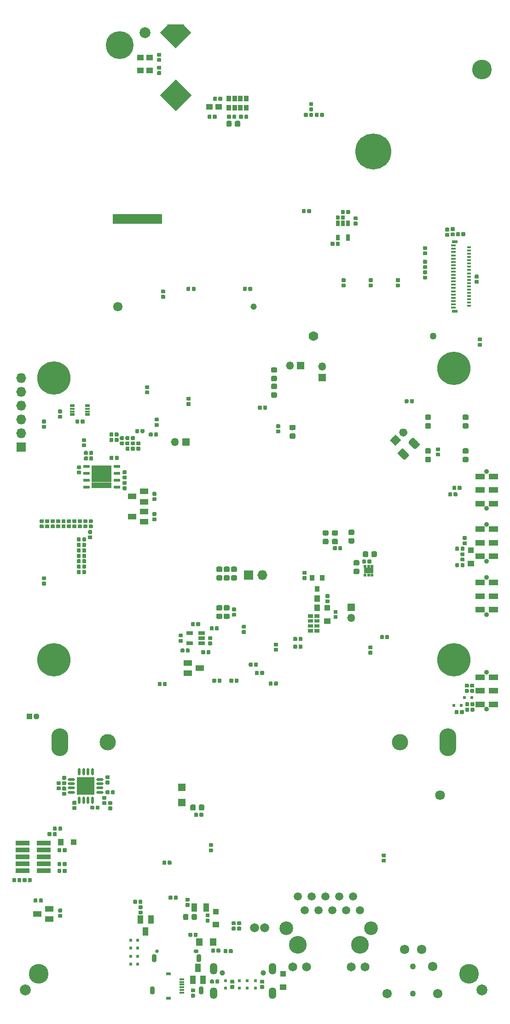
<source format=gbr>
G04 #@! TF.GenerationSoftware,KiCad,Pcbnew,5.0.0*
G04 #@! TF.CreationDate,2018-09-25T20:09:45-04:00*
G04 #@! TF.ProjectId,dvk-mx8m-bsb,64766B2D6D78386D2D6273622E6B6963,v0.1.3*
G04 #@! TF.SameCoordinates,Original*
G04 #@! TF.FileFunction,Soldermask,Bot*
G04 #@! TF.FilePolarity,Negative*
%FSLAX46Y46*%
G04 Gerber Fmt 4.6, Leading zero omitted, Abs format (unit mm)*
G04 Created by KiCad (PCBNEW 5.0.0) date Tue Sep 25 20:09:45 2018*
%MOMM*%
%LPD*%
G01*
G04 APERTURE LIST*
%ADD10C,0.150000*%
%ADD11C,1.800002*%
%ADD12C,3.000002*%
%ADD13O,3.120000X5.120000*%
%ADD14R,0.920000X0.520000*%
%ADD15R,0.920000X0.420000*%
%ADD16C,2.000000*%
%ADD17R,0.845000X1.020000*%
%ADD18R,0.870000X0.520000*%
%ADD19R,0.870000X0.420000*%
%ADD20R,1.790000X1.020000*%
%ADD21R,0.490000X1.620000*%
%ADD22R,0.490000X0.570000*%
%ADD23C,0.420000*%
%ADD24C,1.120000*%
%ADD25C,0.020000*%
%ADD26C,2.120000*%
%ADD27C,4.000000*%
%ADD28C,6.120000*%
%ADD29C,1.720000*%
%ADD30C,1.100002*%
%ADD31C,3.620000*%
%ADD32C,1.000002*%
%ADD33O,1.370000X2.120000*%
%ADD34O,0.920000X1.520000*%
%ADD35O,0.950002X0.650002*%
%ADD36C,0.650002*%
%ADD37C,1.770000*%
%ADD38C,1.270000*%
%ADD39C,0.900002*%
%ADD40R,1.720000X1.120000*%
%ADD41C,1.170000*%
%ADD42R,1.520000X1.120000*%
%ADD43C,0.710000*%
%ADD44O,1.470000X1.470000*%
%ADD45R,1.470000X1.470000*%
%ADD46R,1.120000X1.520000*%
%ADD47R,0.780000X1.120000*%
%ADD48R,0.770000X1.180000*%
%ADD49R,0.770000X0.420000*%
%ADD50R,1.070000X0.520000*%
%ADD51C,1.370000*%
%ADD52C,0.995000*%
%ADD53C,1.470000*%
%ADD54C,1.470000*%
%ADD55R,1.220000X1.370000*%
%ADD56C,0.620000*%
%ADD57C,0.400000*%
%ADD58R,3.200000X3.200000*%
%ADD59O,0.470000X1.350000*%
%ADD60O,1.350000X0.470000*%
%ADD61O,1.300000X0.470000*%
%ADD62R,0.570000X0.570000*%
%ADD63O,1.220000X0.570000*%
%ADD64R,1.857500X1.138750*%
%ADD65C,5.120000*%
%ADD66O,1.820000X1.820000*%
%ADD67R,1.820000X1.820000*%
%ADD68C,1.670000*%
%ADD69C,1.520000*%
%ADD70C,2.520000*%
%ADD71C,1.650000*%
%ADD72C,3.260002*%
%ADD73C,6.620000*%
%ADD74R,1.020000X1.020000*%
%ADD75R,1.020000X1.220000*%
%ADD76R,1.220000X1.020000*%
%ADD77R,0.600000X0.520000*%
%ADD78R,1.400000X1.400000*%
%ADD79R,0.520000X0.600000*%
%ADD80R,1.120000X1.620000*%
%ADD81R,1.120000X1.220000*%
%ADD82R,1.220000X1.120000*%
%ADD83R,1.120000X1.120000*%
%ADD84R,1.200000X0.790000*%
%ADD85R,0.920000X1.020000*%
%ADD86R,2.520000X0.860000*%
G04 APERTURE END LIST*
D10*
G36*
X79125000Y-93475000D02*
X79125000Y-95075000D01*
X88025000Y-95075000D01*
X88025000Y-93475000D01*
X79125000Y-93475000D01*
G37*
X79125000Y-93475000D02*
X79125000Y-95075000D01*
X88025000Y-95075000D01*
X88025000Y-93475000D01*
X79125000Y-93475000D01*
D11*
G04 #@! TO.C,BT301*
X139250000Y-200200000D03*
D12*
X78150000Y-190500000D03*
X131850000Y-190500000D03*
D13*
X140700000Y-190500000D03*
X69300000Y-190500000D03*
G04 #@! TD*
D14*
G04 #@! TO.C,J1201*
X89300000Y-233050000D03*
X89300000Y-237550000D03*
D15*
X91800000Y-236550000D03*
X91800000Y-236050000D03*
X91800000Y-235550000D03*
X91800000Y-235050000D03*
X91800000Y-234550000D03*
X91800000Y-234050000D03*
G04 #@! TD*
D16*
G04 #@! TO.C,FID101*
X85000000Y-60000000D03*
G04 #@! TD*
G04 #@! TO.C,FID103*
X147000000Y-236000000D03*
G04 #@! TD*
G04 #@! TO.C,FID102*
X63000000Y-236000000D03*
G04 #@! TD*
D17*
G04 #@! TO.C,U2001*
X103612500Y-73846000D03*
X102537500Y-73846000D03*
X100387500Y-73846000D03*
X101462500Y-73846000D03*
X101462500Y-72146000D03*
X100387500Y-72146000D03*
X102537500Y-72146000D03*
X103612500Y-72146000D03*
G04 #@! TD*
D18*
G04 #@! TO.C,U701*
X74400000Y-130175000D03*
D19*
X74400000Y-129650000D03*
X74400000Y-129150000D03*
D18*
X74400000Y-128625000D03*
X71650000Y-128625000D03*
D19*
X71650000Y-129150000D03*
X71650000Y-129650000D03*
D18*
X71650000Y-130175000D03*
G04 #@! TD*
D20*
G04 #@! TO.C,U405*
X126097000Y-158926000D03*
D21*
X126097000Y-158626000D03*
D22*
X125447000Y-158101000D03*
X126097000Y-159751000D03*
X126747000Y-158101000D03*
X126747000Y-159751000D03*
X125447000Y-159751000D03*
D23*
X126097000Y-158926000D03*
G04 #@! TD*
D24*
G04 #@! TO.C,LS1601*
X90640000Y-59272880D03*
D25*
G36*
X90615146Y-60039987D02*
X89080934Y-58505773D01*
X92199066Y-58505773D01*
X90664854Y-60039987D01*
X90615146Y-60039987D01*
X90615146Y-60039987D01*
G37*
D26*
X90640000Y-61394200D03*
D25*
G36*
X92139066Y-61394200D02*
X90640000Y-62893266D01*
X89140934Y-61394200D01*
X90640000Y-59895134D01*
X92139066Y-61394200D01*
X92139066Y-61394200D01*
G37*
D26*
X92054200Y-59980000D03*
D25*
G36*
X93553266Y-59980000D02*
X92054200Y-61479066D01*
X90555134Y-59980000D01*
X92054200Y-58480934D01*
X93553266Y-59980000D01*
X93553266Y-59980000D01*
G37*
D27*
X90640000Y-71500000D03*
D25*
G36*
X87761685Y-71533334D02*
X87756140Y-71522961D01*
X87752726Y-71511705D01*
X87751573Y-71500000D01*
X87752726Y-71488295D01*
X87756140Y-71477039D01*
X87761685Y-71466666D01*
X87769146Y-71457574D01*
X90597574Y-68629146D01*
X90606666Y-68621685D01*
X90617039Y-68616140D01*
X90628295Y-68612726D01*
X90640000Y-68611573D01*
X90651705Y-68612726D01*
X90662961Y-68616140D01*
X90673334Y-68621685D01*
X90682426Y-68629146D01*
X93510854Y-71457574D01*
X93518315Y-71466666D01*
X93523860Y-71477039D01*
X93527274Y-71488295D01*
X93528427Y-71500000D01*
X93527274Y-71511705D01*
X93523860Y-71522961D01*
X93518315Y-71533334D01*
X93510854Y-71542426D01*
X90682426Y-74370854D01*
X90673334Y-74378315D01*
X90662961Y-74383860D01*
X90651705Y-74387274D01*
X90640000Y-74388427D01*
X90628295Y-74387274D01*
X90617039Y-74383860D01*
X90606666Y-74378315D01*
X90597574Y-74370854D01*
X87769146Y-71542426D01*
X87761685Y-71533334D01*
X87761685Y-71533334D01*
G37*
D26*
X89225786Y-59980000D03*
D25*
G36*
X90724852Y-59980000D02*
X89225786Y-61479066D01*
X87726720Y-59980000D01*
X89225786Y-58480934D01*
X90724852Y-59980000D01*
X90724852Y-59980000D01*
G37*
G04 #@! TD*
D28*
G04 #@! TO.C,MOD101*
X68200000Y-123500000D03*
X68200000Y-175300000D03*
X141800000Y-121700000D03*
X141800000Y-175300000D03*
G04 #@! TD*
D29*
G04 #@! TO.C,J1601*
X132700000Y-228575000D03*
X135900000Y-228575000D03*
X137900000Y-231675000D03*
X138800000Y-236675000D03*
X129500000Y-236675000D03*
D30*
X134300000Y-231675000D03*
X134300000Y-236675000D03*
G04 #@! TD*
D31*
G04 #@! TO.C,MNT102*
X147000000Y-66750000D03*
G04 #@! TD*
G04 #@! TO.C,MNT101*
X65400000Y-233100000D03*
G04 #@! TD*
G04 #@! TO.C,MNT103*
X144600000Y-233100000D03*
G04 #@! TD*
D32*
G04 #@! TO.C,J1901*
X106750000Y-232925000D03*
X99250000Y-232925000D03*
D33*
X97575000Y-236625000D03*
X108425000Y-236625000D03*
X108425000Y-232125000D03*
X97575000Y-232125000D03*
G04 #@! TD*
D34*
G04 #@! TO.C,J201*
X95290000Y-236100000D03*
X86670000Y-230150000D03*
X86310000Y-236100000D03*
X94930000Y-230150000D03*
D35*
X94400000Y-228900000D03*
D36*
X87200000Y-228900000D03*
G04 #@! TD*
D37*
G04 #@! TO.C,J1803*
X116000000Y-115840000D03*
D38*
X138000000Y-115840000D03*
G04 #@! TD*
D39*
G04 #@! TO.C,SW501*
X147845000Y-184400000D03*
X147845000Y-177600000D03*
D40*
X146645000Y-183500000D03*
X146645000Y-181000000D03*
X146645000Y-178500000D03*
X149045000Y-183500000D03*
X149045000Y-181000000D03*
X149045000Y-178500000D03*
G04 #@! TD*
D39*
G04 #@! TO.C,SW1301*
X147845000Y-167000000D03*
X147845000Y-160200000D03*
D40*
X146645000Y-166100000D03*
X146645000Y-163600000D03*
X146645000Y-161100000D03*
X149045000Y-166100000D03*
X149045000Y-163600000D03*
X149045000Y-161100000D03*
G04 #@! TD*
D39*
G04 #@! TO.C,SW1501*
X147845000Y-157200000D03*
X147845000Y-150400000D03*
D40*
X146645000Y-156300000D03*
X146645000Y-153800000D03*
X146645000Y-151300000D03*
X149045000Y-156300000D03*
X149045000Y-153800000D03*
X149045000Y-151300000D03*
G04 #@! TD*
D39*
G04 #@! TO.C,SW1801*
X147845000Y-147500000D03*
X147845000Y-140700000D03*
D40*
X146645000Y-146600000D03*
X146645000Y-144100000D03*
X146645000Y-141600000D03*
X149045000Y-146600000D03*
X149045000Y-144100000D03*
X149045000Y-141600000D03*
G04 #@! TD*
D29*
G04 #@! TO.C,J1502*
X79950000Y-110350000D03*
D41*
X104950000Y-110350000D03*
G04 #@! TD*
D42*
G04 #@! TO.C,Q1201*
X65200000Y-222050000D03*
X67400000Y-223000000D03*
X67400000Y-221100000D03*
G04 #@! TD*
D25*
G04 #@! TO.C,C421*
G36*
X126719898Y-105160855D02*
X126737129Y-105163411D01*
X126754026Y-105167643D01*
X126770426Y-105173511D01*
X126786173Y-105180959D01*
X126801114Y-105189914D01*
X126815105Y-105200291D01*
X126828011Y-105211989D01*
X126839709Y-105224895D01*
X126850086Y-105238886D01*
X126859041Y-105253827D01*
X126866489Y-105269574D01*
X126872357Y-105285974D01*
X126876589Y-105302871D01*
X126879145Y-105320102D01*
X126880000Y-105337500D01*
X126880000Y-105692500D01*
X126879145Y-105709898D01*
X126876589Y-105727129D01*
X126872357Y-105744026D01*
X126866489Y-105760426D01*
X126859041Y-105776173D01*
X126850086Y-105791114D01*
X126839709Y-105805105D01*
X126828011Y-105818011D01*
X126815105Y-105829709D01*
X126801114Y-105840086D01*
X126786173Y-105849041D01*
X126770426Y-105856489D01*
X126754026Y-105862357D01*
X126737129Y-105866589D01*
X126719898Y-105869145D01*
X126702500Y-105870000D01*
X126297500Y-105870000D01*
X126280102Y-105869145D01*
X126262871Y-105866589D01*
X126245974Y-105862357D01*
X126229574Y-105856489D01*
X126213827Y-105849041D01*
X126198886Y-105840086D01*
X126184895Y-105829709D01*
X126171989Y-105818011D01*
X126160291Y-105805105D01*
X126149914Y-105791114D01*
X126140959Y-105776173D01*
X126133511Y-105760426D01*
X126127643Y-105744026D01*
X126123411Y-105727129D01*
X126120855Y-105709898D01*
X126120000Y-105692500D01*
X126120000Y-105337500D01*
X126120855Y-105320102D01*
X126123411Y-105302871D01*
X126127643Y-105285974D01*
X126133511Y-105269574D01*
X126140959Y-105253827D01*
X126149914Y-105238886D01*
X126160291Y-105224895D01*
X126171989Y-105211989D01*
X126184895Y-105200291D01*
X126198886Y-105189914D01*
X126213827Y-105180959D01*
X126229574Y-105173511D01*
X126245974Y-105167643D01*
X126262871Y-105163411D01*
X126280102Y-105160855D01*
X126297500Y-105160000D01*
X126702500Y-105160000D01*
X126719898Y-105160855D01*
X126719898Y-105160855D01*
G37*
D43*
X126500000Y-105515000D03*
D25*
G36*
X126719898Y-106130855D02*
X126737129Y-106133411D01*
X126754026Y-106137643D01*
X126770426Y-106143511D01*
X126786173Y-106150959D01*
X126801114Y-106159914D01*
X126815105Y-106170291D01*
X126828011Y-106181989D01*
X126839709Y-106194895D01*
X126850086Y-106208886D01*
X126859041Y-106223827D01*
X126866489Y-106239574D01*
X126872357Y-106255974D01*
X126876589Y-106272871D01*
X126879145Y-106290102D01*
X126880000Y-106307500D01*
X126880000Y-106662500D01*
X126879145Y-106679898D01*
X126876589Y-106697129D01*
X126872357Y-106714026D01*
X126866489Y-106730426D01*
X126859041Y-106746173D01*
X126850086Y-106761114D01*
X126839709Y-106775105D01*
X126828011Y-106788011D01*
X126815105Y-106799709D01*
X126801114Y-106810086D01*
X126786173Y-106819041D01*
X126770426Y-106826489D01*
X126754026Y-106832357D01*
X126737129Y-106836589D01*
X126719898Y-106839145D01*
X126702500Y-106840000D01*
X126297500Y-106840000D01*
X126280102Y-106839145D01*
X126262871Y-106836589D01*
X126245974Y-106832357D01*
X126229574Y-106826489D01*
X126213827Y-106819041D01*
X126198886Y-106810086D01*
X126184895Y-106799709D01*
X126171989Y-106788011D01*
X126160291Y-106775105D01*
X126149914Y-106761114D01*
X126140959Y-106746173D01*
X126133511Y-106730426D01*
X126127643Y-106714026D01*
X126123411Y-106697129D01*
X126120855Y-106679898D01*
X126120000Y-106662500D01*
X126120000Y-106307500D01*
X126120855Y-106290102D01*
X126123411Y-106272871D01*
X126127643Y-106255974D01*
X126133511Y-106239574D01*
X126140959Y-106223827D01*
X126149914Y-106208886D01*
X126160291Y-106194895D01*
X126171989Y-106181989D01*
X126184895Y-106170291D01*
X126198886Y-106159914D01*
X126213827Y-106150959D01*
X126229574Y-106143511D01*
X126245974Y-106137643D01*
X126262871Y-106133411D01*
X126280102Y-106130855D01*
X126297500Y-106130000D01*
X126702500Y-106130000D01*
X126719898Y-106130855D01*
X126719898Y-106130855D01*
G37*
D43*
X126500000Y-106485000D03*
G04 #@! TD*
D25*
G04 #@! TO.C,C404*
G36*
X87338898Y-131762855D02*
X87356129Y-131765411D01*
X87373026Y-131769643D01*
X87389426Y-131775511D01*
X87405173Y-131782959D01*
X87420114Y-131791914D01*
X87434105Y-131802291D01*
X87447011Y-131813989D01*
X87458709Y-131826895D01*
X87469086Y-131840886D01*
X87478041Y-131855827D01*
X87485489Y-131871574D01*
X87491357Y-131887974D01*
X87495589Y-131904871D01*
X87498145Y-131922102D01*
X87499000Y-131939500D01*
X87499000Y-132294500D01*
X87498145Y-132311898D01*
X87495589Y-132329129D01*
X87491357Y-132346026D01*
X87485489Y-132362426D01*
X87478041Y-132378173D01*
X87469086Y-132393114D01*
X87458709Y-132407105D01*
X87447011Y-132420011D01*
X87434105Y-132431709D01*
X87420114Y-132442086D01*
X87405173Y-132451041D01*
X87389426Y-132458489D01*
X87373026Y-132464357D01*
X87356129Y-132468589D01*
X87338898Y-132471145D01*
X87321500Y-132472000D01*
X86916500Y-132472000D01*
X86899102Y-132471145D01*
X86881871Y-132468589D01*
X86864974Y-132464357D01*
X86848574Y-132458489D01*
X86832827Y-132451041D01*
X86817886Y-132442086D01*
X86803895Y-132431709D01*
X86790989Y-132420011D01*
X86779291Y-132407105D01*
X86768914Y-132393114D01*
X86759959Y-132378173D01*
X86752511Y-132362426D01*
X86746643Y-132346026D01*
X86742411Y-132329129D01*
X86739855Y-132311898D01*
X86739000Y-132294500D01*
X86739000Y-131939500D01*
X86739855Y-131922102D01*
X86742411Y-131904871D01*
X86746643Y-131887974D01*
X86752511Y-131871574D01*
X86759959Y-131855827D01*
X86768914Y-131840886D01*
X86779291Y-131826895D01*
X86790989Y-131813989D01*
X86803895Y-131802291D01*
X86817886Y-131791914D01*
X86832827Y-131782959D01*
X86848574Y-131775511D01*
X86864974Y-131769643D01*
X86881871Y-131765411D01*
X86899102Y-131762855D01*
X86916500Y-131762000D01*
X87321500Y-131762000D01*
X87338898Y-131762855D01*
X87338898Y-131762855D01*
G37*
D43*
X87119000Y-132117000D03*
D25*
G36*
X87338898Y-130792855D02*
X87356129Y-130795411D01*
X87373026Y-130799643D01*
X87389426Y-130805511D01*
X87405173Y-130812959D01*
X87420114Y-130821914D01*
X87434105Y-130832291D01*
X87447011Y-130843989D01*
X87458709Y-130856895D01*
X87469086Y-130870886D01*
X87478041Y-130885827D01*
X87485489Y-130901574D01*
X87491357Y-130917974D01*
X87495589Y-130934871D01*
X87498145Y-130952102D01*
X87499000Y-130969500D01*
X87499000Y-131324500D01*
X87498145Y-131341898D01*
X87495589Y-131359129D01*
X87491357Y-131376026D01*
X87485489Y-131392426D01*
X87478041Y-131408173D01*
X87469086Y-131423114D01*
X87458709Y-131437105D01*
X87447011Y-131450011D01*
X87434105Y-131461709D01*
X87420114Y-131472086D01*
X87405173Y-131481041D01*
X87389426Y-131488489D01*
X87373026Y-131494357D01*
X87356129Y-131498589D01*
X87338898Y-131501145D01*
X87321500Y-131502000D01*
X86916500Y-131502000D01*
X86899102Y-131501145D01*
X86881871Y-131498589D01*
X86864974Y-131494357D01*
X86848574Y-131488489D01*
X86832827Y-131481041D01*
X86817886Y-131472086D01*
X86803895Y-131461709D01*
X86790989Y-131450011D01*
X86779291Y-131437105D01*
X86768914Y-131423114D01*
X86759959Y-131408173D01*
X86752511Y-131392426D01*
X86746643Y-131376026D01*
X86742411Y-131359129D01*
X86739855Y-131341898D01*
X86739000Y-131324500D01*
X86739000Y-130969500D01*
X86739855Y-130952102D01*
X86742411Y-130934871D01*
X86746643Y-130917974D01*
X86752511Y-130901574D01*
X86759959Y-130885827D01*
X86768914Y-130870886D01*
X86779291Y-130856895D01*
X86790989Y-130843989D01*
X86803895Y-130832291D01*
X86817886Y-130821914D01*
X86832827Y-130812959D01*
X86848574Y-130805511D01*
X86864974Y-130799643D01*
X86881871Y-130795411D01*
X86899102Y-130792855D01*
X86916500Y-130792000D01*
X87321500Y-130792000D01*
X87338898Y-130792855D01*
X87338898Y-130792855D01*
G37*
D43*
X87119000Y-131147000D03*
G04 #@! TD*
D25*
G04 #@! TO.C,C402*
G36*
X90834898Y-218680855D02*
X90852129Y-218683411D01*
X90869026Y-218687643D01*
X90885426Y-218693511D01*
X90901173Y-218700959D01*
X90916114Y-218709914D01*
X90930105Y-218720291D01*
X90943011Y-218731989D01*
X90954709Y-218744895D01*
X90965086Y-218758886D01*
X90974041Y-218773827D01*
X90981489Y-218789574D01*
X90987357Y-218805974D01*
X90991589Y-218822871D01*
X90994145Y-218840102D01*
X90995000Y-218857500D01*
X90995000Y-219262500D01*
X90994145Y-219279898D01*
X90991589Y-219297129D01*
X90987357Y-219314026D01*
X90981489Y-219330426D01*
X90974041Y-219346173D01*
X90965086Y-219361114D01*
X90954709Y-219375105D01*
X90943011Y-219388011D01*
X90930105Y-219399709D01*
X90916114Y-219410086D01*
X90901173Y-219419041D01*
X90885426Y-219426489D01*
X90869026Y-219432357D01*
X90852129Y-219436589D01*
X90834898Y-219439145D01*
X90817500Y-219440000D01*
X90462500Y-219440000D01*
X90445102Y-219439145D01*
X90427871Y-219436589D01*
X90410974Y-219432357D01*
X90394574Y-219426489D01*
X90378827Y-219419041D01*
X90363886Y-219410086D01*
X90349895Y-219399709D01*
X90336989Y-219388011D01*
X90325291Y-219375105D01*
X90314914Y-219361114D01*
X90305959Y-219346173D01*
X90298511Y-219330426D01*
X90292643Y-219314026D01*
X90288411Y-219297129D01*
X90285855Y-219279898D01*
X90285000Y-219262500D01*
X90285000Y-218857500D01*
X90285855Y-218840102D01*
X90288411Y-218822871D01*
X90292643Y-218805974D01*
X90298511Y-218789574D01*
X90305959Y-218773827D01*
X90314914Y-218758886D01*
X90325291Y-218744895D01*
X90336989Y-218731989D01*
X90349895Y-218720291D01*
X90363886Y-218709914D01*
X90378827Y-218700959D01*
X90394574Y-218693511D01*
X90410974Y-218687643D01*
X90427871Y-218683411D01*
X90445102Y-218680855D01*
X90462500Y-218680000D01*
X90817500Y-218680000D01*
X90834898Y-218680855D01*
X90834898Y-218680855D01*
G37*
D43*
X90640000Y-219060000D03*
D25*
G36*
X89864898Y-218680855D02*
X89882129Y-218683411D01*
X89899026Y-218687643D01*
X89915426Y-218693511D01*
X89931173Y-218700959D01*
X89946114Y-218709914D01*
X89960105Y-218720291D01*
X89973011Y-218731989D01*
X89984709Y-218744895D01*
X89995086Y-218758886D01*
X90004041Y-218773827D01*
X90011489Y-218789574D01*
X90017357Y-218805974D01*
X90021589Y-218822871D01*
X90024145Y-218840102D01*
X90025000Y-218857500D01*
X90025000Y-219262500D01*
X90024145Y-219279898D01*
X90021589Y-219297129D01*
X90017357Y-219314026D01*
X90011489Y-219330426D01*
X90004041Y-219346173D01*
X89995086Y-219361114D01*
X89984709Y-219375105D01*
X89973011Y-219388011D01*
X89960105Y-219399709D01*
X89946114Y-219410086D01*
X89931173Y-219419041D01*
X89915426Y-219426489D01*
X89899026Y-219432357D01*
X89882129Y-219436589D01*
X89864898Y-219439145D01*
X89847500Y-219440000D01*
X89492500Y-219440000D01*
X89475102Y-219439145D01*
X89457871Y-219436589D01*
X89440974Y-219432357D01*
X89424574Y-219426489D01*
X89408827Y-219419041D01*
X89393886Y-219410086D01*
X89379895Y-219399709D01*
X89366989Y-219388011D01*
X89355291Y-219375105D01*
X89344914Y-219361114D01*
X89335959Y-219346173D01*
X89328511Y-219330426D01*
X89322643Y-219314026D01*
X89318411Y-219297129D01*
X89315855Y-219279898D01*
X89315000Y-219262500D01*
X89315000Y-218857500D01*
X89315855Y-218840102D01*
X89318411Y-218822871D01*
X89322643Y-218805974D01*
X89328511Y-218789574D01*
X89335959Y-218773827D01*
X89344914Y-218758886D01*
X89355291Y-218744895D01*
X89366989Y-218731989D01*
X89379895Y-218720291D01*
X89393886Y-218709914D01*
X89408827Y-218700959D01*
X89424574Y-218693511D01*
X89440974Y-218687643D01*
X89457871Y-218683411D01*
X89475102Y-218680855D01*
X89492500Y-218680000D01*
X89847500Y-218680000D01*
X89864898Y-218680855D01*
X89864898Y-218680855D01*
G37*
D43*
X89670000Y-219060000D03*
G04 #@! TD*
D25*
G04 #@! TO.C,C431*
G36*
X89699898Y-212255855D02*
X89717129Y-212258411D01*
X89734026Y-212262643D01*
X89750426Y-212268511D01*
X89766173Y-212275959D01*
X89781114Y-212284914D01*
X89795105Y-212295291D01*
X89808011Y-212306989D01*
X89819709Y-212319895D01*
X89830086Y-212333886D01*
X89839041Y-212348827D01*
X89846489Y-212364574D01*
X89852357Y-212380974D01*
X89856589Y-212397871D01*
X89859145Y-212415102D01*
X89860000Y-212432500D01*
X89860000Y-212837500D01*
X89859145Y-212854898D01*
X89856589Y-212872129D01*
X89852357Y-212889026D01*
X89846489Y-212905426D01*
X89839041Y-212921173D01*
X89830086Y-212936114D01*
X89819709Y-212950105D01*
X89808011Y-212963011D01*
X89795105Y-212974709D01*
X89781114Y-212985086D01*
X89766173Y-212994041D01*
X89750426Y-213001489D01*
X89734026Y-213007357D01*
X89717129Y-213011589D01*
X89699898Y-213014145D01*
X89682500Y-213015000D01*
X89327500Y-213015000D01*
X89310102Y-213014145D01*
X89292871Y-213011589D01*
X89275974Y-213007357D01*
X89259574Y-213001489D01*
X89243827Y-212994041D01*
X89228886Y-212985086D01*
X89214895Y-212974709D01*
X89201989Y-212963011D01*
X89190291Y-212950105D01*
X89179914Y-212936114D01*
X89170959Y-212921173D01*
X89163511Y-212905426D01*
X89157643Y-212889026D01*
X89153411Y-212872129D01*
X89150855Y-212854898D01*
X89150000Y-212837500D01*
X89150000Y-212432500D01*
X89150855Y-212415102D01*
X89153411Y-212397871D01*
X89157643Y-212380974D01*
X89163511Y-212364574D01*
X89170959Y-212348827D01*
X89179914Y-212333886D01*
X89190291Y-212319895D01*
X89201989Y-212306989D01*
X89214895Y-212295291D01*
X89228886Y-212284914D01*
X89243827Y-212275959D01*
X89259574Y-212268511D01*
X89275974Y-212262643D01*
X89292871Y-212258411D01*
X89310102Y-212255855D01*
X89327500Y-212255000D01*
X89682500Y-212255000D01*
X89699898Y-212255855D01*
X89699898Y-212255855D01*
G37*
D43*
X89505000Y-212635000D03*
D25*
G36*
X88729898Y-212255855D02*
X88747129Y-212258411D01*
X88764026Y-212262643D01*
X88780426Y-212268511D01*
X88796173Y-212275959D01*
X88811114Y-212284914D01*
X88825105Y-212295291D01*
X88838011Y-212306989D01*
X88849709Y-212319895D01*
X88860086Y-212333886D01*
X88869041Y-212348827D01*
X88876489Y-212364574D01*
X88882357Y-212380974D01*
X88886589Y-212397871D01*
X88889145Y-212415102D01*
X88890000Y-212432500D01*
X88890000Y-212837500D01*
X88889145Y-212854898D01*
X88886589Y-212872129D01*
X88882357Y-212889026D01*
X88876489Y-212905426D01*
X88869041Y-212921173D01*
X88860086Y-212936114D01*
X88849709Y-212950105D01*
X88838011Y-212963011D01*
X88825105Y-212974709D01*
X88811114Y-212985086D01*
X88796173Y-212994041D01*
X88780426Y-213001489D01*
X88764026Y-213007357D01*
X88747129Y-213011589D01*
X88729898Y-213014145D01*
X88712500Y-213015000D01*
X88357500Y-213015000D01*
X88340102Y-213014145D01*
X88322871Y-213011589D01*
X88305974Y-213007357D01*
X88289574Y-213001489D01*
X88273827Y-212994041D01*
X88258886Y-212985086D01*
X88244895Y-212974709D01*
X88231989Y-212963011D01*
X88220291Y-212950105D01*
X88209914Y-212936114D01*
X88200959Y-212921173D01*
X88193511Y-212905426D01*
X88187643Y-212889026D01*
X88183411Y-212872129D01*
X88180855Y-212854898D01*
X88180000Y-212837500D01*
X88180000Y-212432500D01*
X88180855Y-212415102D01*
X88183411Y-212397871D01*
X88187643Y-212380974D01*
X88193511Y-212364574D01*
X88200959Y-212348827D01*
X88209914Y-212333886D01*
X88220291Y-212319895D01*
X88231989Y-212306989D01*
X88244895Y-212295291D01*
X88258886Y-212284914D01*
X88273827Y-212275959D01*
X88289574Y-212268511D01*
X88305974Y-212262643D01*
X88322871Y-212258411D01*
X88340102Y-212255855D01*
X88357500Y-212255000D01*
X88712500Y-212255000D01*
X88729898Y-212255855D01*
X88729898Y-212255855D01*
G37*
D43*
X88535000Y-212635000D03*
G04 #@! TD*
D25*
G04 #@! TO.C,C429*
G36*
X103559898Y-106720855D02*
X103577129Y-106723411D01*
X103594026Y-106727643D01*
X103610426Y-106733511D01*
X103626173Y-106740959D01*
X103641114Y-106749914D01*
X103655105Y-106760291D01*
X103668011Y-106771989D01*
X103679709Y-106784895D01*
X103690086Y-106798886D01*
X103699041Y-106813827D01*
X103706489Y-106829574D01*
X103712357Y-106845974D01*
X103716589Y-106862871D01*
X103719145Y-106880102D01*
X103720000Y-106897500D01*
X103720000Y-107302500D01*
X103719145Y-107319898D01*
X103716589Y-107337129D01*
X103712357Y-107354026D01*
X103706489Y-107370426D01*
X103699041Y-107386173D01*
X103690086Y-107401114D01*
X103679709Y-107415105D01*
X103668011Y-107428011D01*
X103655105Y-107439709D01*
X103641114Y-107450086D01*
X103626173Y-107459041D01*
X103610426Y-107466489D01*
X103594026Y-107472357D01*
X103577129Y-107476589D01*
X103559898Y-107479145D01*
X103542500Y-107480000D01*
X103187500Y-107480000D01*
X103170102Y-107479145D01*
X103152871Y-107476589D01*
X103135974Y-107472357D01*
X103119574Y-107466489D01*
X103103827Y-107459041D01*
X103088886Y-107450086D01*
X103074895Y-107439709D01*
X103061989Y-107428011D01*
X103050291Y-107415105D01*
X103039914Y-107401114D01*
X103030959Y-107386173D01*
X103023511Y-107370426D01*
X103017643Y-107354026D01*
X103013411Y-107337129D01*
X103010855Y-107319898D01*
X103010000Y-107302500D01*
X103010000Y-106897500D01*
X103010855Y-106880102D01*
X103013411Y-106862871D01*
X103017643Y-106845974D01*
X103023511Y-106829574D01*
X103030959Y-106813827D01*
X103039914Y-106798886D01*
X103050291Y-106784895D01*
X103061989Y-106771989D01*
X103074895Y-106760291D01*
X103088886Y-106749914D01*
X103103827Y-106740959D01*
X103119574Y-106733511D01*
X103135974Y-106727643D01*
X103152871Y-106723411D01*
X103170102Y-106720855D01*
X103187500Y-106720000D01*
X103542500Y-106720000D01*
X103559898Y-106720855D01*
X103559898Y-106720855D01*
G37*
D43*
X103365000Y-107100000D03*
D25*
G36*
X104529898Y-106720855D02*
X104547129Y-106723411D01*
X104564026Y-106727643D01*
X104580426Y-106733511D01*
X104596173Y-106740959D01*
X104611114Y-106749914D01*
X104625105Y-106760291D01*
X104638011Y-106771989D01*
X104649709Y-106784895D01*
X104660086Y-106798886D01*
X104669041Y-106813827D01*
X104676489Y-106829574D01*
X104682357Y-106845974D01*
X104686589Y-106862871D01*
X104689145Y-106880102D01*
X104690000Y-106897500D01*
X104690000Y-107302500D01*
X104689145Y-107319898D01*
X104686589Y-107337129D01*
X104682357Y-107354026D01*
X104676489Y-107370426D01*
X104669041Y-107386173D01*
X104660086Y-107401114D01*
X104649709Y-107415105D01*
X104638011Y-107428011D01*
X104625105Y-107439709D01*
X104611114Y-107450086D01*
X104596173Y-107459041D01*
X104580426Y-107466489D01*
X104564026Y-107472357D01*
X104547129Y-107476589D01*
X104529898Y-107479145D01*
X104512500Y-107480000D01*
X104157500Y-107480000D01*
X104140102Y-107479145D01*
X104122871Y-107476589D01*
X104105974Y-107472357D01*
X104089574Y-107466489D01*
X104073827Y-107459041D01*
X104058886Y-107450086D01*
X104044895Y-107439709D01*
X104031989Y-107428011D01*
X104020291Y-107415105D01*
X104009914Y-107401114D01*
X104000959Y-107386173D01*
X103993511Y-107370426D01*
X103987643Y-107354026D01*
X103983411Y-107337129D01*
X103980855Y-107319898D01*
X103980000Y-107302500D01*
X103980000Y-106897500D01*
X103980855Y-106880102D01*
X103983411Y-106862871D01*
X103987643Y-106845974D01*
X103993511Y-106829574D01*
X104000959Y-106813827D01*
X104009914Y-106798886D01*
X104020291Y-106784895D01*
X104031989Y-106771989D01*
X104044895Y-106760291D01*
X104058886Y-106749914D01*
X104073827Y-106740959D01*
X104089574Y-106733511D01*
X104105974Y-106727643D01*
X104122871Y-106723411D01*
X104140102Y-106720855D01*
X104157500Y-106720000D01*
X104512500Y-106720000D01*
X104529898Y-106720855D01*
X104529898Y-106720855D01*
G37*
D43*
X104335000Y-107100000D03*
G04 #@! TD*
D25*
G04 #@! TO.C,C424*
G36*
X126669898Y-173655855D02*
X126687129Y-173658411D01*
X126704026Y-173662643D01*
X126720426Y-173668511D01*
X126736173Y-173675959D01*
X126751114Y-173684914D01*
X126765105Y-173695291D01*
X126778011Y-173706989D01*
X126789709Y-173719895D01*
X126800086Y-173733886D01*
X126809041Y-173748827D01*
X126816489Y-173764574D01*
X126822357Y-173780974D01*
X126826589Y-173797871D01*
X126829145Y-173815102D01*
X126830000Y-173832500D01*
X126830000Y-174187500D01*
X126829145Y-174204898D01*
X126826589Y-174222129D01*
X126822357Y-174239026D01*
X126816489Y-174255426D01*
X126809041Y-174271173D01*
X126800086Y-174286114D01*
X126789709Y-174300105D01*
X126778011Y-174313011D01*
X126765105Y-174324709D01*
X126751114Y-174335086D01*
X126736173Y-174344041D01*
X126720426Y-174351489D01*
X126704026Y-174357357D01*
X126687129Y-174361589D01*
X126669898Y-174364145D01*
X126652500Y-174365000D01*
X126247500Y-174365000D01*
X126230102Y-174364145D01*
X126212871Y-174361589D01*
X126195974Y-174357357D01*
X126179574Y-174351489D01*
X126163827Y-174344041D01*
X126148886Y-174335086D01*
X126134895Y-174324709D01*
X126121989Y-174313011D01*
X126110291Y-174300105D01*
X126099914Y-174286114D01*
X126090959Y-174271173D01*
X126083511Y-174255426D01*
X126077643Y-174239026D01*
X126073411Y-174222129D01*
X126070855Y-174204898D01*
X126070000Y-174187500D01*
X126070000Y-173832500D01*
X126070855Y-173815102D01*
X126073411Y-173797871D01*
X126077643Y-173780974D01*
X126083511Y-173764574D01*
X126090959Y-173748827D01*
X126099914Y-173733886D01*
X126110291Y-173719895D01*
X126121989Y-173706989D01*
X126134895Y-173695291D01*
X126148886Y-173684914D01*
X126163827Y-173675959D01*
X126179574Y-173668511D01*
X126195974Y-173662643D01*
X126212871Y-173658411D01*
X126230102Y-173655855D01*
X126247500Y-173655000D01*
X126652500Y-173655000D01*
X126669898Y-173655855D01*
X126669898Y-173655855D01*
G37*
D43*
X126450000Y-174010000D03*
D25*
G36*
X126669898Y-172685855D02*
X126687129Y-172688411D01*
X126704026Y-172692643D01*
X126720426Y-172698511D01*
X126736173Y-172705959D01*
X126751114Y-172714914D01*
X126765105Y-172725291D01*
X126778011Y-172736989D01*
X126789709Y-172749895D01*
X126800086Y-172763886D01*
X126809041Y-172778827D01*
X126816489Y-172794574D01*
X126822357Y-172810974D01*
X126826589Y-172827871D01*
X126829145Y-172845102D01*
X126830000Y-172862500D01*
X126830000Y-173217500D01*
X126829145Y-173234898D01*
X126826589Y-173252129D01*
X126822357Y-173269026D01*
X126816489Y-173285426D01*
X126809041Y-173301173D01*
X126800086Y-173316114D01*
X126789709Y-173330105D01*
X126778011Y-173343011D01*
X126765105Y-173354709D01*
X126751114Y-173365086D01*
X126736173Y-173374041D01*
X126720426Y-173381489D01*
X126704026Y-173387357D01*
X126687129Y-173391589D01*
X126669898Y-173394145D01*
X126652500Y-173395000D01*
X126247500Y-173395000D01*
X126230102Y-173394145D01*
X126212871Y-173391589D01*
X126195974Y-173387357D01*
X126179574Y-173381489D01*
X126163827Y-173374041D01*
X126148886Y-173365086D01*
X126134895Y-173354709D01*
X126121989Y-173343011D01*
X126110291Y-173330105D01*
X126099914Y-173316114D01*
X126090959Y-173301173D01*
X126083511Y-173285426D01*
X126077643Y-173269026D01*
X126073411Y-173252129D01*
X126070855Y-173234898D01*
X126070000Y-173217500D01*
X126070000Y-172862500D01*
X126070855Y-172845102D01*
X126073411Y-172827871D01*
X126077643Y-172810974D01*
X126083511Y-172794574D01*
X126090959Y-172778827D01*
X126099914Y-172763886D01*
X126110291Y-172749895D01*
X126121989Y-172736989D01*
X126134895Y-172725291D01*
X126148886Y-172714914D01*
X126163827Y-172705959D01*
X126179574Y-172698511D01*
X126195974Y-172692643D01*
X126212871Y-172688411D01*
X126230102Y-172685855D01*
X126247500Y-172685000D01*
X126652500Y-172685000D01*
X126669898Y-172685855D01*
X126669898Y-172685855D01*
G37*
D43*
X126450000Y-173040000D03*
G04 #@! TD*
D25*
G04 #@! TO.C,C430*
G36*
X93219898Y-127930855D02*
X93237129Y-127933411D01*
X93254026Y-127937643D01*
X93270426Y-127943511D01*
X93286173Y-127950959D01*
X93301114Y-127959914D01*
X93315105Y-127970291D01*
X93328011Y-127981989D01*
X93339709Y-127994895D01*
X93350086Y-128008886D01*
X93359041Y-128023827D01*
X93366489Y-128039574D01*
X93372357Y-128055974D01*
X93376589Y-128072871D01*
X93379145Y-128090102D01*
X93380000Y-128107500D01*
X93380000Y-128462500D01*
X93379145Y-128479898D01*
X93376589Y-128497129D01*
X93372357Y-128514026D01*
X93366489Y-128530426D01*
X93359041Y-128546173D01*
X93350086Y-128561114D01*
X93339709Y-128575105D01*
X93328011Y-128588011D01*
X93315105Y-128599709D01*
X93301114Y-128610086D01*
X93286173Y-128619041D01*
X93270426Y-128626489D01*
X93254026Y-128632357D01*
X93237129Y-128636589D01*
X93219898Y-128639145D01*
X93202500Y-128640000D01*
X92797500Y-128640000D01*
X92780102Y-128639145D01*
X92762871Y-128636589D01*
X92745974Y-128632357D01*
X92729574Y-128626489D01*
X92713827Y-128619041D01*
X92698886Y-128610086D01*
X92684895Y-128599709D01*
X92671989Y-128588011D01*
X92660291Y-128575105D01*
X92649914Y-128561114D01*
X92640959Y-128546173D01*
X92633511Y-128530426D01*
X92627643Y-128514026D01*
X92623411Y-128497129D01*
X92620855Y-128479898D01*
X92620000Y-128462500D01*
X92620000Y-128107500D01*
X92620855Y-128090102D01*
X92623411Y-128072871D01*
X92627643Y-128055974D01*
X92633511Y-128039574D01*
X92640959Y-128023827D01*
X92649914Y-128008886D01*
X92660291Y-127994895D01*
X92671989Y-127981989D01*
X92684895Y-127970291D01*
X92698886Y-127959914D01*
X92713827Y-127950959D01*
X92729574Y-127943511D01*
X92745974Y-127937643D01*
X92762871Y-127933411D01*
X92780102Y-127930855D01*
X92797500Y-127930000D01*
X93202500Y-127930000D01*
X93219898Y-127930855D01*
X93219898Y-127930855D01*
G37*
D43*
X93000000Y-128285000D03*
D25*
G36*
X93219898Y-126960855D02*
X93237129Y-126963411D01*
X93254026Y-126967643D01*
X93270426Y-126973511D01*
X93286173Y-126980959D01*
X93301114Y-126989914D01*
X93315105Y-127000291D01*
X93328011Y-127011989D01*
X93339709Y-127024895D01*
X93350086Y-127038886D01*
X93359041Y-127053827D01*
X93366489Y-127069574D01*
X93372357Y-127085974D01*
X93376589Y-127102871D01*
X93379145Y-127120102D01*
X93380000Y-127137500D01*
X93380000Y-127492500D01*
X93379145Y-127509898D01*
X93376589Y-127527129D01*
X93372357Y-127544026D01*
X93366489Y-127560426D01*
X93359041Y-127576173D01*
X93350086Y-127591114D01*
X93339709Y-127605105D01*
X93328011Y-127618011D01*
X93315105Y-127629709D01*
X93301114Y-127640086D01*
X93286173Y-127649041D01*
X93270426Y-127656489D01*
X93254026Y-127662357D01*
X93237129Y-127666589D01*
X93219898Y-127669145D01*
X93202500Y-127670000D01*
X92797500Y-127670000D01*
X92780102Y-127669145D01*
X92762871Y-127666589D01*
X92745974Y-127662357D01*
X92729574Y-127656489D01*
X92713827Y-127649041D01*
X92698886Y-127640086D01*
X92684895Y-127629709D01*
X92671989Y-127618011D01*
X92660291Y-127605105D01*
X92649914Y-127591114D01*
X92640959Y-127576173D01*
X92633511Y-127560426D01*
X92627643Y-127544026D01*
X92623411Y-127527129D01*
X92620855Y-127509898D01*
X92620000Y-127492500D01*
X92620000Y-127137500D01*
X92620855Y-127120102D01*
X92623411Y-127102871D01*
X92627643Y-127085974D01*
X92633511Y-127069574D01*
X92640959Y-127053827D01*
X92649914Y-127038886D01*
X92660291Y-127024895D01*
X92671989Y-127011989D01*
X92684895Y-127000291D01*
X92698886Y-126989914D01*
X92713827Y-126980959D01*
X92729574Y-126973511D01*
X92745974Y-126967643D01*
X92762871Y-126963411D01*
X92780102Y-126960855D01*
X92797500Y-126960000D01*
X93202500Y-126960000D01*
X93219898Y-126960855D01*
X93219898Y-126960855D01*
G37*
D43*
X93000000Y-127315000D03*
G04 #@! TD*
D25*
G04 #@! TO.C,C425*
G36*
X121719898Y-105160855D02*
X121737129Y-105163411D01*
X121754026Y-105167643D01*
X121770426Y-105173511D01*
X121786173Y-105180959D01*
X121801114Y-105189914D01*
X121815105Y-105200291D01*
X121828011Y-105211989D01*
X121839709Y-105224895D01*
X121850086Y-105238886D01*
X121859041Y-105253827D01*
X121866489Y-105269574D01*
X121872357Y-105285974D01*
X121876589Y-105302871D01*
X121879145Y-105320102D01*
X121880000Y-105337500D01*
X121880000Y-105692500D01*
X121879145Y-105709898D01*
X121876589Y-105727129D01*
X121872357Y-105744026D01*
X121866489Y-105760426D01*
X121859041Y-105776173D01*
X121850086Y-105791114D01*
X121839709Y-105805105D01*
X121828011Y-105818011D01*
X121815105Y-105829709D01*
X121801114Y-105840086D01*
X121786173Y-105849041D01*
X121770426Y-105856489D01*
X121754026Y-105862357D01*
X121737129Y-105866589D01*
X121719898Y-105869145D01*
X121702500Y-105870000D01*
X121297500Y-105870000D01*
X121280102Y-105869145D01*
X121262871Y-105866589D01*
X121245974Y-105862357D01*
X121229574Y-105856489D01*
X121213827Y-105849041D01*
X121198886Y-105840086D01*
X121184895Y-105829709D01*
X121171989Y-105818011D01*
X121160291Y-105805105D01*
X121149914Y-105791114D01*
X121140959Y-105776173D01*
X121133511Y-105760426D01*
X121127643Y-105744026D01*
X121123411Y-105727129D01*
X121120855Y-105709898D01*
X121120000Y-105692500D01*
X121120000Y-105337500D01*
X121120855Y-105320102D01*
X121123411Y-105302871D01*
X121127643Y-105285974D01*
X121133511Y-105269574D01*
X121140959Y-105253827D01*
X121149914Y-105238886D01*
X121160291Y-105224895D01*
X121171989Y-105211989D01*
X121184895Y-105200291D01*
X121198886Y-105189914D01*
X121213827Y-105180959D01*
X121229574Y-105173511D01*
X121245974Y-105167643D01*
X121262871Y-105163411D01*
X121280102Y-105160855D01*
X121297500Y-105160000D01*
X121702500Y-105160000D01*
X121719898Y-105160855D01*
X121719898Y-105160855D01*
G37*
D43*
X121500000Y-105515000D03*
D25*
G36*
X121719898Y-106130855D02*
X121737129Y-106133411D01*
X121754026Y-106137643D01*
X121770426Y-106143511D01*
X121786173Y-106150959D01*
X121801114Y-106159914D01*
X121815105Y-106170291D01*
X121828011Y-106181989D01*
X121839709Y-106194895D01*
X121850086Y-106208886D01*
X121859041Y-106223827D01*
X121866489Y-106239574D01*
X121872357Y-106255974D01*
X121876589Y-106272871D01*
X121879145Y-106290102D01*
X121880000Y-106307500D01*
X121880000Y-106662500D01*
X121879145Y-106679898D01*
X121876589Y-106697129D01*
X121872357Y-106714026D01*
X121866489Y-106730426D01*
X121859041Y-106746173D01*
X121850086Y-106761114D01*
X121839709Y-106775105D01*
X121828011Y-106788011D01*
X121815105Y-106799709D01*
X121801114Y-106810086D01*
X121786173Y-106819041D01*
X121770426Y-106826489D01*
X121754026Y-106832357D01*
X121737129Y-106836589D01*
X121719898Y-106839145D01*
X121702500Y-106840000D01*
X121297500Y-106840000D01*
X121280102Y-106839145D01*
X121262871Y-106836589D01*
X121245974Y-106832357D01*
X121229574Y-106826489D01*
X121213827Y-106819041D01*
X121198886Y-106810086D01*
X121184895Y-106799709D01*
X121171989Y-106788011D01*
X121160291Y-106775105D01*
X121149914Y-106761114D01*
X121140959Y-106746173D01*
X121133511Y-106730426D01*
X121127643Y-106714026D01*
X121123411Y-106697129D01*
X121120855Y-106679898D01*
X121120000Y-106662500D01*
X121120000Y-106307500D01*
X121120855Y-106290102D01*
X121123411Y-106272871D01*
X121127643Y-106255974D01*
X121133511Y-106239574D01*
X121140959Y-106223827D01*
X121149914Y-106208886D01*
X121160291Y-106194895D01*
X121171989Y-106181989D01*
X121184895Y-106170291D01*
X121198886Y-106159914D01*
X121213827Y-106150959D01*
X121229574Y-106143511D01*
X121245974Y-106137643D01*
X121262871Y-106133411D01*
X121280102Y-106130855D01*
X121297500Y-106130000D01*
X121702500Y-106130000D01*
X121719898Y-106130855D01*
X121719898Y-106130855D01*
G37*
D43*
X121500000Y-106485000D03*
G04 #@! TD*
D25*
G04 #@! TO.C,C420*
G36*
X73969898Y-134560855D02*
X73987129Y-134563411D01*
X74004026Y-134567643D01*
X74020426Y-134573511D01*
X74036173Y-134580959D01*
X74051114Y-134589914D01*
X74065105Y-134600291D01*
X74078011Y-134611989D01*
X74089709Y-134624895D01*
X74100086Y-134638886D01*
X74109041Y-134653827D01*
X74116489Y-134669574D01*
X74122357Y-134685974D01*
X74126589Y-134702871D01*
X74129145Y-134720102D01*
X74130000Y-134737500D01*
X74130000Y-135092500D01*
X74129145Y-135109898D01*
X74126589Y-135127129D01*
X74122357Y-135144026D01*
X74116489Y-135160426D01*
X74109041Y-135176173D01*
X74100086Y-135191114D01*
X74089709Y-135205105D01*
X74078011Y-135218011D01*
X74065105Y-135229709D01*
X74051114Y-135240086D01*
X74036173Y-135249041D01*
X74020426Y-135256489D01*
X74004026Y-135262357D01*
X73987129Y-135266589D01*
X73969898Y-135269145D01*
X73952500Y-135270000D01*
X73547500Y-135270000D01*
X73530102Y-135269145D01*
X73512871Y-135266589D01*
X73495974Y-135262357D01*
X73479574Y-135256489D01*
X73463827Y-135249041D01*
X73448886Y-135240086D01*
X73434895Y-135229709D01*
X73421989Y-135218011D01*
X73410291Y-135205105D01*
X73399914Y-135191114D01*
X73390959Y-135176173D01*
X73383511Y-135160426D01*
X73377643Y-135144026D01*
X73373411Y-135127129D01*
X73370855Y-135109898D01*
X73370000Y-135092500D01*
X73370000Y-134737500D01*
X73370855Y-134720102D01*
X73373411Y-134702871D01*
X73377643Y-134685974D01*
X73383511Y-134669574D01*
X73390959Y-134653827D01*
X73399914Y-134638886D01*
X73410291Y-134624895D01*
X73421989Y-134611989D01*
X73434895Y-134600291D01*
X73448886Y-134589914D01*
X73463827Y-134580959D01*
X73479574Y-134573511D01*
X73495974Y-134567643D01*
X73512871Y-134563411D01*
X73530102Y-134560855D01*
X73547500Y-134560000D01*
X73952500Y-134560000D01*
X73969898Y-134560855D01*
X73969898Y-134560855D01*
G37*
D43*
X73750000Y-134915000D03*
D25*
G36*
X73969898Y-135530855D02*
X73987129Y-135533411D01*
X74004026Y-135537643D01*
X74020426Y-135543511D01*
X74036173Y-135550959D01*
X74051114Y-135559914D01*
X74065105Y-135570291D01*
X74078011Y-135581989D01*
X74089709Y-135594895D01*
X74100086Y-135608886D01*
X74109041Y-135623827D01*
X74116489Y-135639574D01*
X74122357Y-135655974D01*
X74126589Y-135672871D01*
X74129145Y-135690102D01*
X74130000Y-135707500D01*
X74130000Y-136062500D01*
X74129145Y-136079898D01*
X74126589Y-136097129D01*
X74122357Y-136114026D01*
X74116489Y-136130426D01*
X74109041Y-136146173D01*
X74100086Y-136161114D01*
X74089709Y-136175105D01*
X74078011Y-136188011D01*
X74065105Y-136199709D01*
X74051114Y-136210086D01*
X74036173Y-136219041D01*
X74020426Y-136226489D01*
X74004026Y-136232357D01*
X73987129Y-136236589D01*
X73969898Y-136239145D01*
X73952500Y-136240000D01*
X73547500Y-136240000D01*
X73530102Y-136239145D01*
X73512871Y-136236589D01*
X73495974Y-136232357D01*
X73479574Y-136226489D01*
X73463827Y-136219041D01*
X73448886Y-136210086D01*
X73434895Y-136199709D01*
X73421989Y-136188011D01*
X73410291Y-136175105D01*
X73399914Y-136161114D01*
X73390959Y-136146173D01*
X73383511Y-136130426D01*
X73377643Y-136114026D01*
X73373411Y-136097129D01*
X73370855Y-136079898D01*
X73370000Y-136062500D01*
X73370000Y-135707500D01*
X73370855Y-135690102D01*
X73373411Y-135672871D01*
X73377643Y-135655974D01*
X73383511Y-135639574D01*
X73390959Y-135623827D01*
X73399914Y-135608886D01*
X73410291Y-135594895D01*
X73421989Y-135581989D01*
X73434895Y-135570291D01*
X73448886Y-135559914D01*
X73463827Y-135550959D01*
X73479574Y-135543511D01*
X73495974Y-135537643D01*
X73512871Y-135533411D01*
X73530102Y-135530855D01*
X73547500Y-135530000D01*
X73952500Y-135530000D01*
X73969898Y-135530855D01*
X73969898Y-135530855D01*
G37*
D43*
X73750000Y-135885000D03*
G04 #@! TD*
D25*
G04 #@! TO.C,C413*
G36*
X85619898Y-124825855D02*
X85637129Y-124828411D01*
X85654026Y-124832643D01*
X85670426Y-124838511D01*
X85686173Y-124845959D01*
X85701114Y-124854914D01*
X85715105Y-124865291D01*
X85728011Y-124876989D01*
X85739709Y-124889895D01*
X85750086Y-124903886D01*
X85759041Y-124918827D01*
X85766489Y-124934574D01*
X85772357Y-124950974D01*
X85776589Y-124967871D01*
X85779145Y-124985102D01*
X85780000Y-125002500D01*
X85780000Y-125357500D01*
X85779145Y-125374898D01*
X85776589Y-125392129D01*
X85772357Y-125409026D01*
X85766489Y-125425426D01*
X85759041Y-125441173D01*
X85750086Y-125456114D01*
X85739709Y-125470105D01*
X85728011Y-125483011D01*
X85715105Y-125494709D01*
X85701114Y-125505086D01*
X85686173Y-125514041D01*
X85670426Y-125521489D01*
X85654026Y-125527357D01*
X85637129Y-125531589D01*
X85619898Y-125534145D01*
X85602500Y-125535000D01*
X85197500Y-125535000D01*
X85180102Y-125534145D01*
X85162871Y-125531589D01*
X85145974Y-125527357D01*
X85129574Y-125521489D01*
X85113827Y-125514041D01*
X85098886Y-125505086D01*
X85084895Y-125494709D01*
X85071989Y-125483011D01*
X85060291Y-125470105D01*
X85049914Y-125456114D01*
X85040959Y-125441173D01*
X85033511Y-125425426D01*
X85027643Y-125409026D01*
X85023411Y-125392129D01*
X85020855Y-125374898D01*
X85020000Y-125357500D01*
X85020000Y-125002500D01*
X85020855Y-124985102D01*
X85023411Y-124967871D01*
X85027643Y-124950974D01*
X85033511Y-124934574D01*
X85040959Y-124918827D01*
X85049914Y-124903886D01*
X85060291Y-124889895D01*
X85071989Y-124876989D01*
X85084895Y-124865291D01*
X85098886Y-124854914D01*
X85113827Y-124845959D01*
X85129574Y-124838511D01*
X85145974Y-124832643D01*
X85162871Y-124828411D01*
X85180102Y-124825855D01*
X85197500Y-124825000D01*
X85602500Y-124825000D01*
X85619898Y-124825855D01*
X85619898Y-124825855D01*
G37*
D43*
X85400000Y-125180000D03*
D25*
G36*
X85619898Y-125795855D02*
X85637129Y-125798411D01*
X85654026Y-125802643D01*
X85670426Y-125808511D01*
X85686173Y-125815959D01*
X85701114Y-125824914D01*
X85715105Y-125835291D01*
X85728011Y-125846989D01*
X85739709Y-125859895D01*
X85750086Y-125873886D01*
X85759041Y-125888827D01*
X85766489Y-125904574D01*
X85772357Y-125920974D01*
X85776589Y-125937871D01*
X85779145Y-125955102D01*
X85780000Y-125972500D01*
X85780000Y-126327500D01*
X85779145Y-126344898D01*
X85776589Y-126362129D01*
X85772357Y-126379026D01*
X85766489Y-126395426D01*
X85759041Y-126411173D01*
X85750086Y-126426114D01*
X85739709Y-126440105D01*
X85728011Y-126453011D01*
X85715105Y-126464709D01*
X85701114Y-126475086D01*
X85686173Y-126484041D01*
X85670426Y-126491489D01*
X85654026Y-126497357D01*
X85637129Y-126501589D01*
X85619898Y-126504145D01*
X85602500Y-126505000D01*
X85197500Y-126505000D01*
X85180102Y-126504145D01*
X85162871Y-126501589D01*
X85145974Y-126497357D01*
X85129574Y-126491489D01*
X85113827Y-126484041D01*
X85098886Y-126475086D01*
X85084895Y-126464709D01*
X85071989Y-126453011D01*
X85060291Y-126440105D01*
X85049914Y-126426114D01*
X85040959Y-126411173D01*
X85033511Y-126395426D01*
X85027643Y-126379026D01*
X85023411Y-126362129D01*
X85020855Y-126344898D01*
X85020000Y-126327500D01*
X85020000Y-125972500D01*
X85020855Y-125955102D01*
X85023411Y-125937871D01*
X85027643Y-125920974D01*
X85033511Y-125904574D01*
X85040959Y-125888827D01*
X85049914Y-125873886D01*
X85060291Y-125859895D01*
X85071989Y-125846989D01*
X85084895Y-125835291D01*
X85098886Y-125824914D01*
X85113827Y-125815959D01*
X85129574Y-125808511D01*
X85145974Y-125802643D01*
X85162871Y-125798411D01*
X85180102Y-125795855D01*
X85197500Y-125795000D01*
X85602500Y-125795000D01*
X85619898Y-125795855D01*
X85619898Y-125795855D01*
G37*
D43*
X85400000Y-126150000D03*
G04 #@! TD*
D25*
G04 #@! TO.C,C433*
G36*
X97319898Y-209025855D02*
X97337129Y-209028411D01*
X97354026Y-209032643D01*
X97370426Y-209038511D01*
X97386173Y-209045959D01*
X97401114Y-209054914D01*
X97415105Y-209065291D01*
X97428011Y-209076989D01*
X97439709Y-209089895D01*
X97450086Y-209103886D01*
X97459041Y-209118827D01*
X97466489Y-209134574D01*
X97472357Y-209150974D01*
X97476589Y-209167871D01*
X97479145Y-209185102D01*
X97480000Y-209202500D01*
X97480000Y-209557500D01*
X97479145Y-209574898D01*
X97476589Y-209592129D01*
X97472357Y-209609026D01*
X97466489Y-209625426D01*
X97459041Y-209641173D01*
X97450086Y-209656114D01*
X97439709Y-209670105D01*
X97428011Y-209683011D01*
X97415105Y-209694709D01*
X97401114Y-209705086D01*
X97386173Y-209714041D01*
X97370426Y-209721489D01*
X97354026Y-209727357D01*
X97337129Y-209731589D01*
X97319898Y-209734145D01*
X97302500Y-209735000D01*
X96897500Y-209735000D01*
X96880102Y-209734145D01*
X96862871Y-209731589D01*
X96845974Y-209727357D01*
X96829574Y-209721489D01*
X96813827Y-209714041D01*
X96798886Y-209705086D01*
X96784895Y-209694709D01*
X96771989Y-209683011D01*
X96760291Y-209670105D01*
X96749914Y-209656114D01*
X96740959Y-209641173D01*
X96733511Y-209625426D01*
X96727643Y-209609026D01*
X96723411Y-209592129D01*
X96720855Y-209574898D01*
X96720000Y-209557500D01*
X96720000Y-209202500D01*
X96720855Y-209185102D01*
X96723411Y-209167871D01*
X96727643Y-209150974D01*
X96733511Y-209134574D01*
X96740959Y-209118827D01*
X96749914Y-209103886D01*
X96760291Y-209089895D01*
X96771989Y-209076989D01*
X96784895Y-209065291D01*
X96798886Y-209054914D01*
X96813827Y-209045959D01*
X96829574Y-209038511D01*
X96845974Y-209032643D01*
X96862871Y-209028411D01*
X96880102Y-209025855D01*
X96897500Y-209025000D01*
X97302500Y-209025000D01*
X97319898Y-209025855D01*
X97319898Y-209025855D01*
G37*
D43*
X97100000Y-209380000D03*
D25*
G36*
X97319898Y-209995855D02*
X97337129Y-209998411D01*
X97354026Y-210002643D01*
X97370426Y-210008511D01*
X97386173Y-210015959D01*
X97401114Y-210024914D01*
X97415105Y-210035291D01*
X97428011Y-210046989D01*
X97439709Y-210059895D01*
X97450086Y-210073886D01*
X97459041Y-210088827D01*
X97466489Y-210104574D01*
X97472357Y-210120974D01*
X97476589Y-210137871D01*
X97479145Y-210155102D01*
X97480000Y-210172500D01*
X97480000Y-210527500D01*
X97479145Y-210544898D01*
X97476589Y-210562129D01*
X97472357Y-210579026D01*
X97466489Y-210595426D01*
X97459041Y-210611173D01*
X97450086Y-210626114D01*
X97439709Y-210640105D01*
X97428011Y-210653011D01*
X97415105Y-210664709D01*
X97401114Y-210675086D01*
X97386173Y-210684041D01*
X97370426Y-210691489D01*
X97354026Y-210697357D01*
X97337129Y-210701589D01*
X97319898Y-210704145D01*
X97302500Y-210705000D01*
X96897500Y-210705000D01*
X96880102Y-210704145D01*
X96862871Y-210701589D01*
X96845974Y-210697357D01*
X96829574Y-210691489D01*
X96813827Y-210684041D01*
X96798886Y-210675086D01*
X96784895Y-210664709D01*
X96771989Y-210653011D01*
X96760291Y-210640105D01*
X96749914Y-210626114D01*
X96740959Y-210611173D01*
X96733511Y-210595426D01*
X96727643Y-210579026D01*
X96723411Y-210562129D01*
X96720855Y-210544898D01*
X96720000Y-210527500D01*
X96720000Y-210172500D01*
X96720855Y-210155102D01*
X96723411Y-210137871D01*
X96727643Y-210120974D01*
X96733511Y-210104574D01*
X96740959Y-210088827D01*
X96749914Y-210073886D01*
X96760291Y-210059895D01*
X96771989Y-210046989D01*
X96784895Y-210035291D01*
X96798886Y-210024914D01*
X96813827Y-210015959D01*
X96829574Y-210008511D01*
X96845974Y-210002643D01*
X96862871Y-209998411D01*
X96880102Y-209995855D01*
X96897500Y-209995000D01*
X97302500Y-209995000D01*
X97319898Y-209995855D01*
X97319898Y-209995855D01*
G37*
D43*
X97100000Y-210350000D03*
G04 #@! TD*
D25*
G04 #@! TO.C,C422*
G36*
X136719898Y-100230855D02*
X136737129Y-100233411D01*
X136754026Y-100237643D01*
X136770426Y-100243511D01*
X136786173Y-100250959D01*
X136801114Y-100259914D01*
X136815105Y-100270291D01*
X136828011Y-100281989D01*
X136839709Y-100294895D01*
X136850086Y-100308886D01*
X136859041Y-100323827D01*
X136866489Y-100339574D01*
X136872357Y-100355974D01*
X136876589Y-100372871D01*
X136879145Y-100390102D01*
X136880000Y-100407500D01*
X136880000Y-100762500D01*
X136879145Y-100779898D01*
X136876589Y-100797129D01*
X136872357Y-100814026D01*
X136866489Y-100830426D01*
X136859041Y-100846173D01*
X136850086Y-100861114D01*
X136839709Y-100875105D01*
X136828011Y-100888011D01*
X136815105Y-100899709D01*
X136801114Y-100910086D01*
X136786173Y-100919041D01*
X136770426Y-100926489D01*
X136754026Y-100932357D01*
X136737129Y-100936589D01*
X136719898Y-100939145D01*
X136702500Y-100940000D01*
X136297500Y-100940000D01*
X136280102Y-100939145D01*
X136262871Y-100936589D01*
X136245974Y-100932357D01*
X136229574Y-100926489D01*
X136213827Y-100919041D01*
X136198886Y-100910086D01*
X136184895Y-100899709D01*
X136171989Y-100888011D01*
X136160291Y-100875105D01*
X136149914Y-100861114D01*
X136140959Y-100846173D01*
X136133511Y-100830426D01*
X136127643Y-100814026D01*
X136123411Y-100797129D01*
X136120855Y-100779898D01*
X136120000Y-100762500D01*
X136120000Y-100407500D01*
X136120855Y-100390102D01*
X136123411Y-100372871D01*
X136127643Y-100355974D01*
X136133511Y-100339574D01*
X136140959Y-100323827D01*
X136149914Y-100308886D01*
X136160291Y-100294895D01*
X136171989Y-100281989D01*
X136184895Y-100270291D01*
X136198886Y-100259914D01*
X136213827Y-100250959D01*
X136229574Y-100243511D01*
X136245974Y-100237643D01*
X136262871Y-100233411D01*
X136280102Y-100230855D01*
X136297500Y-100230000D01*
X136702500Y-100230000D01*
X136719898Y-100230855D01*
X136719898Y-100230855D01*
G37*
D43*
X136500000Y-100585000D03*
D25*
G36*
X136719898Y-99260855D02*
X136737129Y-99263411D01*
X136754026Y-99267643D01*
X136770426Y-99273511D01*
X136786173Y-99280959D01*
X136801114Y-99289914D01*
X136815105Y-99300291D01*
X136828011Y-99311989D01*
X136839709Y-99324895D01*
X136850086Y-99338886D01*
X136859041Y-99353827D01*
X136866489Y-99369574D01*
X136872357Y-99385974D01*
X136876589Y-99402871D01*
X136879145Y-99420102D01*
X136880000Y-99437500D01*
X136880000Y-99792500D01*
X136879145Y-99809898D01*
X136876589Y-99827129D01*
X136872357Y-99844026D01*
X136866489Y-99860426D01*
X136859041Y-99876173D01*
X136850086Y-99891114D01*
X136839709Y-99905105D01*
X136828011Y-99918011D01*
X136815105Y-99929709D01*
X136801114Y-99940086D01*
X136786173Y-99949041D01*
X136770426Y-99956489D01*
X136754026Y-99962357D01*
X136737129Y-99966589D01*
X136719898Y-99969145D01*
X136702500Y-99970000D01*
X136297500Y-99970000D01*
X136280102Y-99969145D01*
X136262871Y-99966589D01*
X136245974Y-99962357D01*
X136229574Y-99956489D01*
X136213827Y-99949041D01*
X136198886Y-99940086D01*
X136184895Y-99929709D01*
X136171989Y-99918011D01*
X136160291Y-99905105D01*
X136149914Y-99891114D01*
X136140959Y-99876173D01*
X136133511Y-99860426D01*
X136127643Y-99844026D01*
X136123411Y-99827129D01*
X136120855Y-99809898D01*
X136120000Y-99792500D01*
X136120000Y-99437500D01*
X136120855Y-99420102D01*
X136123411Y-99402871D01*
X136127643Y-99385974D01*
X136133511Y-99369574D01*
X136140959Y-99353827D01*
X136149914Y-99338886D01*
X136160291Y-99324895D01*
X136171989Y-99311989D01*
X136184895Y-99300291D01*
X136198886Y-99289914D01*
X136213827Y-99280959D01*
X136229574Y-99273511D01*
X136245974Y-99267643D01*
X136262871Y-99263411D01*
X136280102Y-99260855D01*
X136297500Y-99260000D01*
X136702500Y-99260000D01*
X136719898Y-99260855D01*
X136719898Y-99260855D01*
G37*
D43*
X136500000Y-99615000D03*
G04 #@! TD*
D25*
G04 #@! TO.C,C403*
G36*
X98014898Y-75070855D02*
X98032129Y-75073411D01*
X98049026Y-75077643D01*
X98065426Y-75083511D01*
X98081173Y-75090959D01*
X98096114Y-75099914D01*
X98110105Y-75110291D01*
X98123011Y-75121989D01*
X98134709Y-75134895D01*
X98145086Y-75148886D01*
X98154041Y-75163827D01*
X98161489Y-75179574D01*
X98167357Y-75195974D01*
X98171589Y-75212871D01*
X98174145Y-75230102D01*
X98175000Y-75247500D01*
X98175000Y-75652500D01*
X98174145Y-75669898D01*
X98171589Y-75687129D01*
X98167357Y-75704026D01*
X98161489Y-75720426D01*
X98154041Y-75736173D01*
X98145086Y-75751114D01*
X98134709Y-75765105D01*
X98123011Y-75778011D01*
X98110105Y-75789709D01*
X98096114Y-75800086D01*
X98081173Y-75809041D01*
X98065426Y-75816489D01*
X98049026Y-75822357D01*
X98032129Y-75826589D01*
X98014898Y-75829145D01*
X97997500Y-75830000D01*
X97642500Y-75830000D01*
X97625102Y-75829145D01*
X97607871Y-75826589D01*
X97590974Y-75822357D01*
X97574574Y-75816489D01*
X97558827Y-75809041D01*
X97543886Y-75800086D01*
X97529895Y-75789709D01*
X97516989Y-75778011D01*
X97505291Y-75765105D01*
X97494914Y-75751114D01*
X97485959Y-75736173D01*
X97478511Y-75720426D01*
X97472643Y-75704026D01*
X97468411Y-75687129D01*
X97465855Y-75669898D01*
X97465000Y-75652500D01*
X97465000Y-75247500D01*
X97465855Y-75230102D01*
X97468411Y-75212871D01*
X97472643Y-75195974D01*
X97478511Y-75179574D01*
X97485959Y-75163827D01*
X97494914Y-75148886D01*
X97505291Y-75134895D01*
X97516989Y-75121989D01*
X97529895Y-75110291D01*
X97543886Y-75099914D01*
X97558827Y-75090959D01*
X97574574Y-75083511D01*
X97590974Y-75077643D01*
X97607871Y-75073411D01*
X97625102Y-75070855D01*
X97642500Y-75070000D01*
X97997500Y-75070000D01*
X98014898Y-75070855D01*
X98014898Y-75070855D01*
G37*
D43*
X97820000Y-75450000D03*
D25*
G36*
X97044898Y-75070855D02*
X97062129Y-75073411D01*
X97079026Y-75077643D01*
X97095426Y-75083511D01*
X97111173Y-75090959D01*
X97126114Y-75099914D01*
X97140105Y-75110291D01*
X97153011Y-75121989D01*
X97164709Y-75134895D01*
X97175086Y-75148886D01*
X97184041Y-75163827D01*
X97191489Y-75179574D01*
X97197357Y-75195974D01*
X97201589Y-75212871D01*
X97204145Y-75230102D01*
X97205000Y-75247500D01*
X97205000Y-75652500D01*
X97204145Y-75669898D01*
X97201589Y-75687129D01*
X97197357Y-75704026D01*
X97191489Y-75720426D01*
X97184041Y-75736173D01*
X97175086Y-75751114D01*
X97164709Y-75765105D01*
X97153011Y-75778011D01*
X97140105Y-75789709D01*
X97126114Y-75800086D01*
X97111173Y-75809041D01*
X97095426Y-75816489D01*
X97079026Y-75822357D01*
X97062129Y-75826589D01*
X97044898Y-75829145D01*
X97027500Y-75830000D01*
X96672500Y-75830000D01*
X96655102Y-75829145D01*
X96637871Y-75826589D01*
X96620974Y-75822357D01*
X96604574Y-75816489D01*
X96588827Y-75809041D01*
X96573886Y-75800086D01*
X96559895Y-75789709D01*
X96546989Y-75778011D01*
X96535291Y-75765105D01*
X96524914Y-75751114D01*
X96515959Y-75736173D01*
X96508511Y-75720426D01*
X96502643Y-75704026D01*
X96498411Y-75687129D01*
X96495855Y-75669898D01*
X96495000Y-75652500D01*
X96495000Y-75247500D01*
X96495855Y-75230102D01*
X96498411Y-75212871D01*
X96502643Y-75195974D01*
X96508511Y-75179574D01*
X96515959Y-75163827D01*
X96524914Y-75148886D01*
X96535291Y-75134895D01*
X96546989Y-75121989D01*
X96559895Y-75110291D01*
X96573886Y-75099914D01*
X96588827Y-75090959D01*
X96604574Y-75083511D01*
X96620974Y-75077643D01*
X96637871Y-75073411D01*
X96655102Y-75070855D01*
X96672500Y-75070000D01*
X97027500Y-75070000D01*
X97044898Y-75070855D01*
X97044898Y-75070855D01*
G37*
D43*
X96850000Y-75450000D03*
G04 #@! TD*
D25*
G04 #@! TO.C,C415*
G36*
X136719898Y-104677369D02*
X136737129Y-104679925D01*
X136754026Y-104684157D01*
X136770426Y-104690025D01*
X136786173Y-104697473D01*
X136801114Y-104706428D01*
X136815105Y-104716805D01*
X136828011Y-104728503D01*
X136839709Y-104741409D01*
X136850086Y-104755400D01*
X136859041Y-104770341D01*
X136866489Y-104786088D01*
X136872357Y-104802488D01*
X136876589Y-104819385D01*
X136879145Y-104836616D01*
X136880000Y-104854014D01*
X136880000Y-105209014D01*
X136879145Y-105226412D01*
X136876589Y-105243643D01*
X136872357Y-105260540D01*
X136866489Y-105276940D01*
X136859041Y-105292687D01*
X136850086Y-105307628D01*
X136839709Y-105321619D01*
X136828011Y-105334525D01*
X136815105Y-105346223D01*
X136801114Y-105356600D01*
X136786173Y-105365555D01*
X136770426Y-105373003D01*
X136754026Y-105378871D01*
X136737129Y-105383103D01*
X136719898Y-105385659D01*
X136702500Y-105386514D01*
X136297500Y-105386514D01*
X136280102Y-105385659D01*
X136262871Y-105383103D01*
X136245974Y-105378871D01*
X136229574Y-105373003D01*
X136213827Y-105365555D01*
X136198886Y-105356600D01*
X136184895Y-105346223D01*
X136171989Y-105334525D01*
X136160291Y-105321619D01*
X136149914Y-105307628D01*
X136140959Y-105292687D01*
X136133511Y-105276940D01*
X136127643Y-105260540D01*
X136123411Y-105243643D01*
X136120855Y-105226412D01*
X136120000Y-105209014D01*
X136120000Y-104854014D01*
X136120855Y-104836616D01*
X136123411Y-104819385D01*
X136127643Y-104802488D01*
X136133511Y-104786088D01*
X136140959Y-104770341D01*
X136149914Y-104755400D01*
X136160291Y-104741409D01*
X136171989Y-104728503D01*
X136184895Y-104716805D01*
X136198886Y-104706428D01*
X136213827Y-104697473D01*
X136229574Y-104690025D01*
X136245974Y-104684157D01*
X136262871Y-104679925D01*
X136280102Y-104677369D01*
X136297500Y-104676514D01*
X136702500Y-104676514D01*
X136719898Y-104677369D01*
X136719898Y-104677369D01*
G37*
D43*
X136500000Y-105031514D03*
D25*
G36*
X136719898Y-103707369D02*
X136737129Y-103709925D01*
X136754026Y-103714157D01*
X136770426Y-103720025D01*
X136786173Y-103727473D01*
X136801114Y-103736428D01*
X136815105Y-103746805D01*
X136828011Y-103758503D01*
X136839709Y-103771409D01*
X136850086Y-103785400D01*
X136859041Y-103800341D01*
X136866489Y-103816088D01*
X136872357Y-103832488D01*
X136876589Y-103849385D01*
X136879145Y-103866616D01*
X136880000Y-103884014D01*
X136880000Y-104239014D01*
X136879145Y-104256412D01*
X136876589Y-104273643D01*
X136872357Y-104290540D01*
X136866489Y-104306940D01*
X136859041Y-104322687D01*
X136850086Y-104337628D01*
X136839709Y-104351619D01*
X136828011Y-104364525D01*
X136815105Y-104376223D01*
X136801114Y-104386600D01*
X136786173Y-104395555D01*
X136770426Y-104403003D01*
X136754026Y-104408871D01*
X136737129Y-104413103D01*
X136719898Y-104415659D01*
X136702500Y-104416514D01*
X136297500Y-104416514D01*
X136280102Y-104415659D01*
X136262871Y-104413103D01*
X136245974Y-104408871D01*
X136229574Y-104403003D01*
X136213827Y-104395555D01*
X136198886Y-104386600D01*
X136184895Y-104376223D01*
X136171989Y-104364525D01*
X136160291Y-104351619D01*
X136149914Y-104337628D01*
X136140959Y-104322687D01*
X136133511Y-104306940D01*
X136127643Y-104290540D01*
X136123411Y-104273643D01*
X136120855Y-104256412D01*
X136120000Y-104239014D01*
X136120000Y-103884014D01*
X136120855Y-103866616D01*
X136123411Y-103849385D01*
X136127643Y-103832488D01*
X136133511Y-103816088D01*
X136140959Y-103800341D01*
X136149914Y-103785400D01*
X136160291Y-103771409D01*
X136171989Y-103758503D01*
X136184895Y-103746805D01*
X136198886Y-103736428D01*
X136213827Y-103727473D01*
X136229574Y-103720025D01*
X136245974Y-103714157D01*
X136262871Y-103709925D01*
X136280102Y-103707369D01*
X136297500Y-103706514D01*
X136702500Y-103706514D01*
X136719898Y-103707369D01*
X136719898Y-103707369D01*
G37*
D43*
X136500000Y-104061514D03*
G04 #@! TD*
D25*
G04 #@! TO.C,C435*
G36*
X88519898Y-107248775D02*
X88537129Y-107251331D01*
X88554026Y-107255563D01*
X88570426Y-107261431D01*
X88586173Y-107268879D01*
X88601114Y-107277834D01*
X88615105Y-107288211D01*
X88628011Y-107299909D01*
X88639709Y-107312815D01*
X88650086Y-107326806D01*
X88659041Y-107341747D01*
X88666489Y-107357494D01*
X88672357Y-107373894D01*
X88676589Y-107390791D01*
X88679145Y-107408022D01*
X88680000Y-107425420D01*
X88680000Y-107780420D01*
X88679145Y-107797818D01*
X88676589Y-107815049D01*
X88672357Y-107831946D01*
X88666489Y-107848346D01*
X88659041Y-107864093D01*
X88650086Y-107879034D01*
X88639709Y-107893025D01*
X88628011Y-107905931D01*
X88615105Y-107917629D01*
X88601114Y-107928006D01*
X88586173Y-107936961D01*
X88570426Y-107944409D01*
X88554026Y-107950277D01*
X88537129Y-107954509D01*
X88519898Y-107957065D01*
X88502500Y-107957920D01*
X88097500Y-107957920D01*
X88080102Y-107957065D01*
X88062871Y-107954509D01*
X88045974Y-107950277D01*
X88029574Y-107944409D01*
X88013827Y-107936961D01*
X87998886Y-107928006D01*
X87984895Y-107917629D01*
X87971989Y-107905931D01*
X87960291Y-107893025D01*
X87949914Y-107879034D01*
X87940959Y-107864093D01*
X87933511Y-107848346D01*
X87927643Y-107831946D01*
X87923411Y-107815049D01*
X87920855Y-107797818D01*
X87920000Y-107780420D01*
X87920000Y-107425420D01*
X87920855Y-107408022D01*
X87923411Y-107390791D01*
X87927643Y-107373894D01*
X87933511Y-107357494D01*
X87940959Y-107341747D01*
X87949914Y-107326806D01*
X87960291Y-107312815D01*
X87971989Y-107299909D01*
X87984895Y-107288211D01*
X87998886Y-107277834D01*
X88013827Y-107268879D01*
X88029574Y-107261431D01*
X88045974Y-107255563D01*
X88062871Y-107251331D01*
X88080102Y-107248775D01*
X88097500Y-107247920D01*
X88502500Y-107247920D01*
X88519898Y-107248775D01*
X88519898Y-107248775D01*
G37*
D43*
X88300000Y-107602920D03*
D25*
G36*
X88519898Y-108218775D02*
X88537129Y-108221331D01*
X88554026Y-108225563D01*
X88570426Y-108231431D01*
X88586173Y-108238879D01*
X88601114Y-108247834D01*
X88615105Y-108258211D01*
X88628011Y-108269909D01*
X88639709Y-108282815D01*
X88650086Y-108296806D01*
X88659041Y-108311747D01*
X88666489Y-108327494D01*
X88672357Y-108343894D01*
X88676589Y-108360791D01*
X88679145Y-108378022D01*
X88680000Y-108395420D01*
X88680000Y-108750420D01*
X88679145Y-108767818D01*
X88676589Y-108785049D01*
X88672357Y-108801946D01*
X88666489Y-108818346D01*
X88659041Y-108834093D01*
X88650086Y-108849034D01*
X88639709Y-108863025D01*
X88628011Y-108875931D01*
X88615105Y-108887629D01*
X88601114Y-108898006D01*
X88586173Y-108906961D01*
X88570426Y-108914409D01*
X88554026Y-108920277D01*
X88537129Y-108924509D01*
X88519898Y-108927065D01*
X88502500Y-108927920D01*
X88097500Y-108927920D01*
X88080102Y-108927065D01*
X88062871Y-108924509D01*
X88045974Y-108920277D01*
X88029574Y-108914409D01*
X88013827Y-108906961D01*
X87998886Y-108898006D01*
X87984895Y-108887629D01*
X87971989Y-108875931D01*
X87960291Y-108863025D01*
X87949914Y-108849034D01*
X87940959Y-108834093D01*
X87933511Y-108818346D01*
X87927643Y-108801946D01*
X87923411Y-108785049D01*
X87920855Y-108767818D01*
X87920000Y-108750420D01*
X87920000Y-108395420D01*
X87920855Y-108378022D01*
X87923411Y-108360791D01*
X87927643Y-108343894D01*
X87933511Y-108327494D01*
X87940959Y-108311747D01*
X87949914Y-108296806D01*
X87960291Y-108282815D01*
X87971989Y-108269909D01*
X87984895Y-108258211D01*
X87998886Y-108247834D01*
X88013827Y-108238879D01*
X88029574Y-108231431D01*
X88045974Y-108225563D01*
X88062871Y-108221331D01*
X88080102Y-108218775D01*
X88097500Y-108217920D01*
X88502500Y-108217920D01*
X88519898Y-108218775D01*
X88519898Y-108218775D01*
G37*
D43*
X88300000Y-108572920D03*
G04 #@! TD*
D25*
G04 #@! TO.C,C419*
G36*
X136719898Y-102747369D02*
X136737129Y-102749925D01*
X136754026Y-102754157D01*
X136770426Y-102760025D01*
X136786173Y-102767473D01*
X136801114Y-102776428D01*
X136815105Y-102786805D01*
X136828011Y-102798503D01*
X136839709Y-102811409D01*
X136850086Y-102825400D01*
X136859041Y-102840341D01*
X136866489Y-102856088D01*
X136872357Y-102872488D01*
X136876589Y-102889385D01*
X136879145Y-102906616D01*
X136880000Y-102924014D01*
X136880000Y-103279014D01*
X136879145Y-103296412D01*
X136876589Y-103313643D01*
X136872357Y-103330540D01*
X136866489Y-103346940D01*
X136859041Y-103362687D01*
X136850086Y-103377628D01*
X136839709Y-103391619D01*
X136828011Y-103404525D01*
X136815105Y-103416223D01*
X136801114Y-103426600D01*
X136786173Y-103435555D01*
X136770426Y-103443003D01*
X136754026Y-103448871D01*
X136737129Y-103453103D01*
X136719898Y-103455659D01*
X136702500Y-103456514D01*
X136297500Y-103456514D01*
X136280102Y-103455659D01*
X136262871Y-103453103D01*
X136245974Y-103448871D01*
X136229574Y-103443003D01*
X136213827Y-103435555D01*
X136198886Y-103426600D01*
X136184895Y-103416223D01*
X136171989Y-103404525D01*
X136160291Y-103391619D01*
X136149914Y-103377628D01*
X136140959Y-103362687D01*
X136133511Y-103346940D01*
X136127643Y-103330540D01*
X136123411Y-103313643D01*
X136120855Y-103296412D01*
X136120000Y-103279014D01*
X136120000Y-102924014D01*
X136120855Y-102906616D01*
X136123411Y-102889385D01*
X136127643Y-102872488D01*
X136133511Y-102856088D01*
X136140959Y-102840341D01*
X136149914Y-102825400D01*
X136160291Y-102811409D01*
X136171989Y-102798503D01*
X136184895Y-102786805D01*
X136198886Y-102776428D01*
X136213827Y-102767473D01*
X136229574Y-102760025D01*
X136245974Y-102754157D01*
X136262871Y-102749925D01*
X136280102Y-102747369D01*
X136297500Y-102746514D01*
X136702500Y-102746514D01*
X136719898Y-102747369D01*
X136719898Y-102747369D01*
G37*
D43*
X136500000Y-103101514D03*
D25*
G36*
X136719898Y-101777369D02*
X136737129Y-101779925D01*
X136754026Y-101784157D01*
X136770426Y-101790025D01*
X136786173Y-101797473D01*
X136801114Y-101806428D01*
X136815105Y-101816805D01*
X136828011Y-101828503D01*
X136839709Y-101841409D01*
X136850086Y-101855400D01*
X136859041Y-101870341D01*
X136866489Y-101886088D01*
X136872357Y-101902488D01*
X136876589Y-101919385D01*
X136879145Y-101936616D01*
X136880000Y-101954014D01*
X136880000Y-102309014D01*
X136879145Y-102326412D01*
X136876589Y-102343643D01*
X136872357Y-102360540D01*
X136866489Y-102376940D01*
X136859041Y-102392687D01*
X136850086Y-102407628D01*
X136839709Y-102421619D01*
X136828011Y-102434525D01*
X136815105Y-102446223D01*
X136801114Y-102456600D01*
X136786173Y-102465555D01*
X136770426Y-102473003D01*
X136754026Y-102478871D01*
X136737129Y-102483103D01*
X136719898Y-102485659D01*
X136702500Y-102486514D01*
X136297500Y-102486514D01*
X136280102Y-102485659D01*
X136262871Y-102483103D01*
X136245974Y-102478871D01*
X136229574Y-102473003D01*
X136213827Y-102465555D01*
X136198886Y-102456600D01*
X136184895Y-102446223D01*
X136171989Y-102434525D01*
X136160291Y-102421619D01*
X136149914Y-102407628D01*
X136140959Y-102392687D01*
X136133511Y-102376940D01*
X136127643Y-102360540D01*
X136123411Y-102343643D01*
X136120855Y-102326412D01*
X136120000Y-102309014D01*
X136120000Y-101954014D01*
X136120855Y-101936616D01*
X136123411Y-101919385D01*
X136127643Y-101902488D01*
X136133511Y-101886088D01*
X136140959Y-101870341D01*
X136149914Y-101855400D01*
X136160291Y-101841409D01*
X136171989Y-101828503D01*
X136184895Y-101816805D01*
X136198886Y-101806428D01*
X136213827Y-101797473D01*
X136229574Y-101790025D01*
X136245974Y-101784157D01*
X136262871Y-101779925D01*
X136280102Y-101777369D01*
X136297500Y-101776514D01*
X136702500Y-101776514D01*
X136719898Y-101777369D01*
X136719898Y-101777369D01*
G37*
D43*
X136500000Y-102131514D03*
G04 #@! TD*
D25*
G04 #@! TO.C,C438*
G36*
X146819898Y-117030855D02*
X146837129Y-117033411D01*
X146854026Y-117037643D01*
X146870426Y-117043511D01*
X146886173Y-117050959D01*
X146901114Y-117059914D01*
X146915105Y-117070291D01*
X146928011Y-117081989D01*
X146939709Y-117094895D01*
X146950086Y-117108886D01*
X146959041Y-117123827D01*
X146966489Y-117139574D01*
X146972357Y-117155974D01*
X146976589Y-117172871D01*
X146979145Y-117190102D01*
X146980000Y-117207500D01*
X146980000Y-117562500D01*
X146979145Y-117579898D01*
X146976589Y-117597129D01*
X146972357Y-117614026D01*
X146966489Y-117630426D01*
X146959041Y-117646173D01*
X146950086Y-117661114D01*
X146939709Y-117675105D01*
X146928011Y-117688011D01*
X146915105Y-117699709D01*
X146901114Y-117710086D01*
X146886173Y-117719041D01*
X146870426Y-117726489D01*
X146854026Y-117732357D01*
X146837129Y-117736589D01*
X146819898Y-117739145D01*
X146802500Y-117740000D01*
X146397500Y-117740000D01*
X146380102Y-117739145D01*
X146362871Y-117736589D01*
X146345974Y-117732357D01*
X146329574Y-117726489D01*
X146313827Y-117719041D01*
X146298886Y-117710086D01*
X146284895Y-117699709D01*
X146271989Y-117688011D01*
X146260291Y-117675105D01*
X146249914Y-117661114D01*
X146240959Y-117646173D01*
X146233511Y-117630426D01*
X146227643Y-117614026D01*
X146223411Y-117597129D01*
X146220855Y-117579898D01*
X146220000Y-117562500D01*
X146220000Y-117207500D01*
X146220855Y-117190102D01*
X146223411Y-117172871D01*
X146227643Y-117155974D01*
X146233511Y-117139574D01*
X146240959Y-117123827D01*
X146249914Y-117108886D01*
X146260291Y-117094895D01*
X146271989Y-117081989D01*
X146284895Y-117070291D01*
X146298886Y-117059914D01*
X146313827Y-117050959D01*
X146329574Y-117043511D01*
X146345974Y-117037643D01*
X146362871Y-117033411D01*
X146380102Y-117030855D01*
X146397500Y-117030000D01*
X146802500Y-117030000D01*
X146819898Y-117030855D01*
X146819898Y-117030855D01*
G37*
D43*
X146600000Y-117385000D03*
D25*
G36*
X146819898Y-116060855D02*
X146837129Y-116063411D01*
X146854026Y-116067643D01*
X146870426Y-116073511D01*
X146886173Y-116080959D01*
X146901114Y-116089914D01*
X146915105Y-116100291D01*
X146928011Y-116111989D01*
X146939709Y-116124895D01*
X146950086Y-116138886D01*
X146959041Y-116153827D01*
X146966489Y-116169574D01*
X146972357Y-116185974D01*
X146976589Y-116202871D01*
X146979145Y-116220102D01*
X146980000Y-116237500D01*
X146980000Y-116592500D01*
X146979145Y-116609898D01*
X146976589Y-116627129D01*
X146972357Y-116644026D01*
X146966489Y-116660426D01*
X146959041Y-116676173D01*
X146950086Y-116691114D01*
X146939709Y-116705105D01*
X146928011Y-116718011D01*
X146915105Y-116729709D01*
X146901114Y-116740086D01*
X146886173Y-116749041D01*
X146870426Y-116756489D01*
X146854026Y-116762357D01*
X146837129Y-116766589D01*
X146819898Y-116769145D01*
X146802500Y-116770000D01*
X146397500Y-116770000D01*
X146380102Y-116769145D01*
X146362871Y-116766589D01*
X146345974Y-116762357D01*
X146329574Y-116756489D01*
X146313827Y-116749041D01*
X146298886Y-116740086D01*
X146284895Y-116729709D01*
X146271989Y-116718011D01*
X146260291Y-116705105D01*
X146249914Y-116691114D01*
X146240959Y-116676173D01*
X146233511Y-116660426D01*
X146227643Y-116644026D01*
X146223411Y-116627129D01*
X146220855Y-116609898D01*
X146220000Y-116592500D01*
X146220000Y-116237500D01*
X146220855Y-116220102D01*
X146223411Y-116202871D01*
X146227643Y-116185974D01*
X146233511Y-116169574D01*
X146240959Y-116153827D01*
X146249914Y-116138886D01*
X146260291Y-116124895D01*
X146271989Y-116111989D01*
X146284895Y-116100291D01*
X146298886Y-116089914D01*
X146313827Y-116080959D01*
X146329574Y-116073511D01*
X146345974Y-116067643D01*
X146362871Y-116063411D01*
X146380102Y-116060855D01*
X146397500Y-116060000D01*
X146802500Y-116060000D01*
X146819898Y-116060855D01*
X146819898Y-116060855D01*
G37*
D43*
X146600000Y-116415000D03*
G04 #@! TD*
D25*
G04 #@! TO.C,C401*
G36*
X87874898Y-179420855D02*
X87892129Y-179423411D01*
X87909026Y-179427643D01*
X87925426Y-179433511D01*
X87941173Y-179440959D01*
X87956114Y-179449914D01*
X87970105Y-179460291D01*
X87983011Y-179471989D01*
X87994709Y-179484895D01*
X88005086Y-179498886D01*
X88014041Y-179513827D01*
X88021489Y-179529574D01*
X88027357Y-179545974D01*
X88031589Y-179562871D01*
X88034145Y-179580102D01*
X88035000Y-179597500D01*
X88035000Y-180002500D01*
X88034145Y-180019898D01*
X88031589Y-180037129D01*
X88027357Y-180054026D01*
X88021489Y-180070426D01*
X88014041Y-180086173D01*
X88005086Y-180101114D01*
X87994709Y-180115105D01*
X87983011Y-180128011D01*
X87970105Y-180139709D01*
X87956114Y-180150086D01*
X87941173Y-180159041D01*
X87925426Y-180166489D01*
X87909026Y-180172357D01*
X87892129Y-180176589D01*
X87874898Y-180179145D01*
X87857500Y-180180000D01*
X87502500Y-180180000D01*
X87485102Y-180179145D01*
X87467871Y-180176589D01*
X87450974Y-180172357D01*
X87434574Y-180166489D01*
X87418827Y-180159041D01*
X87403886Y-180150086D01*
X87389895Y-180139709D01*
X87376989Y-180128011D01*
X87365291Y-180115105D01*
X87354914Y-180101114D01*
X87345959Y-180086173D01*
X87338511Y-180070426D01*
X87332643Y-180054026D01*
X87328411Y-180037129D01*
X87325855Y-180019898D01*
X87325000Y-180002500D01*
X87325000Y-179597500D01*
X87325855Y-179580102D01*
X87328411Y-179562871D01*
X87332643Y-179545974D01*
X87338511Y-179529574D01*
X87345959Y-179513827D01*
X87354914Y-179498886D01*
X87365291Y-179484895D01*
X87376989Y-179471989D01*
X87389895Y-179460291D01*
X87403886Y-179449914D01*
X87418827Y-179440959D01*
X87434574Y-179433511D01*
X87450974Y-179427643D01*
X87467871Y-179423411D01*
X87485102Y-179420855D01*
X87502500Y-179420000D01*
X87857500Y-179420000D01*
X87874898Y-179420855D01*
X87874898Y-179420855D01*
G37*
D43*
X87680000Y-179800000D03*
D25*
G36*
X88844898Y-179420855D02*
X88862129Y-179423411D01*
X88879026Y-179427643D01*
X88895426Y-179433511D01*
X88911173Y-179440959D01*
X88926114Y-179449914D01*
X88940105Y-179460291D01*
X88953011Y-179471989D01*
X88964709Y-179484895D01*
X88975086Y-179498886D01*
X88984041Y-179513827D01*
X88991489Y-179529574D01*
X88997357Y-179545974D01*
X89001589Y-179562871D01*
X89004145Y-179580102D01*
X89005000Y-179597500D01*
X89005000Y-180002500D01*
X89004145Y-180019898D01*
X89001589Y-180037129D01*
X88997357Y-180054026D01*
X88991489Y-180070426D01*
X88984041Y-180086173D01*
X88975086Y-180101114D01*
X88964709Y-180115105D01*
X88953011Y-180128011D01*
X88940105Y-180139709D01*
X88926114Y-180150086D01*
X88911173Y-180159041D01*
X88895426Y-180166489D01*
X88879026Y-180172357D01*
X88862129Y-180176589D01*
X88844898Y-180179145D01*
X88827500Y-180180000D01*
X88472500Y-180180000D01*
X88455102Y-180179145D01*
X88437871Y-180176589D01*
X88420974Y-180172357D01*
X88404574Y-180166489D01*
X88388827Y-180159041D01*
X88373886Y-180150086D01*
X88359895Y-180139709D01*
X88346989Y-180128011D01*
X88335291Y-180115105D01*
X88324914Y-180101114D01*
X88315959Y-180086173D01*
X88308511Y-180070426D01*
X88302643Y-180054026D01*
X88298411Y-180037129D01*
X88295855Y-180019898D01*
X88295000Y-180002500D01*
X88295000Y-179597500D01*
X88295855Y-179580102D01*
X88298411Y-179562871D01*
X88302643Y-179545974D01*
X88308511Y-179529574D01*
X88315959Y-179513827D01*
X88324914Y-179498886D01*
X88335291Y-179484895D01*
X88346989Y-179471989D01*
X88359895Y-179460291D01*
X88373886Y-179449914D01*
X88388827Y-179440959D01*
X88404574Y-179433511D01*
X88420974Y-179427643D01*
X88437871Y-179423411D01*
X88455102Y-179420855D01*
X88472500Y-179420000D01*
X88827500Y-179420000D01*
X88844898Y-179420855D01*
X88844898Y-179420855D01*
G37*
D43*
X88650000Y-179800000D03*
G04 #@! TD*
D25*
G04 #@! TO.C,C411*
G36*
X129144898Y-211899355D02*
X129162129Y-211901911D01*
X129179026Y-211906143D01*
X129195426Y-211912011D01*
X129211173Y-211919459D01*
X129226114Y-211928414D01*
X129240105Y-211938791D01*
X129253011Y-211950489D01*
X129264709Y-211963395D01*
X129275086Y-211977386D01*
X129284041Y-211992327D01*
X129291489Y-212008074D01*
X129297357Y-212024474D01*
X129301589Y-212041371D01*
X129304145Y-212058602D01*
X129305000Y-212076000D01*
X129305000Y-212431000D01*
X129304145Y-212448398D01*
X129301589Y-212465629D01*
X129297357Y-212482526D01*
X129291489Y-212498926D01*
X129284041Y-212514673D01*
X129275086Y-212529614D01*
X129264709Y-212543605D01*
X129253011Y-212556511D01*
X129240105Y-212568209D01*
X129226114Y-212578586D01*
X129211173Y-212587541D01*
X129195426Y-212594989D01*
X129179026Y-212600857D01*
X129162129Y-212605089D01*
X129144898Y-212607645D01*
X129127500Y-212608500D01*
X128722500Y-212608500D01*
X128705102Y-212607645D01*
X128687871Y-212605089D01*
X128670974Y-212600857D01*
X128654574Y-212594989D01*
X128638827Y-212587541D01*
X128623886Y-212578586D01*
X128609895Y-212568209D01*
X128596989Y-212556511D01*
X128585291Y-212543605D01*
X128574914Y-212529614D01*
X128565959Y-212514673D01*
X128558511Y-212498926D01*
X128552643Y-212482526D01*
X128548411Y-212465629D01*
X128545855Y-212448398D01*
X128545000Y-212431000D01*
X128545000Y-212076000D01*
X128545855Y-212058602D01*
X128548411Y-212041371D01*
X128552643Y-212024474D01*
X128558511Y-212008074D01*
X128565959Y-211992327D01*
X128574914Y-211977386D01*
X128585291Y-211963395D01*
X128596989Y-211950489D01*
X128609895Y-211938791D01*
X128623886Y-211928414D01*
X128638827Y-211919459D01*
X128654574Y-211912011D01*
X128670974Y-211906143D01*
X128687871Y-211901911D01*
X128705102Y-211899355D01*
X128722500Y-211898500D01*
X129127500Y-211898500D01*
X129144898Y-211899355D01*
X129144898Y-211899355D01*
G37*
D43*
X128925000Y-212253500D03*
D25*
G36*
X129144898Y-210929355D02*
X129162129Y-210931911D01*
X129179026Y-210936143D01*
X129195426Y-210942011D01*
X129211173Y-210949459D01*
X129226114Y-210958414D01*
X129240105Y-210968791D01*
X129253011Y-210980489D01*
X129264709Y-210993395D01*
X129275086Y-211007386D01*
X129284041Y-211022327D01*
X129291489Y-211038074D01*
X129297357Y-211054474D01*
X129301589Y-211071371D01*
X129304145Y-211088602D01*
X129305000Y-211106000D01*
X129305000Y-211461000D01*
X129304145Y-211478398D01*
X129301589Y-211495629D01*
X129297357Y-211512526D01*
X129291489Y-211528926D01*
X129284041Y-211544673D01*
X129275086Y-211559614D01*
X129264709Y-211573605D01*
X129253011Y-211586511D01*
X129240105Y-211598209D01*
X129226114Y-211608586D01*
X129211173Y-211617541D01*
X129195426Y-211624989D01*
X129179026Y-211630857D01*
X129162129Y-211635089D01*
X129144898Y-211637645D01*
X129127500Y-211638500D01*
X128722500Y-211638500D01*
X128705102Y-211637645D01*
X128687871Y-211635089D01*
X128670974Y-211630857D01*
X128654574Y-211624989D01*
X128638827Y-211617541D01*
X128623886Y-211608586D01*
X128609895Y-211598209D01*
X128596989Y-211586511D01*
X128585291Y-211573605D01*
X128574914Y-211559614D01*
X128565959Y-211544673D01*
X128558511Y-211528926D01*
X128552643Y-211512526D01*
X128548411Y-211495629D01*
X128545855Y-211478398D01*
X128545000Y-211461000D01*
X128545000Y-211106000D01*
X128545855Y-211088602D01*
X128548411Y-211071371D01*
X128552643Y-211054474D01*
X128558511Y-211038074D01*
X128565959Y-211022327D01*
X128574914Y-211007386D01*
X128585291Y-210993395D01*
X128596989Y-210980489D01*
X128609895Y-210968791D01*
X128623886Y-210958414D01*
X128638827Y-210949459D01*
X128654574Y-210942011D01*
X128670974Y-210936143D01*
X128687871Y-210931911D01*
X128705102Y-210929355D01*
X128722500Y-210928500D01*
X129127500Y-210928500D01*
X129144898Y-210929355D01*
X129144898Y-210929355D01*
G37*
D43*
X128925000Y-211283500D03*
G04 #@! TD*
D25*
G04 #@! TO.C,C417*
G36*
X78819898Y-202285855D02*
X78837129Y-202288411D01*
X78854026Y-202292643D01*
X78870426Y-202298511D01*
X78886173Y-202305959D01*
X78901114Y-202314914D01*
X78915105Y-202325291D01*
X78928011Y-202336989D01*
X78939709Y-202349895D01*
X78950086Y-202363886D01*
X78959041Y-202378827D01*
X78966489Y-202394574D01*
X78972357Y-202410974D01*
X78976589Y-202427871D01*
X78979145Y-202445102D01*
X78980000Y-202462500D01*
X78980000Y-202817500D01*
X78979145Y-202834898D01*
X78976589Y-202852129D01*
X78972357Y-202869026D01*
X78966489Y-202885426D01*
X78959041Y-202901173D01*
X78950086Y-202916114D01*
X78939709Y-202930105D01*
X78928011Y-202943011D01*
X78915105Y-202954709D01*
X78901114Y-202965086D01*
X78886173Y-202974041D01*
X78870426Y-202981489D01*
X78854026Y-202987357D01*
X78837129Y-202991589D01*
X78819898Y-202994145D01*
X78802500Y-202995000D01*
X78397500Y-202995000D01*
X78380102Y-202994145D01*
X78362871Y-202991589D01*
X78345974Y-202987357D01*
X78329574Y-202981489D01*
X78313827Y-202974041D01*
X78298886Y-202965086D01*
X78284895Y-202954709D01*
X78271989Y-202943011D01*
X78260291Y-202930105D01*
X78249914Y-202916114D01*
X78240959Y-202901173D01*
X78233511Y-202885426D01*
X78227643Y-202869026D01*
X78223411Y-202852129D01*
X78220855Y-202834898D01*
X78220000Y-202817500D01*
X78220000Y-202462500D01*
X78220855Y-202445102D01*
X78223411Y-202427871D01*
X78227643Y-202410974D01*
X78233511Y-202394574D01*
X78240959Y-202378827D01*
X78249914Y-202363886D01*
X78260291Y-202349895D01*
X78271989Y-202336989D01*
X78284895Y-202325291D01*
X78298886Y-202314914D01*
X78313827Y-202305959D01*
X78329574Y-202298511D01*
X78345974Y-202292643D01*
X78362871Y-202288411D01*
X78380102Y-202285855D01*
X78397500Y-202285000D01*
X78802500Y-202285000D01*
X78819898Y-202285855D01*
X78819898Y-202285855D01*
G37*
D43*
X78600000Y-202640000D03*
D25*
G36*
X78819898Y-201315855D02*
X78837129Y-201318411D01*
X78854026Y-201322643D01*
X78870426Y-201328511D01*
X78886173Y-201335959D01*
X78901114Y-201344914D01*
X78915105Y-201355291D01*
X78928011Y-201366989D01*
X78939709Y-201379895D01*
X78950086Y-201393886D01*
X78959041Y-201408827D01*
X78966489Y-201424574D01*
X78972357Y-201440974D01*
X78976589Y-201457871D01*
X78979145Y-201475102D01*
X78980000Y-201492500D01*
X78980000Y-201847500D01*
X78979145Y-201864898D01*
X78976589Y-201882129D01*
X78972357Y-201899026D01*
X78966489Y-201915426D01*
X78959041Y-201931173D01*
X78950086Y-201946114D01*
X78939709Y-201960105D01*
X78928011Y-201973011D01*
X78915105Y-201984709D01*
X78901114Y-201995086D01*
X78886173Y-202004041D01*
X78870426Y-202011489D01*
X78854026Y-202017357D01*
X78837129Y-202021589D01*
X78819898Y-202024145D01*
X78802500Y-202025000D01*
X78397500Y-202025000D01*
X78380102Y-202024145D01*
X78362871Y-202021589D01*
X78345974Y-202017357D01*
X78329574Y-202011489D01*
X78313827Y-202004041D01*
X78298886Y-201995086D01*
X78284895Y-201984709D01*
X78271989Y-201973011D01*
X78260291Y-201960105D01*
X78249914Y-201946114D01*
X78240959Y-201931173D01*
X78233511Y-201915426D01*
X78227643Y-201899026D01*
X78223411Y-201882129D01*
X78220855Y-201864898D01*
X78220000Y-201847500D01*
X78220000Y-201492500D01*
X78220855Y-201475102D01*
X78223411Y-201457871D01*
X78227643Y-201440974D01*
X78233511Y-201424574D01*
X78240959Y-201408827D01*
X78249914Y-201393886D01*
X78260291Y-201379895D01*
X78271989Y-201366989D01*
X78284895Y-201355291D01*
X78298886Y-201344914D01*
X78313827Y-201335959D01*
X78329574Y-201328511D01*
X78345974Y-201322643D01*
X78362871Y-201318411D01*
X78380102Y-201315855D01*
X78397500Y-201315000D01*
X78802500Y-201315000D01*
X78819898Y-201315855D01*
X78819898Y-201315855D01*
G37*
D43*
X78600000Y-201670000D03*
G04 #@! TD*
D25*
G04 #@! TO.C,C409*
G36*
X129729898Y-170770855D02*
X129747129Y-170773411D01*
X129764026Y-170777643D01*
X129780426Y-170783511D01*
X129796173Y-170790959D01*
X129811114Y-170799914D01*
X129825105Y-170810291D01*
X129838011Y-170821989D01*
X129849709Y-170834895D01*
X129860086Y-170848886D01*
X129869041Y-170863827D01*
X129876489Y-170879574D01*
X129882357Y-170895974D01*
X129886589Y-170912871D01*
X129889145Y-170930102D01*
X129890000Y-170947500D01*
X129890000Y-171352500D01*
X129889145Y-171369898D01*
X129886589Y-171387129D01*
X129882357Y-171404026D01*
X129876489Y-171420426D01*
X129869041Y-171436173D01*
X129860086Y-171451114D01*
X129849709Y-171465105D01*
X129838011Y-171478011D01*
X129825105Y-171489709D01*
X129811114Y-171500086D01*
X129796173Y-171509041D01*
X129780426Y-171516489D01*
X129764026Y-171522357D01*
X129747129Y-171526589D01*
X129729898Y-171529145D01*
X129712500Y-171530000D01*
X129357500Y-171530000D01*
X129340102Y-171529145D01*
X129322871Y-171526589D01*
X129305974Y-171522357D01*
X129289574Y-171516489D01*
X129273827Y-171509041D01*
X129258886Y-171500086D01*
X129244895Y-171489709D01*
X129231989Y-171478011D01*
X129220291Y-171465105D01*
X129209914Y-171451114D01*
X129200959Y-171436173D01*
X129193511Y-171420426D01*
X129187643Y-171404026D01*
X129183411Y-171387129D01*
X129180855Y-171369898D01*
X129180000Y-171352500D01*
X129180000Y-170947500D01*
X129180855Y-170930102D01*
X129183411Y-170912871D01*
X129187643Y-170895974D01*
X129193511Y-170879574D01*
X129200959Y-170863827D01*
X129209914Y-170848886D01*
X129220291Y-170834895D01*
X129231989Y-170821989D01*
X129244895Y-170810291D01*
X129258886Y-170799914D01*
X129273827Y-170790959D01*
X129289574Y-170783511D01*
X129305974Y-170777643D01*
X129322871Y-170773411D01*
X129340102Y-170770855D01*
X129357500Y-170770000D01*
X129712500Y-170770000D01*
X129729898Y-170770855D01*
X129729898Y-170770855D01*
G37*
D43*
X129535000Y-171150000D03*
D25*
G36*
X128759898Y-170770855D02*
X128777129Y-170773411D01*
X128794026Y-170777643D01*
X128810426Y-170783511D01*
X128826173Y-170790959D01*
X128841114Y-170799914D01*
X128855105Y-170810291D01*
X128868011Y-170821989D01*
X128879709Y-170834895D01*
X128890086Y-170848886D01*
X128899041Y-170863827D01*
X128906489Y-170879574D01*
X128912357Y-170895974D01*
X128916589Y-170912871D01*
X128919145Y-170930102D01*
X128920000Y-170947500D01*
X128920000Y-171352500D01*
X128919145Y-171369898D01*
X128916589Y-171387129D01*
X128912357Y-171404026D01*
X128906489Y-171420426D01*
X128899041Y-171436173D01*
X128890086Y-171451114D01*
X128879709Y-171465105D01*
X128868011Y-171478011D01*
X128855105Y-171489709D01*
X128841114Y-171500086D01*
X128826173Y-171509041D01*
X128810426Y-171516489D01*
X128794026Y-171522357D01*
X128777129Y-171526589D01*
X128759898Y-171529145D01*
X128742500Y-171530000D01*
X128387500Y-171530000D01*
X128370102Y-171529145D01*
X128352871Y-171526589D01*
X128335974Y-171522357D01*
X128319574Y-171516489D01*
X128303827Y-171509041D01*
X128288886Y-171500086D01*
X128274895Y-171489709D01*
X128261989Y-171478011D01*
X128250291Y-171465105D01*
X128239914Y-171451114D01*
X128230959Y-171436173D01*
X128223511Y-171420426D01*
X128217643Y-171404026D01*
X128213411Y-171387129D01*
X128210855Y-171369898D01*
X128210000Y-171352500D01*
X128210000Y-170947500D01*
X128210855Y-170930102D01*
X128213411Y-170912871D01*
X128217643Y-170895974D01*
X128223511Y-170879574D01*
X128230959Y-170863827D01*
X128239914Y-170848886D01*
X128250291Y-170834895D01*
X128261989Y-170821989D01*
X128274895Y-170810291D01*
X128288886Y-170799914D01*
X128303827Y-170790959D01*
X128319574Y-170783511D01*
X128335974Y-170777643D01*
X128352871Y-170773411D01*
X128370102Y-170770855D01*
X128387500Y-170770000D01*
X128742500Y-170770000D01*
X128759898Y-170770855D01*
X128759898Y-170770855D01*
G37*
D43*
X128565000Y-171150000D03*
G04 #@! TD*
D25*
G04 #@! TO.C,C436*
G36*
X134269898Y-127370855D02*
X134287129Y-127373411D01*
X134304026Y-127377643D01*
X134320426Y-127383511D01*
X134336173Y-127390959D01*
X134351114Y-127399914D01*
X134365105Y-127410291D01*
X134378011Y-127421989D01*
X134389709Y-127434895D01*
X134400086Y-127448886D01*
X134409041Y-127463827D01*
X134416489Y-127479574D01*
X134422357Y-127495974D01*
X134426589Y-127512871D01*
X134429145Y-127530102D01*
X134430000Y-127547500D01*
X134430000Y-127952500D01*
X134429145Y-127969898D01*
X134426589Y-127987129D01*
X134422357Y-128004026D01*
X134416489Y-128020426D01*
X134409041Y-128036173D01*
X134400086Y-128051114D01*
X134389709Y-128065105D01*
X134378011Y-128078011D01*
X134365105Y-128089709D01*
X134351114Y-128100086D01*
X134336173Y-128109041D01*
X134320426Y-128116489D01*
X134304026Y-128122357D01*
X134287129Y-128126589D01*
X134269898Y-128129145D01*
X134252500Y-128130000D01*
X133897500Y-128130000D01*
X133880102Y-128129145D01*
X133862871Y-128126589D01*
X133845974Y-128122357D01*
X133829574Y-128116489D01*
X133813827Y-128109041D01*
X133798886Y-128100086D01*
X133784895Y-128089709D01*
X133771989Y-128078011D01*
X133760291Y-128065105D01*
X133749914Y-128051114D01*
X133740959Y-128036173D01*
X133733511Y-128020426D01*
X133727643Y-128004026D01*
X133723411Y-127987129D01*
X133720855Y-127969898D01*
X133720000Y-127952500D01*
X133720000Y-127547500D01*
X133720855Y-127530102D01*
X133723411Y-127512871D01*
X133727643Y-127495974D01*
X133733511Y-127479574D01*
X133740959Y-127463827D01*
X133749914Y-127448886D01*
X133760291Y-127434895D01*
X133771989Y-127421989D01*
X133784895Y-127410291D01*
X133798886Y-127399914D01*
X133813827Y-127390959D01*
X133829574Y-127383511D01*
X133845974Y-127377643D01*
X133862871Y-127373411D01*
X133880102Y-127370855D01*
X133897500Y-127370000D01*
X134252500Y-127370000D01*
X134269898Y-127370855D01*
X134269898Y-127370855D01*
G37*
D43*
X134075000Y-127750000D03*
D25*
G36*
X133299898Y-127370855D02*
X133317129Y-127373411D01*
X133334026Y-127377643D01*
X133350426Y-127383511D01*
X133366173Y-127390959D01*
X133381114Y-127399914D01*
X133395105Y-127410291D01*
X133408011Y-127421989D01*
X133419709Y-127434895D01*
X133430086Y-127448886D01*
X133439041Y-127463827D01*
X133446489Y-127479574D01*
X133452357Y-127495974D01*
X133456589Y-127512871D01*
X133459145Y-127530102D01*
X133460000Y-127547500D01*
X133460000Y-127952500D01*
X133459145Y-127969898D01*
X133456589Y-127987129D01*
X133452357Y-128004026D01*
X133446489Y-128020426D01*
X133439041Y-128036173D01*
X133430086Y-128051114D01*
X133419709Y-128065105D01*
X133408011Y-128078011D01*
X133395105Y-128089709D01*
X133381114Y-128100086D01*
X133366173Y-128109041D01*
X133350426Y-128116489D01*
X133334026Y-128122357D01*
X133317129Y-128126589D01*
X133299898Y-128129145D01*
X133282500Y-128130000D01*
X132927500Y-128130000D01*
X132910102Y-128129145D01*
X132892871Y-128126589D01*
X132875974Y-128122357D01*
X132859574Y-128116489D01*
X132843827Y-128109041D01*
X132828886Y-128100086D01*
X132814895Y-128089709D01*
X132801989Y-128078011D01*
X132790291Y-128065105D01*
X132779914Y-128051114D01*
X132770959Y-128036173D01*
X132763511Y-128020426D01*
X132757643Y-128004026D01*
X132753411Y-127987129D01*
X132750855Y-127969898D01*
X132750000Y-127952500D01*
X132750000Y-127547500D01*
X132750855Y-127530102D01*
X132753411Y-127512871D01*
X132757643Y-127495974D01*
X132763511Y-127479574D01*
X132770959Y-127463827D01*
X132779914Y-127448886D01*
X132790291Y-127434895D01*
X132801989Y-127421989D01*
X132814895Y-127410291D01*
X132828886Y-127399914D01*
X132843827Y-127390959D01*
X132859574Y-127383511D01*
X132875974Y-127377643D01*
X132892871Y-127373411D01*
X132910102Y-127370855D01*
X132927500Y-127370000D01*
X133282500Y-127370000D01*
X133299898Y-127370855D01*
X133299898Y-127370855D01*
G37*
D43*
X133105000Y-127750000D03*
G04 #@! TD*
D25*
G04 #@! TO.C,C426*
G36*
X114409898Y-92420855D02*
X114427129Y-92423411D01*
X114444026Y-92427643D01*
X114460426Y-92433511D01*
X114476173Y-92440959D01*
X114491114Y-92449914D01*
X114505105Y-92460291D01*
X114518011Y-92471989D01*
X114529709Y-92484895D01*
X114540086Y-92498886D01*
X114549041Y-92513827D01*
X114556489Y-92529574D01*
X114562357Y-92545974D01*
X114566589Y-92562871D01*
X114569145Y-92580102D01*
X114570000Y-92597500D01*
X114570000Y-93002500D01*
X114569145Y-93019898D01*
X114566589Y-93037129D01*
X114562357Y-93054026D01*
X114556489Y-93070426D01*
X114549041Y-93086173D01*
X114540086Y-93101114D01*
X114529709Y-93115105D01*
X114518011Y-93128011D01*
X114505105Y-93139709D01*
X114491114Y-93150086D01*
X114476173Y-93159041D01*
X114460426Y-93166489D01*
X114444026Y-93172357D01*
X114427129Y-93176589D01*
X114409898Y-93179145D01*
X114392500Y-93180000D01*
X114037500Y-93180000D01*
X114020102Y-93179145D01*
X114002871Y-93176589D01*
X113985974Y-93172357D01*
X113969574Y-93166489D01*
X113953827Y-93159041D01*
X113938886Y-93150086D01*
X113924895Y-93139709D01*
X113911989Y-93128011D01*
X113900291Y-93115105D01*
X113889914Y-93101114D01*
X113880959Y-93086173D01*
X113873511Y-93070426D01*
X113867643Y-93054026D01*
X113863411Y-93037129D01*
X113860855Y-93019898D01*
X113860000Y-93002500D01*
X113860000Y-92597500D01*
X113860855Y-92580102D01*
X113863411Y-92562871D01*
X113867643Y-92545974D01*
X113873511Y-92529574D01*
X113880959Y-92513827D01*
X113889914Y-92498886D01*
X113900291Y-92484895D01*
X113911989Y-92471989D01*
X113924895Y-92460291D01*
X113938886Y-92449914D01*
X113953827Y-92440959D01*
X113969574Y-92433511D01*
X113985974Y-92427643D01*
X114002871Y-92423411D01*
X114020102Y-92420855D01*
X114037500Y-92420000D01*
X114392500Y-92420000D01*
X114409898Y-92420855D01*
X114409898Y-92420855D01*
G37*
D43*
X114215000Y-92800000D03*
D25*
G36*
X115379898Y-92420855D02*
X115397129Y-92423411D01*
X115414026Y-92427643D01*
X115430426Y-92433511D01*
X115446173Y-92440959D01*
X115461114Y-92449914D01*
X115475105Y-92460291D01*
X115488011Y-92471989D01*
X115499709Y-92484895D01*
X115510086Y-92498886D01*
X115519041Y-92513827D01*
X115526489Y-92529574D01*
X115532357Y-92545974D01*
X115536589Y-92562871D01*
X115539145Y-92580102D01*
X115540000Y-92597500D01*
X115540000Y-93002500D01*
X115539145Y-93019898D01*
X115536589Y-93037129D01*
X115532357Y-93054026D01*
X115526489Y-93070426D01*
X115519041Y-93086173D01*
X115510086Y-93101114D01*
X115499709Y-93115105D01*
X115488011Y-93128011D01*
X115475105Y-93139709D01*
X115461114Y-93150086D01*
X115446173Y-93159041D01*
X115430426Y-93166489D01*
X115414026Y-93172357D01*
X115397129Y-93176589D01*
X115379898Y-93179145D01*
X115362500Y-93180000D01*
X115007500Y-93180000D01*
X114990102Y-93179145D01*
X114972871Y-93176589D01*
X114955974Y-93172357D01*
X114939574Y-93166489D01*
X114923827Y-93159041D01*
X114908886Y-93150086D01*
X114894895Y-93139709D01*
X114881989Y-93128011D01*
X114870291Y-93115105D01*
X114859914Y-93101114D01*
X114850959Y-93086173D01*
X114843511Y-93070426D01*
X114837643Y-93054026D01*
X114833411Y-93037129D01*
X114830855Y-93019898D01*
X114830000Y-93002500D01*
X114830000Y-92597500D01*
X114830855Y-92580102D01*
X114833411Y-92562871D01*
X114837643Y-92545974D01*
X114843511Y-92529574D01*
X114850959Y-92513827D01*
X114859914Y-92498886D01*
X114870291Y-92484895D01*
X114881989Y-92471989D01*
X114894895Y-92460291D01*
X114908886Y-92449914D01*
X114923827Y-92440959D01*
X114939574Y-92433511D01*
X114955974Y-92427643D01*
X114972871Y-92423411D01*
X114990102Y-92420855D01*
X115007500Y-92420000D01*
X115362500Y-92420000D01*
X115379898Y-92420855D01*
X115379898Y-92420855D01*
G37*
D43*
X115185000Y-92800000D03*
G04 #@! TD*
D25*
G04 #@! TO.C,C432*
G36*
X94129898Y-106720855D02*
X94147129Y-106723411D01*
X94164026Y-106727643D01*
X94180426Y-106733511D01*
X94196173Y-106740959D01*
X94211114Y-106749914D01*
X94225105Y-106760291D01*
X94238011Y-106771989D01*
X94249709Y-106784895D01*
X94260086Y-106798886D01*
X94269041Y-106813827D01*
X94276489Y-106829574D01*
X94282357Y-106845974D01*
X94286589Y-106862871D01*
X94289145Y-106880102D01*
X94290000Y-106897500D01*
X94290000Y-107302500D01*
X94289145Y-107319898D01*
X94286589Y-107337129D01*
X94282357Y-107354026D01*
X94276489Y-107370426D01*
X94269041Y-107386173D01*
X94260086Y-107401114D01*
X94249709Y-107415105D01*
X94238011Y-107428011D01*
X94225105Y-107439709D01*
X94211114Y-107450086D01*
X94196173Y-107459041D01*
X94180426Y-107466489D01*
X94164026Y-107472357D01*
X94147129Y-107476589D01*
X94129898Y-107479145D01*
X94112500Y-107480000D01*
X93757500Y-107480000D01*
X93740102Y-107479145D01*
X93722871Y-107476589D01*
X93705974Y-107472357D01*
X93689574Y-107466489D01*
X93673827Y-107459041D01*
X93658886Y-107450086D01*
X93644895Y-107439709D01*
X93631989Y-107428011D01*
X93620291Y-107415105D01*
X93609914Y-107401114D01*
X93600959Y-107386173D01*
X93593511Y-107370426D01*
X93587643Y-107354026D01*
X93583411Y-107337129D01*
X93580855Y-107319898D01*
X93580000Y-107302500D01*
X93580000Y-106897500D01*
X93580855Y-106880102D01*
X93583411Y-106862871D01*
X93587643Y-106845974D01*
X93593511Y-106829574D01*
X93600959Y-106813827D01*
X93609914Y-106798886D01*
X93620291Y-106784895D01*
X93631989Y-106771989D01*
X93644895Y-106760291D01*
X93658886Y-106749914D01*
X93673827Y-106740959D01*
X93689574Y-106733511D01*
X93705974Y-106727643D01*
X93722871Y-106723411D01*
X93740102Y-106720855D01*
X93757500Y-106720000D01*
X94112500Y-106720000D01*
X94129898Y-106720855D01*
X94129898Y-106720855D01*
G37*
D43*
X93935000Y-107100000D03*
D25*
G36*
X93159898Y-106720855D02*
X93177129Y-106723411D01*
X93194026Y-106727643D01*
X93210426Y-106733511D01*
X93226173Y-106740959D01*
X93241114Y-106749914D01*
X93255105Y-106760291D01*
X93268011Y-106771989D01*
X93279709Y-106784895D01*
X93290086Y-106798886D01*
X93299041Y-106813827D01*
X93306489Y-106829574D01*
X93312357Y-106845974D01*
X93316589Y-106862871D01*
X93319145Y-106880102D01*
X93320000Y-106897500D01*
X93320000Y-107302500D01*
X93319145Y-107319898D01*
X93316589Y-107337129D01*
X93312357Y-107354026D01*
X93306489Y-107370426D01*
X93299041Y-107386173D01*
X93290086Y-107401114D01*
X93279709Y-107415105D01*
X93268011Y-107428011D01*
X93255105Y-107439709D01*
X93241114Y-107450086D01*
X93226173Y-107459041D01*
X93210426Y-107466489D01*
X93194026Y-107472357D01*
X93177129Y-107476589D01*
X93159898Y-107479145D01*
X93142500Y-107480000D01*
X92787500Y-107480000D01*
X92770102Y-107479145D01*
X92752871Y-107476589D01*
X92735974Y-107472357D01*
X92719574Y-107466489D01*
X92703827Y-107459041D01*
X92688886Y-107450086D01*
X92674895Y-107439709D01*
X92661989Y-107428011D01*
X92650291Y-107415105D01*
X92639914Y-107401114D01*
X92630959Y-107386173D01*
X92623511Y-107370426D01*
X92617643Y-107354026D01*
X92613411Y-107337129D01*
X92610855Y-107319898D01*
X92610000Y-107302500D01*
X92610000Y-106897500D01*
X92610855Y-106880102D01*
X92613411Y-106862871D01*
X92617643Y-106845974D01*
X92623511Y-106829574D01*
X92630959Y-106813827D01*
X92639914Y-106798886D01*
X92650291Y-106784895D01*
X92661989Y-106771989D01*
X92674895Y-106760291D01*
X92688886Y-106749914D01*
X92703827Y-106740959D01*
X92719574Y-106733511D01*
X92735974Y-106727643D01*
X92752871Y-106723411D01*
X92770102Y-106720855D01*
X92787500Y-106720000D01*
X93142500Y-106720000D01*
X93159898Y-106720855D01*
X93159898Y-106720855D01*
G37*
D43*
X92965000Y-107100000D03*
G04 #@! TD*
D25*
G04 #@! TO.C,C405*
G36*
X131719898Y-105160855D02*
X131737129Y-105163411D01*
X131754026Y-105167643D01*
X131770426Y-105173511D01*
X131786173Y-105180959D01*
X131801114Y-105189914D01*
X131815105Y-105200291D01*
X131828011Y-105211989D01*
X131839709Y-105224895D01*
X131850086Y-105238886D01*
X131859041Y-105253827D01*
X131866489Y-105269574D01*
X131872357Y-105285974D01*
X131876589Y-105302871D01*
X131879145Y-105320102D01*
X131880000Y-105337500D01*
X131880000Y-105692500D01*
X131879145Y-105709898D01*
X131876589Y-105727129D01*
X131872357Y-105744026D01*
X131866489Y-105760426D01*
X131859041Y-105776173D01*
X131850086Y-105791114D01*
X131839709Y-105805105D01*
X131828011Y-105818011D01*
X131815105Y-105829709D01*
X131801114Y-105840086D01*
X131786173Y-105849041D01*
X131770426Y-105856489D01*
X131754026Y-105862357D01*
X131737129Y-105866589D01*
X131719898Y-105869145D01*
X131702500Y-105870000D01*
X131297500Y-105870000D01*
X131280102Y-105869145D01*
X131262871Y-105866589D01*
X131245974Y-105862357D01*
X131229574Y-105856489D01*
X131213827Y-105849041D01*
X131198886Y-105840086D01*
X131184895Y-105829709D01*
X131171989Y-105818011D01*
X131160291Y-105805105D01*
X131149914Y-105791114D01*
X131140959Y-105776173D01*
X131133511Y-105760426D01*
X131127643Y-105744026D01*
X131123411Y-105727129D01*
X131120855Y-105709898D01*
X131120000Y-105692500D01*
X131120000Y-105337500D01*
X131120855Y-105320102D01*
X131123411Y-105302871D01*
X131127643Y-105285974D01*
X131133511Y-105269574D01*
X131140959Y-105253827D01*
X131149914Y-105238886D01*
X131160291Y-105224895D01*
X131171989Y-105211989D01*
X131184895Y-105200291D01*
X131198886Y-105189914D01*
X131213827Y-105180959D01*
X131229574Y-105173511D01*
X131245974Y-105167643D01*
X131262871Y-105163411D01*
X131280102Y-105160855D01*
X131297500Y-105160000D01*
X131702500Y-105160000D01*
X131719898Y-105160855D01*
X131719898Y-105160855D01*
G37*
D43*
X131500000Y-105515000D03*
D25*
G36*
X131719898Y-106130855D02*
X131737129Y-106133411D01*
X131754026Y-106137643D01*
X131770426Y-106143511D01*
X131786173Y-106150959D01*
X131801114Y-106159914D01*
X131815105Y-106170291D01*
X131828011Y-106181989D01*
X131839709Y-106194895D01*
X131850086Y-106208886D01*
X131859041Y-106223827D01*
X131866489Y-106239574D01*
X131872357Y-106255974D01*
X131876589Y-106272871D01*
X131879145Y-106290102D01*
X131880000Y-106307500D01*
X131880000Y-106662500D01*
X131879145Y-106679898D01*
X131876589Y-106697129D01*
X131872357Y-106714026D01*
X131866489Y-106730426D01*
X131859041Y-106746173D01*
X131850086Y-106761114D01*
X131839709Y-106775105D01*
X131828011Y-106788011D01*
X131815105Y-106799709D01*
X131801114Y-106810086D01*
X131786173Y-106819041D01*
X131770426Y-106826489D01*
X131754026Y-106832357D01*
X131737129Y-106836589D01*
X131719898Y-106839145D01*
X131702500Y-106840000D01*
X131297500Y-106840000D01*
X131280102Y-106839145D01*
X131262871Y-106836589D01*
X131245974Y-106832357D01*
X131229574Y-106826489D01*
X131213827Y-106819041D01*
X131198886Y-106810086D01*
X131184895Y-106799709D01*
X131171989Y-106788011D01*
X131160291Y-106775105D01*
X131149914Y-106761114D01*
X131140959Y-106746173D01*
X131133511Y-106730426D01*
X131127643Y-106714026D01*
X131123411Y-106697129D01*
X131120855Y-106679898D01*
X131120000Y-106662500D01*
X131120000Y-106307500D01*
X131120855Y-106290102D01*
X131123411Y-106272871D01*
X131127643Y-106255974D01*
X131133511Y-106239574D01*
X131140959Y-106223827D01*
X131149914Y-106208886D01*
X131160291Y-106194895D01*
X131171989Y-106181989D01*
X131184895Y-106170291D01*
X131198886Y-106159914D01*
X131213827Y-106150959D01*
X131229574Y-106143511D01*
X131245974Y-106137643D01*
X131262871Y-106133411D01*
X131280102Y-106130855D01*
X131297500Y-106130000D01*
X131702500Y-106130000D01*
X131719898Y-106130855D01*
X131719898Y-106130855D01*
G37*
D43*
X131500000Y-106485000D03*
G04 #@! TD*
D25*
G04 #@! TO.C,C428*
G36*
X107279898Y-128570855D02*
X107297129Y-128573411D01*
X107314026Y-128577643D01*
X107330426Y-128583511D01*
X107346173Y-128590959D01*
X107361114Y-128599914D01*
X107375105Y-128610291D01*
X107388011Y-128621989D01*
X107399709Y-128634895D01*
X107410086Y-128648886D01*
X107419041Y-128663827D01*
X107426489Y-128679574D01*
X107432357Y-128695974D01*
X107436589Y-128712871D01*
X107439145Y-128730102D01*
X107440000Y-128747500D01*
X107440000Y-129152500D01*
X107439145Y-129169898D01*
X107436589Y-129187129D01*
X107432357Y-129204026D01*
X107426489Y-129220426D01*
X107419041Y-129236173D01*
X107410086Y-129251114D01*
X107399709Y-129265105D01*
X107388011Y-129278011D01*
X107375105Y-129289709D01*
X107361114Y-129300086D01*
X107346173Y-129309041D01*
X107330426Y-129316489D01*
X107314026Y-129322357D01*
X107297129Y-129326589D01*
X107279898Y-129329145D01*
X107262500Y-129330000D01*
X106907500Y-129330000D01*
X106890102Y-129329145D01*
X106872871Y-129326589D01*
X106855974Y-129322357D01*
X106839574Y-129316489D01*
X106823827Y-129309041D01*
X106808886Y-129300086D01*
X106794895Y-129289709D01*
X106781989Y-129278011D01*
X106770291Y-129265105D01*
X106759914Y-129251114D01*
X106750959Y-129236173D01*
X106743511Y-129220426D01*
X106737643Y-129204026D01*
X106733411Y-129187129D01*
X106730855Y-129169898D01*
X106730000Y-129152500D01*
X106730000Y-128747500D01*
X106730855Y-128730102D01*
X106733411Y-128712871D01*
X106737643Y-128695974D01*
X106743511Y-128679574D01*
X106750959Y-128663827D01*
X106759914Y-128648886D01*
X106770291Y-128634895D01*
X106781989Y-128621989D01*
X106794895Y-128610291D01*
X106808886Y-128599914D01*
X106823827Y-128590959D01*
X106839574Y-128583511D01*
X106855974Y-128577643D01*
X106872871Y-128573411D01*
X106890102Y-128570855D01*
X106907500Y-128570000D01*
X107262500Y-128570000D01*
X107279898Y-128570855D01*
X107279898Y-128570855D01*
G37*
D43*
X107085000Y-128950000D03*
D25*
G36*
X106309898Y-128570855D02*
X106327129Y-128573411D01*
X106344026Y-128577643D01*
X106360426Y-128583511D01*
X106376173Y-128590959D01*
X106391114Y-128599914D01*
X106405105Y-128610291D01*
X106418011Y-128621989D01*
X106429709Y-128634895D01*
X106440086Y-128648886D01*
X106449041Y-128663827D01*
X106456489Y-128679574D01*
X106462357Y-128695974D01*
X106466589Y-128712871D01*
X106469145Y-128730102D01*
X106470000Y-128747500D01*
X106470000Y-129152500D01*
X106469145Y-129169898D01*
X106466589Y-129187129D01*
X106462357Y-129204026D01*
X106456489Y-129220426D01*
X106449041Y-129236173D01*
X106440086Y-129251114D01*
X106429709Y-129265105D01*
X106418011Y-129278011D01*
X106405105Y-129289709D01*
X106391114Y-129300086D01*
X106376173Y-129309041D01*
X106360426Y-129316489D01*
X106344026Y-129322357D01*
X106327129Y-129326589D01*
X106309898Y-129329145D01*
X106292500Y-129330000D01*
X105937500Y-129330000D01*
X105920102Y-129329145D01*
X105902871Y-129326589D01*
X105885974Y-129322357D01*
X105869574Y-129316489D01*
X105853827Y-129309041D01*
X105838886Y-129300086D01*
X105824895Y-129289709D01*
X105811989Y-129278011D01*
X105800291Y-129265105D01*
X105789914Y-129251114D01*
X105780959Y-129236173D01*
X105773511Y-129220426D01*
X105767643Y-129204026D01*
X105763411Y-129187129D01*
X105760855Y-129169898D01*
X105760000Y-129152500D01*
X105760000Y-128747500D01*
X105760855Y-128730102D01*
X105763411Y-128712871D01*
X105767643Y-128695974D01*
X105773511Y-128679574D01*
X105780959Y-128663827D01*
X105789914Y-128648886D01*
X105800291Y-128634895D01*
X105811989Y-128621989D01*
X105824895Y-128610291D01*
X105838886Y-128599914D01*
X105853827Y-128590959D01*
X105869574Y-128583511D01*
X105885974Y-128577643D01*
X105902871Y-128573411D01*
X105920102Y-128570855D01*
X105937500Y-128570000D01*
X106292500Y-128570000D01*
X106309898Y-128570855D01*
X106309898Y-128570855D01*
G37*
D43*
X106115000Y-128950000D03*
G04 #@! TD*
D25*
G04 #@! TO.C,R412*
G36*
X122544898Y-92595855D02*
X122562129Y-92598411D01*
X122579026Y-92602643D01*
X122595426Y-92608511D01*
X122611173Y-92615959D01*
X122626114Y-92624914D01*
X122640105Y-92635291D01*
X122653011Y-92646989D01*
X122664709Y-92659895D01*
X122675086Y-92673886D01*
X122684041Y-92688827D01*
X122691489Y-92704574D01*
X122697357Y-92720974D01*
X122701589Y-92737871D01*
X122704145Y-92755102D01*
X122705000Y-92772500D01*
X122705000Y-93177500D01*
X122704145Y-93194898D01*
X122701589Y-93212129D01*
X122697357Y-93229026D01*
X122691489Y-93245426D01*
X122684041Y-93261173D01*
X122675086Y-93276114D01*
X122664709Y-93290105D01*
X122653011Y-93303011D01*
X122640105Y-93314709D01*
X122626114Y-93325086D01*
X122611173Y-93334041D01*
X122595426Y-93341489D01*
X122579026Y-93347357D01*
X122562129Y-93351589D01*
X122544898Y-93354145D01*
X122527500Y-93355000D01*
X122172500Y-93355000D01*
X122155102Y-93354145D01*
X122137871Y-93351589D01*
X122120974Y-93347357D01*
X122104574Y-93341489D01*
X122088827Y-93334041D01*
X122073886Y-93325086D01*
X122059895Y-93314709D01*
X122046989Y-93303011D01*
X122035291Y-93290105D01*
X122024914Y-93276114D01*
X122015959Y-93261173D01*
X122008511Y-93245426D01*
X122002643Y-93229026D01*
X121998411Y-93212129D01*
X121995855Y-93194898D01*
X121995000Y-93177500D01*
X121995000Y-92772500D01*
X121995855Y-92755102D01*
X121998411Y-92737871D01*
X122002643Y-92720974D01*
X122008511Y-92704574D01*
X122015959Y-92688827D01*
X122024914Y-92673886D01*
X122035291Y-92659895D01*
X122046989Y-92646989D01*
X122059895Y-92635291D01*
X122073886Y-92624914D01*
X122088827Y-92615959D01*
X122104574Y-92608511D01*
X122120974Y-92602643D01*
X122137871Y-92598411D01*
X122155102Y-92595855D01*
X122172500Y-92595000D01*
X122527500Y-92595000D01*
X122544898Y-92595855D01*
X122544898Y-92595855D01*
G37*
D43*
X122350000Y-92975000D03*
D25*
G36*
X121574898Y-92595855D02*
X121592129Y-92598411D01*
X121609026Y-92602643D01*
X121625426Y-92608511D01*
X121641173Y-92615959D01*
X121656114Y-92624914D01*
X121670105Y-92635291D01*
X121683011Y-92646989D01*
X121694709Y-92659895D01*
X121705086Y-92673886D01*
X121714041Y-92688827D01*
X121721489Y-92704574D01*
X121727357Y-92720974D01*
X121731589Y-92737871D01*
X121734145Y-92755102D01*
X121735000Y-92772500D01*
X121735000Y-93177500D01*
X121734145Y-93194898D01*
X121731589Y-93212129D01*
X121727357Y-93229026D01*
X121721489Y-93245426D01*
X121714041Y-93261173D01*
X121705086Y-93276114D01*
X121694709Y-93290105D01*
X121683011Y-93303011D01*
X121670105Y-93314709D01*
X121656114Y-93325086D01*
X121641173Y-93334041D01*
X121625426Y-93341489D01*
X121609026Y-93347357D01*
X121592129Y-93351589D01*
X121574898Y-93354145D01*
X121557500Y-93355000D01*
X121202500Y-93355000D01*
X121185102Y-93354145D01*
X121167871Y-93351589D01*
X121150974Y-93347357D01*
X121134574Y-93341489D01*
X121118827Y-93334041D01*
X121103886Y-93325086D01*
X121089895Y-93314709D01*
X121076989Y-93303011D01*
X121065291Y-93290105D01*
X121054914Y-93276114D01*
X121045959Y-93261173D01*
X121038511Y-93245426D01*
X121032643Y-93229026D01*
X121028411Y-93212129D01*
X121025855Y-93194898D01*
X121025000Y-93177500D01*
X121025000Y-92772500D01*
X121025855Y-92755102D01*
X121028411Y-92737871D01*
X121032643Y-92720974D01*
X121038511Y-92704574D01*
X121045959Y-92688827D01*
X121054914Y-92673886D01*
X121065291Y-92659895D01*
X121076989Y-92646989D01*
X121089895Y-92635291D01*
X121103886Y-92624914D01*
X121118827Y-92615959D01*
X121134574Y-92608511D01*
X121150974Y-92602643D01*
X121167871Y-92598411D01*
X121185102Y-92595855D01*
X121202500Y-92595000D01*
X121557500Y-92595000D01*
X121574898Y-92595855D01*
X121574898Y-92595855D01*
G37*
D43*
X121380000Y-92975000D03*
G04 #@! TD*
D25*
G04 #@! TO.C,C451*
G36*
X119674898Y-98445855D02*
X119692129Y-98448411D01*
X119709026Y-98452643D01*
X119725426Y-98458511D01*
X119741173Y-98465959D01*
X119756114Y-98474914D01*
X119770105Y-98485291D01*
X119783011Y-98496989D01*
X119794709Y-98509895D01*
X119805086Y-98523886D01*
X119814041Y-98538827D01*
X119821489Y-98554574D01*
X119827357Y-98570974D01*
X119831589Y-98587871D01*
X119834145Y-98605102D01*
X119835000Y-98622500D01*
X119835000Y-99027500D01*
X119834145Y-99044898D01*
X119831589Y-99062129D01*
X119827357Y-99079026D01*
X119821489Y-99095426D01*
X119814041Y-99111173D01*
X119805086Y-99126114D01*
X119794709Y-99140105D01*
X119783011Y-99153011D01*
X119770105Y-99164709D01*
X119756114Y-99175086D01*
X119741173Y-99184041D01*
X119725426Y-99191489D01*
X119709026Y-99197357D01*
X119692129Y-99201589D01*
X119674898Y-99204145D01*
X119657500Y-99205000D01*
X119302500Y-99205000D01*
X119285102Y-99204145D01*
X119267871Y-99201589D01*
X119250974Y-99197357D01*
X119234574Y-99191489D01*
X119218827Y-99184041D01*
X119203886Y-99175086D01*
X119189895Y-99164709D01*
X119176989Y-99153011D01*
X119165291Y-99140105D01*
X119154914Y-99126114D01*
X119145959Y-99111173D01*
X119138511Y-99095426D01*
X119132643Y-99079026D01*
X119128411Y-99062129D01*
X119125855Y-99044898D01*
X119125000Y-99027500D01*
X119125000Y-98622500D01*
X119125855Y-98605102D01*
X119128411Y-98587871D01*
X119132643Y-98570974D01*
X119138511Y-98554574D01*
X119145959Y-98538827D01*
X119154914Y-98523886D01*
X119165291Y-98509895D01*
X119176989Y-98496989D01*
X119189895Y-98485291D01*
X119203886Y-98474914D01*
X119218827Y-98465959D01*
X119234574Y-98458511D01*
X119250974Y-98452643D01*
X119267871Y-98448411D01*
X119285102Y-98445855D01*
X119302500Y-98445000D01*
X119657500Y-98445000D01*
X119674898Y-98445855D01*
X119674898Y-98445855D01*
G37*
D43*
X119480000Y-98825000D03*
D25*
G36*
X120644898Y-98445855D02*
X120662129Y-98448411D01*
X120679026Y-98452643D01*
X120695426Y-98458511D01*
X120711173Y-98465959D01*
X120726114Y-98474914D01*
X120740105Y-98485291D01*
X120753011Y-98496989D01*
X120764709Y-98509895D01*
X120775086Y-98523886D01*
X120784041Y-98538827D01*
X120791489Y-98554574D01*
X120797357Y-98570974D01*
X120801589Y-98587871D01*
X120804145Y-98605102D01*
X120805000Y-98622500D01*
X120805000Y-99027500D01*
X120804145Y-99044898D01*
X120801589Y-99062129D01*
X120797357Y-99079026D01*
X120791489Y-99095426D01*
X120784041Y-99111173D01*
X120775086Y-99126114D01*
X120764709Y-99140105D01*
X120753011Y-99153011D01*
X120740105Y-99164709D01*
X120726114Y-99175086D01*
X120711173Y-99184041D01*
X120695426Y-99191489D01*
X120679026Y-99197357D01*
X120662129Y-99201589D01*
X120644898Y-99204145D01*
X120627500Y-99205000D01*
X120272500Y-99205000D01*
X120255102Y-99204145D01*
X120237871Y-99201589D01*
X120220974Y-99197357D01*
X120204574Y-99191489D01*
X120188827Y-99184041D01*
X120173886Y-99175086D01*
X120159895Y-99164709D01*
X120146989Y-99153011D01*
X120135291Y-99140105D01*
X120124914Y-99126114D01*
X120115959Y-99111173D01*
X120108511Y-99095426D01*
X120102643Y-99079026D01*
X120098411Y-99062129D01*
X120095855Y-99044898D01*
X120095000Y-99027500D01*
X120095000Y-98622500D01*
X120095855Y-98605102D01*
X120098411Y-98587871D01*
X120102643Y-98570974D01*
X120108511Y-98554574D01*
X120115959Y-98538827D01*
X120124914Y-98523886D01*
X120135291Y-98509895D01*
X120146989Y-98496989D01*
X120159895Y-98485291D01*
X120173886Y-98474914D01*
X120188827Y-98465959D01*
X120204574Y-98458511D01*
X120220974Y-98452643D01*
X120237871Y-98448411D01*
X120255102Y-98445855D01*
X120272500Y-98445000D01*
X120627500Y-98445000D01*
X120644898Y-98445855D01*
X120644898Y-98445855D01*
G37*
D43*
X120450000Y-98825000D03*
G04 #@! TD*
D44*
G04 #@! TO.C,JP404*
X90525000Y-135300000D03*
D45*
X92525000Y-135300000D03*
G04 #@! TD*
D46*
G04 #@! TO.C,Q1202*
X94700000Y-232000000D03*
X93750000Y-234200000D03*
X95650000Y-234200000D03*
G04 #@! TD*
D25*
G04 #@! TO.C,R1203*
G36*
X97709898Y-228420855D02*
X97727129Y-228423411D01*
X97744026Y-228427643D01*
X97760426Y-228433511D01*
X97776173Y-228440959D01*
X97791114Y-228449914D01*
X97805105Y-228460291D01*
X97818011Y-228471989D01*
X97829709Y-228484895D01*
X97840086Y-228498886D01*
X97849041Y-228513827D01*
X97856489Y-228529574D01*
X97862357Y-228545974D01*
X97866589Y-228562871D01*
X97869145Y-228580102D01*
X97870000Y-228597500D01*
X97870000Y-229002500D01*
X97869145Y-229019898D01*
X97866589Y-229037129D01*
X97862357Y-229054026D01*
X97856489Y-229070426D01*
X97849041Y-229086173D01*
X97840086Y-229101114D01*
X97829709Y-229115105D01*
X97818011Y-229128011D01*
X97805105Y-229139709D01*
X97791114Y-229150086D01*
X97776173Y-229159041D01*
X97760426Y-229166489D01*
X97744026Y-229172357D01*
X97727129Y-229176589D01*
X97709898Y-229179145D01*
X97692500Y-229180000D01*
X97337500Y-229180000D01*
X97320102Y-229179145D01*
X97302871Y-229176589D01*
X97285974Y-229172357D01*
X97269574Y-229166489D01*
X97253827Y-229159041D01*
X97238886Y-229150086D01*
X97224895Y-229139709D01*
X97211989Y-229128011D01*
X97200291Y-229115105D01*
X97189914Y-229101114D01*
X97180959Y-229086173D01*
X97173511Y-229070426D01*
X97167643Y-229054026D01*
X97163411Y-229037129D01*
X97160855Y-229019898D01*
X97160000Y-229002500D01*
X97160000Y-228597500D01*
X97160855Y-228580102D01*
X97163411Y-228562871D01*
X97167643Y-228545974D01*
X97173511Y-228529574D01*
X97180959Y-228513827D01*
X97189914Y-228498886D01*
X97200291Y-228484895D01*
X97211989Y-228471989D01*
X97224895Y-228460291D01*
X97238886Y-228449914D01*
X97253827Y-228440959D01*
X97269574Y-228433511D01*
X97285974Y-228427643D01*
X97302871Y-228423411D01*
X97320102Y-228420855D01*
X97337500Y-228420000D01*
X97692500Y-228420000D01*
X97709898Y-228420855D01*
X97709898Y-228420855D01*
G37*
D43*
X97515000Y-228800000D03*
D25*
G36*
X98679898Y-228420855D02*
X98697129Y-228423411D01*
X98714026Y-228427643D01*
X98730426Y-228433511D01*
X98746173Y-228440959D01*
X98761114Y-228449914D01*
X98775105Y-228460291D01*
X98788011Y-228471989D01*
X98799709Y-228484895D01*
X98810086Y-228498886D01*
X98819041Y-228513827D01*
X98826489Y-228529574D01*
X98832357Y-228545974D01*
X98836589Y-228562871D01*
X98839145Y-228580102D01*
X98840000Y-228597500D01*
X98840000Y-229002500D01*
X98839145Y-229019898D01*
X98836589Y-229037129D01*
X98832357Y-229054026D01*
X98826489Y-229070426D01*
X98819041Y-229086173D01*
X98810086Y-229101114D01*
X98799709Y-229115105D01*
X98788011Y-229128011D01*
X98775105Y-229139709D01*
X98761114Y-229150086D01*
X98746173Y-229159041D01*
X98730426Y-229166489D01*
X98714026Y-229172357D01*
X98697129Y-229176589D01*
X98679898Y-229179145D01*
X98662500Y-229180000D01*
X98307500Y-229180000D01*
X98290102Y-229179145D01*
X98272871Y-229176589D01*
X98255974Y-229172357D01*
X98239574Y-229166489D01*
X98223827Y-229159041D01*
X98208886Y-229150086D01*
X98194895Y-229139709D01*
X98181989Y-229128011D01*
X98170291Y-229115105D01*
X98159914Y-229101114D01*
X98150959Y-229086173D01*
X98143511Y-229070426D01*
X98137643Y-229054026D01*
X98133411Y-229037129D01*
X98130855Y-229019898D01*
X98130000Y-229002500D01*
X98130000Y-228597500D01*
X98130855Y-228580102D01*
X98133411Y-228562871D01*
X98137643Y-228545974D01*
X98143511Y-228529574D01*
X98150959Y-228513827D01*
X98159914Y-228498886D01*
X98170291Y-228484895D01*
X98181989Y-228471989D01*
X98194895Y-228460291D01*
X98208886Y-228449914D01*
X98223827Y-228440959D01*
X98239574Y-228433511D01*
X98255974Y-228427643D01*
X98272871Y-228423411D01*
X98290102Y-228420855D01*
X98307500Y-228420000D01*
X98662500Y-228420000D01*
X98679898Y-228420855D01*
X98679898Y-228420855D01*
G37*
D43*
X98485000Y-228800000D03*
G04 #@! TD*
D47*
G04 #@! TO.C,U403*
X120450000Y-97700000D03*
D48*
X122350000Y-97700000D03*
D47*
X122350000Y-95100000D03*
X121400000Y-95100000D03*
X120450000Y-95100000D03*
G04 #@! TD*
D25*
G04 #@! TO.C,R1202*
G36*
X69619898Y-222045855D02*
X69637129Y-222048411D01*
X69654026Y-222052643D01*
X69670426Y-222058511D01*
X69686173Y-222065959D01*
X69701114Y-222074914D01*
X69715105Y-222085291D01*
X69728011Y-222096989D01*
X69739709Y-222109895D01*
X69750086Y-222123886D01*
X69759041Y-222138827D01*
X69766489Y-222154574D01*
X69772357Y-222170974D01*
X69776589Y-222187871D01*
X69779145Y-222205102D01*
X69780000Y-222222500D01*
X69780000Y-222577500D01*
X69779145Y-222594898D01*
X69776589Y-222612129D01*
X69772357Y-222629026D01*
X69766489Y-222645426D01*
X69759041Y-222661173D01*
X69750086Y-222676114D01*
X69739709Y-222690105D01*
X69728011Y-222703011D01*
X69715105Y-222714709D01*
X69701114Y-222725086D01*
X69686173Y-222734041D01*
X69670426Y-222741489D01*
X69654026Y-222747357D01*
X69637129Y-222751589D01*
X69619898Y-222754145D01*
X69602500Y-222755000D01*
X69197500Y-222755000D01*
X69180102Y-222754145D01*
X69162871Y-222751589D01*
X69145974Y-222747357D01*
X69129574Y-222741489D01*
X69113827Y-222734041D01*
X69098886Y-222725086D01*
X69084895Y-222714709D01*
X69071989Y-222703011D01*
X69060291Y-222690105D01*
X69049914Y-222676114D01*
X69040959Y-222661173D01*
X69033511Y-222645426D01*
X69027643Y-222629026D01*
X69023411Y-222612129D01*
X69020855Y-222594898D01*
X69020000Y-222577500D01*
X69020000Y-222222500D01*
X69020855Y-222205102D01*
X69023411Y-222187871D01*
X69027643Y-222170974D01*
X69033511Y-222154574D01*
X69040959Y-222138827D01*
X69049914Y-222123886D01*
X69060291Y-222109895D01*
X69071989Y-222096989D01*
X69084895Y-222085291D01*
X69098886Y-222074914D01*
X69113827Y-222065959D01*
X69129574Y-222058511D01*
X69145974Y-222052643D01*
X69162871Y-222048411D01*
X69180102Y-222045855D01*
X69197500Y-222045000D01*
X69602500Y-222045000D01*
X69619898Y-222045855D01*
X69619898Y-222045855D01*
G37*
D43*
X69400000Y-222400000D03*
D25*
G36*
X69619898Y-221075855D02*
X69637129Y-221078411D01*
X69654026Y-221082643D01*
X69670426Y-221088511D01*
X69686173Y-221095959D01*
X69701114Y-221104914D01*
X69715105Y-221115291D01*
X69728011Y-221126989D01*
X69739709Y-221139895D01*
X69750086Y-221153886D01*
X69759041Y-221168827D01*
X69766489Y-221184574D01*
X69772357Y-221200974D01*
X69776589Y-221217871D01*
X69779145Y-221235102D01*
X69780000Y-221252500D01*
X69780000Y-221607500D01*
X69779145Y-221624898D01*
X69776589Y-221642129D01*
X69772357Y-221659026D01*
X69766489Y-221675426D01*
X69759041Y-221691173D01*
X69750086Y-221706114D01*
X69739709Y-221720105D01*
X69728011Y-221733011D01*
X69715105Y-221744709D01*
X69701114Y-221755086D01*
X69686173Y-221764041D01*
X69670426Y-221771489D01*
X69654026Y-221777357D01*
X69637129Y-221781589D01*
X69619898Y-221784145D01*
X69602500Y-221785000D01*
X69197500Y-221785000D01*
X69180102Y-221784145D01*
X69162871Y-221781589D01*
X69145974Y-221777357D01*
X69129574Y-221771489D01*
X69113827Y-221764041D01*
X69098886Y-221755086D01*
X69084895Y-221744709D01*
X69071989Y-221733011D01*
X69060291Y-221720105D01*
X69049914Y-221706114D01*
X69040959Y-221691173D01*
X69033511Y-221675426D01*
X69027643Y-221659026D01*
X69023411Y-221642129D01*
X69020855Y-221624898D01*
X69020000Y-221607500D01*
X69020000Y-221252500D01*
X69020855Y-221235102D01*
X69023411Y-221217871D01*
X69027643Y-221200974D01*
X69033511Y-221184574D01*
X69040959Y-221168827D01*
X69049914Y-221153886D01*
X69060291Y-221139895D01*
X69071989Y-221126989D01*
X69084895Y-221115291D01*
X69098886Y-221104914D01*
X69113827Y-221095959D01*
X69129574Y-221088511D01*
X69145974Y-221082643D01*
X69162871Y-221078411D01*
X69180102Y-221075855D01*
X69197500Y-221075000D01*
X69602500Y-221075000D01*
X69619898Y-221075855D01*
X69619898Y-221075855D01*
G37*
D43*
X69400000Y-221430000D03*
G04 #@! TD*
D25*
G04 #@! TO.C,C447*
G36*
X123944898Y-93775855D02*
X123962129Y-93778411D01*
X123979026Y-93782643D01*
X123995426Y-93788511D01*
X124011173Y-93795959D01*
X124026114Y-93804914D01*
X124040105Y-93815291D01*
X124053011Y-93826989D01*
X124064709Y-93839895D01*
X124075086Y-93853886D01*
X124084041Y-93868827D01*
X124091489Y-93884574D01*
X124097357Y-93900974D01*
X124101589Y-93917871D01*
X124104145Y-93935102D01*
X124105000Y-93952500D01*
X124105000Y-94307500D01*
X124104145Y-94324898D01*
X124101589Y-94342129D01*
X124097357Y-94359026D01*
X124091489Y-94375426D01*
X124084041Y-94391173D01*
X124075086Y-94406114D01*
X124064709Y-94420105D01*
X124053011Y-94433011D01*
X124040105Y-94444709D01*
X124026114Y-94455086D01*
X124011173Y-94464041D01*
X123995426Y-94471489D01*
X123979026Y-94477357D01*
X123962129Y-94481589D01*
X123944898Y-94484145D01*
X123927500Y-94485000D01*
X123522500Y-94485000D01*
X123505102Y-94484145D01*
X123487871Y-94481589D01*
X123470974Y-94477357D01*
X123454574Y-94471489D01*
X123438827Y-94464041D01*
X123423886Y-94455086D01*
X123409895Y-94444709D01*
X123396989Y-94433011D01*
X123385291Y-94420105D01*
X123374914Y-94406114D01*
X123365959Y-94391173D01*
X123358511Y-94375426D01*
X123352643Y-94359026D01*
X123348411Y-94342129D01*
X123345855Y-94324898D01*
X123345000Y-94307500D01*
X123345000Y-93952500D01*
X123345855Y-93935102D01*
X123348411Y-93917871D01*
X123352643Y-93900974D01*
X123358511Y-93884574D01*
X123365959Y-93868827D01*
X123374914Y-93853886D01*
X123385291Y-93839895D01*
X123396989Y-93826989D01*
X123409895Y-93815291D01*
X123423886Y-93804914D01*
X123438827Y-93795959D01*
X123454574Y-93788511D01*
X123470974Y-93782643D01*
X123487871Y-93778411D01*
X123505102Y-93775855D01*
X123522500Y-93775000D01*
X123927500Y-93775000D01*
X123944898Y-93775855D01*
X123944898Y-93775855D01*
G37*
D43*
X123725000Y-94130000D03*
D25*
G36*
X123944898Y-94745855D02*
X123962129Y-94748411D01*
X123979026Y-94752643D01*
X123995426Y-94758511D01*
X124011173Y-94765959D01*
X124026114Y-94774914D01*
X124040105Y-94785291D01*
X124053011Y-94796989D01*
X124064709Y-94809895D01*
X124075086Y-94823886D01*
X124084041Y-94838827D01*
X124091489Y-94854574D01*
X124097357Y-94870974D01*
X124101589Y-94887871D01*
X124104145Y-94905102D01*
X124105000Y-94922500D01*
X124105000Y-95277500D01*
X124104145Y-95294898D01*
X124101589Y-95312129D01*
X124097357Y-95329026D01*
X124091489Y-95345426D01*
X124084041Y-95361173D01*
X124075086Y-95376114D01*
X124064709Y-95390105D01*
X124053011Y-95403011D01*
X124040105Y-95414709D01*
X124026114Y-95425086D01*
X124011173Y-95434041D01*
X123995426Y-95441489D01*
X123979026Y-95447357D01*
X123962129Y-95451589D01*
X123944898Y-95454145D01*
X123927500Y-95455000D01*
X123522500Y-95455000D01*
X123505102Y-95454145D01*
X123487871Y-95451589D01*
X123470974Y-95447357D01*
X123454574Y-95441489D01*
X123438827Y-95434041D01*
X123423886Y-95425086D01*
X123409895Y-95414709D01*
X123396989Y-95403011D01*
X123385291Y-95390105D01*
X123374914Y-95376114D01*
X123365959Y-95361173D01*
X123358511Y-95345426D01*
X123352643Y-95329026D01*
X123348411Y-95312129D01*
X123345855Y-95294898D01*
X123345000Y-95277500D01*
X123345000Y-94922500D01*
X123345855Y-94905102D01*
X123348411Y-94887871D01*
X123352643Y-94870974D01*
X123358511Y-94854574D01*
X123365959Y-94838827D01*
X123374914Y-94823886D01*
X123385291Y-94809895D01*
X123396989Y-94796989D01*
X123409895Y-94785291D01*
X123423886Y-94774914D01*
X123438827Y-94765959D01*
X123454574Y-94758511D01*
X123470974Y-94752643D01*
X123487871Y-94748411D01*
X123505102Y-94745855D01*
X123522500Y-94745000D01*
X123927500Y-94745000D01*
X123944898Y-94745855D01*
X123944898Y-94745855D01*
G37*
D43*
X123725000Y-95100000D03*
G04 #@! TD*
D25*
G04 #@! TO.C,R1204*
G36*
X98479898Y-234120855D02*
X98497129Y-234123411D01*
X98514026Y-234127643D01*
X98530426Y-234133511D01*
X98546173Y-234140959D01*
X98561114Y-234149914D01*
X98575105Y-234160291D01*
X98588011Y-234171989D01*
X98599709Y-234184895D01*
X98610086Y-234198886D01*
X98619041Y-234213827D01*
X98626489Y-234229574D01*
X98632357Y-234245974D01*
X98636589Y-234262871D01*
X98639145Y-234280102D01*
X98640000Y-234297500D01*
X98640000Y-234702500D01*
X98639145Y-234719898D01*
X98636589Y-234737129D01*
X98632357Y-234754026D01*
X98626489Y-234770426D01*
X98619041Y-234786173D01*
X98610086Y-234801114D01*
X98599709Y-234815105D01*
X98588011Y-234828011D01*
X98575105Y-234839709D01*
X98561114Y-234850086D01*
X98546173Y-234859041D01*
X98530426Y-234866489D01*
X98514026Y-234872357D01*
X98497129Y-234876589D01*
X98479898Y-234879145D01*
X98462500Y-234880000D01*
X98107500Y-234880000D01*
X98090102Y-234879145D01*
X98072871Y-234876589D01*
X98055974Y-234872357D01*
X98039574Y-234866489D01*
X98023827Y-234859041D01*
X98008886Y-234850086D01*
X97994895Y-234839709D01*
X97981989Y-234828011D01*
X97970291Y-234815105D01*
X97959914Y-234801114D01*
X97950959Y-234786173D01*
X97943511Y-234770426D01*
X97937643Y-234754026D01*
X97933411Y-234737129D01*
X97930855Y-234719898D01*
X97930000Y-234702500D01*
X97930000Y-234297500D01*
X97930855Y-234280102D01*
X97933411Y-234262871D01*
X97937643Y-234245974D01*
X97943511Y-234229574D01*
X97950959Y-234213827D01*
X97959914Y-234198886D01*
X97970291Y-234184895D01*
X97981989Y-234171989D01*
X97994895Y-234160291D01*
X98008886Y-234149914D01*
X98023827Y-234140959D01*
X98039574Y-234133511D01*
X98055974Y-234127643D01*
X98072871Y-234123411D01*
X98090102Y-234120855D01*
X98107500Y-234120000D01*
X98462500Y-234120000D01*
X98479898Y-234120855D01*
X98479898Y-234120855D01*
G37*
D43*
X98285000Y-234500000D03*
D25*
G36*
X97509898Y-234120855D02*
X97527129Y-234123411D01*
X97544026Y-234127643D01*
X97560426Y-234133511D01*
X97576173Y-234140959D01*
X97591114Y-234149914D01*
X97605105Y-234160291D01*
X97618011Y-234171989D01*
X97629709Y-234184895D01*
X97640086Y-234198886D01*
X97649041Y-234213827D01*
X97656489Y-234229574D01*
X97662357Y-234245974D01*
X97666589Y-234262871D01*
X97669145Y-234280102D01*
X97670000Y-234297500D01*
X97670000Y-234702500D01*
X97669145Y-234719898D01*
X97666589Y-234737129D01*
X97662357Y-234754026D01*
X97656489Y-234770426D01*
X97649041Y-234786173D01*
X97640086Y-234801114D01*
X97629709Y-234815105D01*
X97618011Y-234828011D01*
X97605105Y-234839709D01*
X97591114Y-234850086D01*
X97576173Y-234859041D01*
X97560426Y-234866489D01*
X97544026Y-234872357D01*
X97527129Y-234876589D01*
X97509898Y-234879145D01*
X97492500Y-234880000D01*
X97137500Y-234880000D01*
X97120102Y-234879145D01*
X97102871Y-234876589D01*
X97085974Y-234872357D01*
X97069574Y-234866489D01*
X97053827Y-234859041D01*
X97038886Y-234850086D01*
X97024895Y-234839709D01*
X97011989Y-234828011D01*
X97000291Y-234815105D01*
X96989914Y-234801114D01*
X96980959Y-234786173D01*
X96973511Y-234770426D01*
X96967643Y-234754026D01*
X96963411Y-234737129D01*
X96960855Y-234719898D01*
X96960000Y-234702500D01*
X96960000Y-234297500D01*
X96960855Y-234280102D01*
X96963411Y-234262871D01*
X96967643Y-234245974D01*
X96973511Y-234229574D01*
X96980959Y-234213827D01*
X96989914Y-234198886D01*
X97000291Y-234184895D01*
X97011989Y-234171989D01*
X97024895Y-234160291D01*
X97038886Y-234149914D01*
X97053827Y-234140959D01*
X97069574Y-234133511D01*
X97085974Y-234127643D01*
X97102871Y-234123411D01*
X97120102Y-234120855D01*
X97137500Y-234120000D01*
X97492500Y-234120000D01*
X97509898Y-234120855D01*
X97509898Y-234120855D01*
G37*
D43*
X97315000Y-234500000D03*
G04 #@! TD*
D25*
G04 #@! TO.C,C1201*
G36*
X94019898Y-236730855D02*
X94037129Y-236733411D01*
X94054026Y-236737643D01*
X94070426Y-236743511D01*
X94086173Y-236750959D01*
X94101114Y-236759914D01*
X94115105Y-236770291D01*
X94128011Y-236781989D01*
X94139709Y-236794895D01*
X94150086Y-236808886D01*
X94159041Y-236823827D01*
X94166489Y-236839574D01*
X94172357Y-236855974D01*
X94176589Y-236872871D01*
X94179145Y-236890102D01*
X94180000Y-236907500D01*
X94180000Y-237262500D01*
X94179145Y-237279898D01*
X94176589Y-237297129D01*
X94172357Y-237314026D01*
X94166489Y-237330426D01*
X94159041Y-237346173D01*
X94150086Y-237361114D01*
X94139709Y-237375105D01*
X94128011Y-237388011D01*
X94115105Y-237399709D01*
X94101114Y-237410086D01*
X94086173Y-237419041D01*
X94070426Y-237426489D01*
X94054026Y-237432357D01*
X94037129Y-237436589D01*
X94019898Y-237439145D01*
X94002500Y-237440000D01*
X93597500Y-237440000D01*
X93580102Y-237439145D01*
X93562871Y-237436589D01*
X93545974Y-237432357D01*
X93529574Y-237426489D01*
X93513827Y-237419041D01*
X93498886Y-237410086D01*
X93484895Y-237399709D01*
X93471989Y-237388011D01*
X93460291Y-237375105D01*
X93449914Y-237361114D01*
X93440959Y-237346173D01*
X93433511Y-237330426D01*
X93427643Y-237314026D01*
X93423411Y-237297129D01*
X93420855Y-237279898D01*
X93420000Y-237262500D01*
X93420000Y-236907500D01*
X93420855Y-236890102D01*
X93423411Y-236872871D01*
X93427643Y-236855974D01*
X93433511Y-236839574D01*
X93440959Y-236823827D01*
X93449914Y-236808886D01*
X93460291Y-236794895D01*
X93471989Y-236781989D01*
X93484895Y-236770291D01*
X93498886Y-236759914D01*
X93513827Y-236750959D01*
X93529574Y-236743511D01*
X93545974Y-236737643D01*
X93562871Y-236733411D01*
X93580102Y-236730855D01*
X93597500Y-236730000D01*
X94002500Y-236730000D01*
X94019898Y-236730855D01*
X94019898Y-236730855D01*
G37*
D43*
X93800000Y-237085000D03*
D25*
G36*
X94019898Y-235760855D02*
X94037129Y-235763411D01*
X94054026Y-235767643D01*
X94070426Y-235773511D01*
X94086173Y-235780959D01*
X94101114Y-235789914D01*
X94115105Y-235800291D01*
X94128011Y-235811989D01*
X94139709Y-235824895D01*
X94150086Y-235838886D01*
X94159041Y-235853827D01*
X94166489Y-235869574D01*
X94172357Y-235885974D01*
X94176589Y-235902871D01*
X94179145Y-235920102D01*
X94180000Y-235937500D01*
X94180000Y-236292500D01*
X94179145Y-236309898D01*
X94176589Y-236327129D01*
X94172357Y-236344026D01*
X94166489Y-236360426D01*
X94159041Y-236376173D01*
X94150086Y-236391114D01*
X94139709Y-236405105D01*
X94128011Y-236418011D01*
X94115105Y-236429709D01*
X94101114Y-236440086D01*
X94086173Y-236449041D01*
X94070426Y-236456489D01*
X94054026Y-236462357D01*
X94037129Y-236466589D01*
X94019898Y-236469145D01*
X94002500Y-236470000D01*
X93597500Y-236470000D01*
X93580102Y-236469145D01*
X93562871Y-236466589D01*
X93545974Y-236462357D01*
X93529574Y-236456489D01*
X93513827Y-236449041D01*
X93498886Y-236440086D01*
X93484895Y-236429709D01*
X93471989Y-236418011D01*
X93460291Y-236405105D01*
X93449914Y-236391114D01*
X93440959Y-236376173D01*
X93433511Y-236360426D01*
X93427643Y-236344026D01*
X93423411Y-236327129D01*
X93420855Y-236309898D01*
X93420000Y-236292500D01*
X93420000Y-235937500D01*
X93420855Y-235920102D01*
X93423411Y-235902871D01*
X93427643Y-235885974D01*
X93433511Y-235869574D01*
X93440959Y-235853827D01*
X93449914Y-235838886D01*
X93460291Y-235824895D01*
X93471989Y-235811989D01*
X93484895Y-235800291D01*
X93498886Y-235789914D01*
X93513827Y-235780959D01*
X93529574Y-235773511D01*
X93545974Y-235767643D01*
X93562871Y-235763411D01*
X93580102Y-235760855D01*
X93597500Y-235760000D01*
X94002500Y-235760000D01*
X94019898Y-235760855D01*
X94019898Y-235760855D01*
G37*
D43*
X93800000Y-236115000D03*
G04 #@! TD*
D25*
G04 #@! TO.C,R1201*
G36*
X66024898Y-219220855D02*
X66042129Y-219223411D01*
X66059026Y-219227643D01*
X66075426Y-219233511D01*
X66091173Y-219240959D01*
X66106114Y-219249914D01*
X66120105Y-219260291D01*
X66133011Y-219271989D01*
X66144709Y-219284895D01*
X66155086Y-219298886D01*
X66164041Y-219313827D01*
X66171489Y-219329574D01*
X66177357Y-219345974D01*
X66181589Y-219362871D01*
X66184145Y-219380102D01*
X66185000Y-219397500D01*
X66185000Y-219802500D01*
X66184145Y-219819898D01*
X66181589Y-219837129D01*
X66177357Y-219854026D01*
X66171489Y-219870426D01*
X66164041Y-219886173D01*
X66155086Y-219901114D01*
X66144709Y-219915105D01*
X66133011Y-219928011D01*
X66120105Y-219939709D01*
X66106114Y-219950086D01*
X66091173Y-219959041D01*
X66075426Y-219966489D01*
X66059026Y-219972357D01*
X66042129Y-219976589D01*
X66024898Y-219979145D01*
X66007500Y-219980000D01*
X65652500Y-219980000D01*
X65635102Y-219979145D01*
X65617871Y-219976589D01*
X65600974Y-219972357D01*
X65584574Y-219966489D01*
X65568827Y-219959041D01*
X65553886Y-219950086D01*
X65539895Y-219939709D01*
X65526989Y-219928011D01*
X65515291Y-219915105D01*
X65504914Y-219901114D01*
X65495959Y-219886173D01*
X65488511Y-219870426D01*
X65482643Y-219854026D01*
X65478411Y-219837129D01*
X65475855Y-219819898D01*
X65475000Y-219802500D01*
X65475000Y-219397500D01*
X65475855Y-219380102D01*
X65478411Y-219362871D01*
X65482643Y-219345974D01*
X65488511Y-219329574D01*
X65495959Y-219313827D01*
X65504914Y-219298886D01*
X65515291Y-219284895D01*
X65526989Y-219271989D01*
X65539895Y-219260291D01*
X65553886Y-219249914D01*
X65568827Y-219240959D01*
X65584574Y-219233511D01*
X65600974Y-219227643D01*
X65617871Y-219223411D01*
X65635102Y-219220855D01*
X65652500Y-219220000D01*
X66007500Y-219220000D01*
X66024898Y-219220855D01*
X66024898Y-219220855D01*
G37*
D43*
X65830000Y-219600000D03*
D25*
G36*
X65054898Y-219220855D02*
X65072129Y-219223411D01*
X65089026Y-219227643D01*
X65105426Y-219233511D01*
X65121173Y-219240959D01*
X65136114Y-219249914D01*
X65150105Y-219260291D01*
X65163011Y-219271989D01*
X65174709Y-219284895D01*
X65185086Y-219298886D01*
X65194041Y-219313827D01*
X65201489Y-219329574D01*
X65207357Y-219345974D01*
X65211589Y-219362871D01*
X65214145Y-219380102D01*
X65215000Y-219397500D01*
X65215000Y-219802500D01*
X65214145Y-219819898D01*
X65211589Y-219837129D01*
X65207357Y-219854026D01*
X65201489Y-219870426D01*
X65194041Y-219886173D01*
X65185086Y-219901114D01*
X65174709Y-219915105D01*
X65163011Y-219928011D01*
X65150105Y-219939709D01*
X65136114Y-219950086D01*
X65121173Y-219959041D01*
X65105426Y-219966489D01*
X65089026Y-219972357D01*
X65072129Y-219976589D01*
X65054898Y-219979145D01*
X65037500Y-219980000D01*
X64682500Y-219980000D01*
X64665102Y-219979145D01*
X64647871Y-219976589D01*
X64630974Y-219972357D01*
X64614574Y-219966489D01*
X64598827Y-219959041D01*
X64583886Y-219950086D01*
X64569895Y-219939709D01*
X64556989Y-219928011D01*
X64545291Y-219915105D01*
X64534914Y-219901114D01*
X64525959Y-219886173D01*
X64518511Y-219870426D01*
X64512643Y-219854026D01*
X64508411Y-219837129D01*
X64505855Y-219819898D01*
X64505000Y-219802500D01*
X64505000Y-219397500D01*
X64505855Y-219380102D01*
X64508411Y-219362871D01*
X64512643Y-219345974D01*
X64518511Y-219329574D01*
X64525959Y-219313827D01*
X64534914Y-219298886D01*
X64545291Y-219284895D01*
X64556989Y-219271989D01*
X64569895Y-219260291D01*
X64583886Y-219249914D01*
X64598827Y-219240959D01*
X64614574Y-219233511D01*
X64630974Y-219227643D01*
X64647871Y-219223411D01*
X64665102Y-219220855D01*
X64682500Y-219220000D01*
X65037500Y-219220000D01*
X65054898Y-219220855D01*
X65054898Y-219220855D01*
G37*
D43*
X64860000Y-219600000D03*
G04 #@! TD*
D25*
G04 #@! TO.C,C443*
G36*
X121604898Y-93595855D02*
X121622129Y-93598411D01*
X121639026Y-93602643D01*
X121655426Y-93608511D01*
X121671173Y-93615959D01*
X121686114Y-93624914D01*
X121700105Y-93635291D01*
X121713011Y-93646989D01*
X121724709Y-93659895D01*
X121735086Y-93673886D01*
X121744041Y-93688827D01*
X121751489Y-93704574D01*
X121757357Y-93720974D01*
X121761589Y-93737871D01*
X121764145Y-93755102D01*
X121765000Y-93772500D01*
X121765000Y-94177500D01*
X121764145Y-94194898D01*
X121761589Y-94212129D01*
X121757357Y-94229026D01*
X121751489Y-94245426D01*
X121744041Y-94261173D01*
X121735086Y-94276114D01*
X121724709Y-94290105D01*
X121713011Y-94303011D01*
X121700105Y-94314709D01*
X121686114Y-94325086D01*
X121671173Y-94334041D01*
X121655426Y-94341489D01*
X121639026Y-94347357D01*
X121622129Y-94351589D01*
X121604898Y-94354145D01*
X121587500Y-94355000D01*
X121232500Y-94355000D01*
X121215102Y-94354145D01*
X121197871Y-94351589D01*
X121180974Y-94347357D01*
X121164574Y-94341489D01*
X121148827Y-94334041D01*
X121133886Y-94325086D01*
X121119895Y-94314709D01*
X121106989Y-94303011D01*
X121095291Y-94290105D01*
X121084914Y-94276114D01*
X121075959Y-94261173D01*
X121068511Y-94245426D01*
X121062643Y-94229026D01*
X121058411Y-94212129D01*
X121055855Y-94194898D01*
X121055000Y-94177500D01*
X121055000Y-93772500D01*
X121055855Y-93755102D01*
X121058411Y-93737871D01*
X121062643Y-93720974D01*
X121068511Y-93704574D01*
X121075959Y-93688827D01*
X121084914Y-93673886D01*
X121095291Y-93659895D01*
X121106989Y-93646989D01*
X121119895Y-93635291D01*
X121133886Y-93624914D01*
X121148827Y-93615959D01*
X121164574Y-93608511D01*
X121180974Y-93602643D01*
X121197871Y-93598411D01*
X121215102Y-93595855D01*
X121232500Y-93595000D01*
X121587500Y-93595000D01*
X121604898Y-93595855D01*
X121604898Y-93595855D01*
G37*
D43*
X121410000Y-93975000D03*
D25*
G36*
X120634898Y-93595855D02*
X120652129Y-93598411D01*
X120669026Y-93602643D01*
X120685426Y-93608511D01*
X120701173Y-93615959D01*
X120716114Y-93624914D01*
X120730105Y-93635291D01*
X120743011Y-93646989D01*
X120754709Y-93659895D01*
X120765086Y-93673886D01*
X120774041Y-93688827D01*
X120781489Y-93704574D01*
X120787357Y-93720974D01*
X120791589Y-93737871D01*
X120794145Y-93755102D01*
X120795000Y-93772500D01*
X120795000Y-94177500D01*
X120794145Y-94194898D01*
X120791589Y-94212129D01*
X120787357Y-94229026D01*
X120781489Y-94245426D01*
X120774041Y-94261173D01*
X120765086Y-94276114D01*
X120754709Y-94290105D01*
X120743011Y-94303011D01*
X120730105Y-94314709D01*
X120716114Y-94325086D01*
X120701173Y-94334041D01*
X120685426Y-94341489D01*
X120669026Y-94347357D01*
X120652129Y-94351589D01*
X120634898Y-94354145D01*
X120617500Y-94355000D01*
X120262500Y-94355000D01*
X120245102Y-94354145D01*
X120227871Y-94351589D01*
X120210974Y-94347357D01*
X120194574Y-94341489D01*
X120178827Y-94334041D01*
X120163886Y-94325086D01*
X120149895Y-94314709D01*
X120136989Y-94303011D01*
X120125291Y-94290105D01*
X120114914Y-94276114D01*
X120105959Y-94261173D01*
X120098511Y-94245426D01*
X120092643Y-94229026D01*
X120088411Y-94212129D01*
X120085855Y-94194898D01*
X120085000Y-94177500D01*
X120085000Y-93772500D01*
X120085855Y-93755102D01*
X120088411Y-93737871D01*
X120092643Y-93720974D01*
X120098511Y-93704574D01*
X120105959Y-93688827D01*
X120114914Y-93673886D01*
X120125291Y-93659895D01*
X120136989Y-93646989D01*
X120149895Y-93635291D01*
X120163886Y-93624914D01*
X120178827Y-93615959D01*
X120194574Y-93608511D01*
X120210974Y-93602643D01*
X120227871Y-93598411D01*
X120245102Y-93595855D01*
X120262500Y-93595000D01*
X120617500Y-93595000D01*
X120634898Y-93595855D01*
X120634898Y-93595855D01*
G37*
D43*
X120440000Y-93975000D03*
G04 #@! TD*
D25*
G04 #@! TO.C,C1208*
G36*
X141794898Y-95760855D02*
X141812129Y-95763411D01*
X141829026Y-95767643D01*
X141845426Y-95773511D01*
X141861173Y-95780959D01*
X141876114Y-95789914D01*
X141890105Y-95800291D01*
X141903011Y-95811989D01*
X141914709Y-95824895D01*
X141925086Y-95838886D01*
X141934041Y-95853827D01*
X141941489Y-95869574D01*
X141947357Y-95885974D01*
X141951589Y-95902871D01*
X141954145Y-95920102D01*
X141955000Y-95937500D01*
X141955000Y-96292500D01*
X141954145Y-96309898D01*
X141951589Y-96327129D01*
X141947357Y-96344026D01*
X141941489Y-96360426D01*
X141934041Y-96376173D01*
X141925086Y-96391114D01*
X141914709Y-96405105D01*
X141903011Y-96418011D01*
X141890105Y-96429709D01*
X141876114Y-96440086D01*
X141861173Y-96449041D01*
X141845426Y-96456489D01*
X141829026Y-96462357D01*
X141812129Y-96466589D01*
X141794898Y-96469145D01*
X141777500Y-96470000D01*
X141372500Y-96470000D01*
X141355102Y-96469145D01*
X141337871Y-96466589D01*
X141320974Y-96462357D01*
X141304574Y-96456489D01*
X141288827Y-96449041D01*
X141273886Y-96440086D01*
X141259895Y-96429709D01*
X141246989Y-96418011D01*
X141235291Y-96405105D01*
X141224914Y-96391114D01*
X141215959Y-96376173D01*
X141208511Y-96360426D01*
X141202643Y-96344026D01*
X141198411Y-96327129D01*
X141195855Y-96309898D01*
X141195000Y-96292500D01*
X141195000Y-95937500D01*
X141195855Y-95920102D01*
X141198411Y-95902871D01*
X141202643Y-95885974D01*
X141208511Y-95869574D01*
X141215959Y-95853827D01*
X141224914Y-95838886D01*
X141235291Y-95824895D01*
X141246989Y-95811989D01*
X141259895Y-95800291D01*
X141273886Y-95789914D01*
X141288827Y-95780959D01*
X141304574Y-95773511D01*
X141320974Y-95767643D01*
X141337871Y-95763411D01*
X141355102Y-95760855D01*
X141372500Y-95760000D01*
X141777500Y-95760000D01*
X141794898Y-95760855D01*
X141794898Y-95760855D01*
G37*
D43*
X141575000Y-96115000D03*
D25*
G36*
X141794898Y-96730855D02*
X141812129Y-96733411D01*
X141829026Y-96737643D01*
X141845426Y-96743511D01*
X141861173Y-96750959D01*
X141876114Y-96759914D01*
X141890105Y-96770291D01*
X141903011Y-96781989D01*
X141914709Y-96794895D01*
X141925086Y-96808886D01*
X141934041Y-96823827D01*
X141941489Y-96839574D01*
X141947357Y-96855974D01*
X141951589Y-96872871D01*
X141954145Y-96890102D01*
X141955000Y-96907500D01*
X141955000Y-97262500D01*
X141954145Y-97279898D01*
X141951589Y-97297129D01*
X141947357Y-97314026D01*
X141941489Y-97330426D01*
X141934041Y-97346173D01*
X141925086Y-97361114D01*
X141914709Y-97375105D01*
X141903011Y-97388011D01*
X141890105Y-97399709D01*
X141876114Y-97410086D01*
X141861173Y-97419041D01*
X141845426Y-97426489D01*
X141829026Y-97432357D01*
X141812129Y-97436589D01*
X141794898Y-97439145D01*
X141777500Y-97440000D01*
X141372500Y-97440000D01*
X141355102Y-97439145D01*
X141337871Y-97436589D01*
X141320974Y-97432357D01*
X141304574Y-97426489D01*
X141288827Y-97419041D01*
X141273886Y-97410086D01*
X141259895Y-97399709D01*
X141246989Y-97388011D01*
X141235291Y-97375105D01*
X141224914Y-97361114D01*
X141215959Y-97346173D01*
X141208511Y-97330426D01*
X141202643Y-97314026D01*
X141198411Y-97297129D01*
X141195855Y-97279898D01*
X141195000Y-97262500D01*
X141195000Y-96907500D01*
X141195855Y-96890102D01*
X141198411Y-96872871D01*
X141202643Y-96855974D01*
X141208511Y-96839574D01*
X141215959Y-96823827D01*
X141224914Y-96808886D01*
X141235291Y-96794895D01*
X141246989Y-96781989D01*
X141259895Y-96770291D01*
X141273886Y-96759914D01*
X141288827Y-96750959D01*
X141304574Y-96743511D01*
X141320974Y-96737643D01*
X141337871Y-96733411D01*
X141355102Y-96730855D01*
X141372500Y-96730000D01*
X141777500Y-96730000D01*
X141794898Y-96730855D01*
X141794898Y-96730855D01*
G37*
D43*
X141575000Y-97085000D03*
G04 #@! TD*
D25*
G04 #@! TO.C,C1207*
G36*
X143729898Y-96670855D02*
X143747129Y-96673411D01*
X143764026Y-96677643D01*
X143780426Y-96683511D01*
X143796173Y-96690959D01*
X143811114Y-96699914D01*
X143825105Y-96710291D01*
X143838011Y-96721989D01*
X143849709Y-96734895D01*
X143860086Y-96748886D01*
X143869041Y-96763827D01*
X143876489Y-96779574D01*
X143882357Y-96795974D01*
X143886589Y-96812871D01*
X143889145Y-96830102D01*
X143890000Y-96847500D01*
X143890000Y-97252500D01*
X143889145Y-97269898D01*
X143886589Y-97287129D01*
X143882357Y-97304026D01*
X143876489Y-97320426D01*
X143869041Y-97336173D01*
X143860086Y-97351114D01*
X143849709Y-97365105D01*
X143838011Y-97378011D01*
X143825105Y-97389709D01*
X143811114Y-97400086D01*
X143796173Y-97409041D01*
X143780426Y-97416489D01*
X143764026Y-97422357D01*
X143747129Y-97426589D01*
X143729898Y-97429145D01*
X143712500Y-97430000D01*
X143357500Y-97430000D01*
X143340102Y-97429145D01*
X143322871Y-97426589D01*
X143305974Y-97422357D01*
X143289574Y-97416489D01*
X143273827Y-97409041D01*
X143258886Y-97400086D01*
X143244895Y-97389709D01*
X143231989Y-97378011D01*
X143220291Y-97365105D01*
X143209914Y-97351114D01*
X143200959Y-97336173D01*
X143193511Y-97320426D01*
X143187643Y-97304026D01*
X143183411Y-97287129D01*
X143180855Y-97269898D01*
X143180000Y-97252500D01*
X143180000Y-96847500D01*
X143180855Y-96830102D01*
X143183411Y-96812871D01*
X143187643Y-96795974D01*
X143193511Y-96779574D01*
X143200959Y-96763827D01*
X143209914Y-96748886D01*
X143220291Y-96734895D01*
X143231989Y-96721989D01*
X143244895Y-96710291D01*
X143258886Y-96699914D01*
X143273827Y-96690959D01*
X143289574Y-96683511D01*
X143305974Y-96677643D01*
X143322871Y-96673411D01*
X143340102Y-96670855D01*
X143357500Y-96670000D01*
X143712500Y-96670000D01*
X143729898Y-96670855D01*
X143729898Y-96670855D01*
G37*
D43*
X143535000Y-97050000D03*
D25*
G36*
X142759898Y-96670855D02*
X142777129Y-96673411D01*
X142794026Y-96677643D01*
X142810426Y-96683511D01*
X142826173Y-96690959D01*
X142841114Y-96699914D01*
X142855105Y-96710291D01*
X142868011Y-96721989D01*
X142879709Y-96734895D01*
X142890086Y-96748886D01*
X142899041Y-96763827D01*
X142906489Y-96779574D01*
X142912357Y-96795974D01*
X142916589Y-96812871D01*
X142919145Y-96830102D01*
X142920000Y-96847500D01*
X142920000Y-97252500D01*
X142919145Y-97269898D01*
X142916589Y-97287129D01*
X142912357Y-97304026D01*
X142906489Y-97320426D01*
X142899041Y-97336173D01*
X142890086Y-97351114D01*
X142879709Y-97365105D01*
X142868011Y-97378011D01*
X142855105Y-97389709D01*
X142841114Y-97400086D01*
X142826173Y-97409041D01*
X142810426Y-97416489D01*
X142794026Y-97422357D01*
X142777129Y-97426589D01*
X142759898Y-97429145D01*
X142742500Y-97430000D01*
X142387500Y-97430000D01*
X142370102Y-97429145D01*
X142352871Y-97426589D01*
X142335974Y-97422357D01*
X142319574Y-97416489D01*
X142303827Y-97409041D01*
X142288886Y-97400086D01*
X142274895Y-97389709D01*
X142261989Y-97378011D01*
X142250291Y-97365105D01*
X142239914Y-97351114D01*
X142230959Y-97336173D01*
X142223511Y-97320426D01*
X142217643Y-97304026D01*
X142213411Y-97287129D01*
X142210855Y-97269898D01*
X142210000Y-97252500D01*
X142210000Y-96847500D01*
X142210855Y-96830102D01*
X142213411Y-96812871D01*
X142217643Y-96795974D01*
X142223511Y-96779574D01*
X142230959Y-96763827D01*
X142239914Y-96748886D01*
X142250291Y-96734895D01*
X142261989Y-96721989D01*
X142274895Y-96710291D01*
X142288886Y-96699914D01*
X142303827Y-96690959D01*
X142319574Y-96683511D01*
X142335974Y-96677643D01*
X142352871Y-96673411D01*
X142370102Y-96670855D01*
X142387500Y-96670000D01*
X142742500Y-96670000D01*
X142759898Y-96670855D01*
X142759898Y-96670855D01*
G37*
D43*
X142565000Y-97050000D03*
G04 #@! TD*
D25*
G04 #@! TO.C,C1210*
G36*
X140794898Y-95860855D02*
X140812129Y-95863411D01*
X140829026Y-95867643D01*
X140845426Y-95873511D01*
X140861173Y-95880959D01*
X140876114Y-95889914D01*
X140890105Y-95900291D01*
X140903011Y-95911989D01*
X140914709Y-95924895D01*
X140925086Y-95938886D01*
X140934041Y-95953827D01*
X140941489Y-95969574D01*
X140947357Y-95985974D01*
X140951589Y-96002871D01*
X140954145Y-96020102D01*
X140955000Y-96037500D01*
X140955000Y-96392500D01*
X140954145Y-96409898D01*
X140951589Y-96427129D01*
X140947357Y-96444026D01*
X140941489Y-96460426D01*
X140934041Y-96476173D01*
X140925086Y-96491114D01*
X140914709Y-96505105D01*
X140903011Y-96518011D01*
X140890105Y-96529709D01*
X140876114Y-96540086D01*
X140861173Y-96549041D01*
X140845426Y-96556489D01*
X140829026Y-96562357D01*
X140812129Y-96566589D01*
X140794898Y-96569145D01*
X140777500Y-96570000D01*
X140372500Y-96570000D01*
X140355102Y-96569145D01*
X140337871Y-96566589D01*
X140320974Y-96562357D01*
X140304574Y-96556489D01*
X140288827Y-96549041D01*
X140273886Y-96540086D01*
X140259895Y-96529709D01*
X140246989Y-96518011D01*
X140235291Y-96505105D01*
X140224914Y-96491114D01*
X140215959Y-96476173D01*
X140208511Y-96460426D01*
X140202643Y-96444026D01*
X140198411Y-96427129D01*
X140195855Y-96409898D01*
X140195000Y-96392500D01*
X140195000Y-96037500D01*
X140195855Y-96020102D01*
X140198411Y-96002871D01*
X140202643Y-95985974D01*
X140208511Y-95969574D01*
X140215959Y-95953827D01*
X140224914Y-95938886D01*
X140235291Y-95924895D01*
X140246989Y-95911989D01*
X140259895Y-95900291D01*
X140273886Y-95889914D01*
X140288827Y-95880959D01*
X140304574Y-95873511D01*
X140320974Y-95867643D01*
X140337871Y-95863411D01*
X140355102Y-95860855D01*
X140372500Y-95860000D01*
X140777500Y-95860000D01*
X140794898Y-95860855D01*
X140794898Y-95860855D01*
G37*
D43*
X140575000Y-96215000D03*
D25*
G36*
X140794898Y-96830855D02*
X140812129Y-96833411D01*
X140829026Y-96837643D01*
X140845426Y-96843511D01*
X140861173Y-96850959D01*
X140876114Y-96859914D01*
X140890105Y-96870291D01*
X140903011Y-96881989D01*
X140914709Y-96894895D01*
X140925086Y-96908886D01*
X140934041Y-96923827D01*
X140941489Y-96939574D01*
X140947357Y-96955974D01*
X140951589Y-96972871D01*
X140954145Y-96990102D01*
X140955000Y-97007500D01*
X140955000Y-97362500D01*
X140954145Y-97379898D01*
X140951589Y-97397129D01*
X140947357Y-97414026D01*
X140941489Y-97430426D01*
X140934041Y-97446173D01*
X140925086Y-97461114D01*
X140914709Y-97475105D01*
X140903011Y-97488011D01*
X140890105Y-97499709D01*
X140876114Y-97510086D01*
X140861173Y-97519041D01*
X140845426Y-97526489D01*
X140829026Y-97532357D01*
X140812129Y-97536589D01*
X140794898Y-97539145D01*
X140777500Y-97540000D01*
X140372500Y-97540000D01*
X140355102Y-97539145D01*
X140337871Y-97536589D01*
X140320974Y-97532357D01*
X140304574Y-97526489D01*
X140288827Y-97519041D01*
X140273886Y-97510086D01*
X140259895Y-97499709D01*
X140246989Y-97488011D01*
X140235291Y-97475105D01*
X140224914Y-97461114D01*
X140215959Y-97446173D01*
X140208511Y-97430426D01*
X140202643Y-97414026D01*
X140198411Y-97397129D01*
X140195855Y-97379898D01*
X140195000Y-97362500D01*
X140195000Y-97007500D01*
X140195855Y-96990102D01*
X140198411Y-96972871D01*
X140202643Y-96955974D01*
X140208511Y-96939574D01*
X140215959Y-96923827D01*
X140224914Y-96908886D01*
X140235291Y-96894895D01*
X140246989Y-96881989D01*
X140259895Y-96870291D01*
X140273886Y-96859914D01*
X140288827Y-96850959D01*
X140304574Y-96843511D01*
X140320974Y-96837643D01*
X140337871Y-96833411D01*
X140355102Y-96830855D01*
X140372500Y-96830000D01*
X140777500Y-96830000D01*
X140794898Y-96830855D01*
X140794898Y-96830855D01*
G37*
D43*
X140575000Y-97185000D03*
G04 #@! TD*
D25*
G04 #@! TO.C,R1205*
G36*
X144019898Y-153530855D02*
X144037129Y-153533411D01*
X144054026Y-153537643D01*
X144070426Y-153543511D01*
X144086173Y-153550959D01*
X144101114Y-153559914D01*
X144115105Y-153570291D01*
X144128011Y-153581989D01*
X144139709Y-153594895D01*
X144150086Y-153608886D01*
X144159041Y-153623827D01*
X144166489Y-153639574D01*
X144172357Y-153655974D01*
X144176589Y-153672871D01*
X144179145Y-153690102D01*
X144180000Y-153707500D01*
X144180000Y-154062500D01*
X144179145Y-154079898D01*
X144176589Y-154097129D01*
X144172357Y-154114026D01*
X144166489Y-154130426D01*
X144159041Y-154146173D01*
X144150086Y-154161114D01*
X144139709Y-154175105D01*
X144128011Y-154188011D01*
X144115105Y-154199709D01*
X144101114Y-154210086D01*
X144086173Y-154219041D01*
X144070426Y-154226489D01*
X144054026Y-154232357D01*
X144037129Y-154236589D01*
X144019898Y-154239145D01*
X144002500Y-154240000D01*
X143597500Y-154240000D01*
X143580102Y-154239145D01*
X143562871Y-154236589D01*
X143545974Y-154232357D01*
X143529574Y-154226489D01*
X143513827Y-154219041D01*
X143498886Y-154210086D01*
X143484895Y-154199709D01*
X143471989Y-154188011D01*
X143460291Y-154175105D01*
X143449914Y-154161114D01*
X143440959Y-154146173D01*
X143433511Y-154130426D01*
X143427643Y-154114026D01*
X143423411Y-154097129D01*
X143420855Y-154079898D01*
X143420000Y-154062500D01*
X143420000Y-153707500D01*
X143420855Y-153690102D01*
X143423411Y-153672871D01*
X143427643Y-153655974D01*
X143433511Y-153639574D01*
X143440959Y-153623827D01*
X143449914Y-153608886D01*
X143460291Y-153594895D01*
X143471989Y-153581989D01*
X143484895Y-153570291D01*
X143498886Y-153559914D01*
X143513827Y-153550959D01*
X143529574Y-153543511D01*
X143545974Y-153537643D01*
X143562871Y-153533411D01*
X143580102Y-153530855D01*
X143597500Y-153530000D01*
X144002500Y-153530000D01*
X144019898Y-153530855D01*
X144019898Y-153530855D01*
G37*
D43*
X143800000Y-153885000D03*
D25*
G36*
X144019898Y-152560855D02*
X144037129Y-152563411D01*
X144054026Y-152567643D01*
X144070426Y-152573511D01*
X144086173Y-152580959D01*
X144101114Y-152589914D01*
X144115105Y-152600291D01*
X144128011Y-152611989D01*
X144139709Y-152624895D01*
X144150086Y-152638886D01*
X144159041Y-152653827D01*
X144166489Y-152669574D01*
X144172357Y-152685974D01*
X144176589Y-152702871D01*
X144179145Y-152720102D01*
X144180000Y-152737500D01*
X144180000Y-153092500D01*
X144179145Y-153109898D01*
X144176589Y-153127129D01*
X144172357Y-153144026D01*
X144166489Y-153160426D01*
X144159041Y-153176173D01*
X144150086Y-153191114D01*
X144139709Y-153205105D01*
X144128011Y-153218011D01*
X144115105Y-153229709D01*
X144101114Y-153240086D01*
X144086173Y-153249041D01*
X144070426Y-153256489D01*
X144054026Y-153262357D01*
X144037129Y-153266589D01*
X144019898Y-153269145D01*
X144002500Y-153270000D01*
X143597500Y-153270000D01*
X143580102Y-153269145D01*
X143562871Y-153266589D01*
X143545974Y-153262357D01*
X143529574Y-153256489D01*
X143513827Y-153249041D01*
X143498886Y-153240086D01*
X143484895Y-153229709D01*
X143471989Y-153218011D01*
X143460291Y-153205105D01*
X143449914Y-153191114D01*
X143440959Y-153176173D01*
X143433511Y-153160426D01*
X143427643Y-153144026D01*
X143423411Y-153127129D01*
X143420855Y-153109898D01*
X143420000Y-153092500D01*
X143420000Y-152737500D01*
X143420855Y-152720102D01*
X143423411Y-152702871D01*
X143427643Y-152685974D01*
X143433511Y-152669574D01*
X143440959Y-152653827D01*
X143449914Y-152638886D01*
X143460291Y-152624895D01*
X143471989Y-152611989D01*
X143484895Y-152600291D01*
X143498886Y-152589914D01*
X143513827Y-152580959D01*
X143529574Y-152573511D01*
X143545974Y-152567643D01*
X143562871Y-152563411D01*
X143580102Y-152560855D01*
X143597500Y-152560000D01*
X144002500Y-152560000D01*
X144019898Y-152560855D01*
X144019898Y-152560855D01*
G37*
D43*
X143800000Y-152915000D03*
G04 #@! TD*
D25*
G04 #@! TO.C,C1206*
G36*
X146219898Y-104495855D02*
X146237129Y-104498411D01*
X146254026Y-104502643D01*
X146270426Y-104508511D01*
X146286173Y-104515959D01*
X146301114Y-104524914D01*
X146315105Y-104535291D01*
X146328011Y-104546989D01*
X146339709Y-104559895D01*
X146350086Y-104573886D01*
X146359041Y-104588827D01*
X146366489Y-104604574D01*
X146372357Y-104620974D01*
X146376589Y-104637871D01*
X146379145Y-104655102D01*
X146380000Y-104672500D01*
X146380000Y-105027500D01*
X146379145Y-105044898D01*
X146376589Y-105062129D01*
X146372357Y-105079026D01*
X146366489Y-105095426D01*
X146359041Y-105111173D01*
X146350086Y-105126114D01*
X146339709Y-105140105D01*
X146328011Y-105153011D01*
X146315105Y-105164709D01*
X146301114Y-105175086D01*
X146286173Y-105184041D01*
X146270426Y-105191489D01*
X146254026Y-105197357D01*
X146237129Y-105201589D01*
X146219898Y-105204145D01*
X146202500Y-105205000D01*
X145797500Y-105205000D01*
X145780102Y-105204145D01*
X145762871Y-105201589D01*
X145745974Y-105197357D01*
X145729574Y-105191489D01*
X145713827Y-105184041D01*
X145698886Y-105175086D01*
X145684895Y-105164709D01*
X145671989Y-105153011D01*
X145660291Y-105140105D01*
X145649914Y-105126114D01*
X145640959Y-105111173D01*
X145633511Y-105095426D01*
X145627643Y-105079026D01*
X145623411Y-105062129D01*
X145620855Y-105044898D01*
X145620000Y-105027500D01*
X145620000Y-104672500D01*
X145620855Y-104655102D01*
X145623411Y-104637871D01*
X145627643Y-104620974D01*
X145633511Y-104604574D01*
X145640959Y-104588827D01*
X145649914Y-104573886D01*
X145660291Y-104559895D01*
X145671989Y-104546989D01*
X145684895Y-104535291D01*
X145698886Y-104524914D01*
X145713827Y-104515959D01*
X145729574Y-104508511D01*
X145745974Y-104502643D01*
X145762871Y-104498411D01*
X145780102Y-104495855D01*
X145797500Y-104495000D01*
X146202500Y-104495000D01*
X146219898Y-104495855D01*
X146219898Y-104495855D01*
G37*
D43*
X146000000Y-104850000D03*
D25*
G36*
X146219898Y-105465855D02*
X146237129Y-105468411D01*
X146254026Y-105472643D01*
X146270426Y-105478511D01*
X146286173Y-105485959D01*
X146301114Y-105494914D01*
X146315105Y-105505291D01*
X146328011Y-105516989D01*
X146339709Y-105529895D01*
X146350086Y-105543886D01*
X146359041Y-105558827D01*
X146366489Y-105574574D01*
X146372357Y-105590974D01*
X146376589Y-105607871D01*
X146379145Y-105625102D01*
X146380000Y-105642500D01*
X146380000Y-105997500D01*
X146379145Y-106014898D01*
X146376589Y-106032129D01*
X146372357Y-106049026D01*
X146366489Y-106065426D01*
X146359041Y-106081173D01*
X146350086Y-106096114D01*
X146339709Y-106110105D01*
X146328011Y-106123011D01*
X146315105Y-106134709D01*
X146301114Y-106145086D01*
X146286173Y-106154041D01*
X146270426Y-106161489D01*
X146254026Y-106167357D01*
X146237129Y-106171589D01*
X146219898Y-106174145D01*
X146202500Y-106175000D01*
X145797500Y-106175000D01*
X145780102Y-106174145D01*
X145762871Y-106171589D01*
X145745974Y-106167357D01*
X145729574Y-106161489D01*
X145713827Y-106154041D01*
X145698886Y-106145086D01*
X145684895Y-106134709D01*
X145671989Y-106123011D01*
X145660291Y-106110105D01*
X145649914Y-106096114D01*
X145640959Y-106081173D01*
X145633511Y-106065426D01*
X145627643Y-106049026D01*
X145623411Y-106032129D01*
X145620855Y-106014898D01*
X145620000Y-105997500D01*
X145620000Y-105642500D01*
X145620855Y-105625102D01*
X145623411Y-105607871D01*
X145627643Y-105590974D01*
X145633511Y-105574574D01*
X145640959Y-105558827D01*
X145649914Y-105543886D01*
X145660291Y-105529895D01*
X145671989Y-105516989D01*
X145684895Y-105505291D01*
X145698886Y-105494914D01*
X145713827Y-105485959D01*
X145729574Y-105478511D01*
X145745974Y-105472643D01*
X145762871Y-105468411D01*
X145780102Y-105465855D01*
X145797500Y-105465000D01*
X146202500Y-105465000D01*
X146219898Y-105465855D01*
X146219898Y-105465855D01*
G37*
D43*
X146000000Y-105820000D03*
G04 #@! TD*
D49*
G04 #@! TO.C,J1202*
X144575000Y-99450000D03*
X144575000Y-100050000D03*
X144575000Y-100650000D03*
X144575000Y-101250000D03*
X144575000Y-101850000D03*
X144575000Y-102450000D03*
X144575000Y-103050000D03*
X144575000Y-103650000D03*
X144575000Y-104250000D03*
X144575000Y-104850000D03*
X144575000Y-110250000D03*
X144575000Y-109650000D03*
X144575000Y-109050000D03*
X144575000Y-108450000D03*
X144575000Y-107850000D03*
X144575000Y-107250000D03*
X144575000Y-106650000D03*
X144575000Y-106050000D03*
X144575000Y-105450000D03*
D15*
X141700000Y-105750000D03*
X141700000Y-106350000D03*
X141700000Y-106950000D03*
X141700000Y-107550000D03*
X141700000Y-108150000D03*
X141700000Y-108750000D03*
X141700000Y-109350000D03*
X141700000Y-109950000D03*
X141700000Y-110550000D03*
X141700000Y-105150000D03*
X141700000Y-104550000D03*
X141700000Y-103950000D03*
X141700000Y-103350000D03*
X141700000Y-102750000D03*
X141700000Y-102150000D03*
X141700000Y-101550000D03*
X141700000Y-100950000D03*
X141700000Y-100350000D03*
X141700000Y-99750000D03*
X141700000Y-99150000D03*
D50*
X141975000Y-98450000D03*
X141975000Y-111250000D03*
G04 #@! TD*
D25*
G04 #@! TO.C,R413*
G36*
X134340029Y-134479352D02*
X134366627Y-134483298D01*
X134392710Y-134489831D01*
X134418027Y-134498890D01*
X134442335Y-134510387D01*
X134465398Y-134524210D01*
X134486996Y-134540228D01*
X134506919Y-134558286D01*
X135441714Y-135493081D01*
X135459772Y-135513004D01*
X135475790Y-135534602D01*
X135489613Y-135557665D01*
X135501110Y-135581973D01*
X135510169Y-135607290D01*
X135516702Y-135633373D01*
X135520648Y-135659971D01*
X135521967Y-135686828D01*
X135520648Y-135713685D01*
X135516702Y-135740283D01*
X135510169Y-135766366D01*
X135501110Y-135791683D01*
X135489613Y-135815991D01*
X135475790Y-135839054D01*
X135459772Y-135860652D01*
X135441714Y-135880575D01*
X134860473Y-136461816D01*
X134840550Y-136479874D01*
X134818952Y-136495892D01*
X134795889Y-136509715D01*
X134771581Y-136521212D01*
X134746264Y-136530271D01*
X134720181Y-136536804D01*
X134693583Y-136540750D01*
X134666726Y-136542069D01*
X134639869Y-136540750D01*
X134613271Y-136536804D01*
X134587188Y-136530271D01*
X134561871Y-136521212D01*
X134537563Y-136509715D01*
X134514500Y-136495892D01*
X134492902Y-136479874D01*
X134472979Y-136461816D01*
X133538184Y-135527021D01*
X133520126Y-135507098D01*
X133504108Y-135485500D01*
X133490285Y-135462437D01*
X133478788Y-135438129D01*
X133469729Y-135412812D01*
X133463196Y-135386729D01*
X133459250Y-135360131D01*
X133457931Y-135333274D01*
X133459250Y-135306417D01*
X133463196Y-135279819D01*
X133469729Y-135253736D01*
X133478788Y-135228419D01*
X133490285Y-135204111D01*
X133504108Y-135181048D01*
X133520126Y-135159450D01*
X133538184Y-135139527D01*
X134119425Y-134558286D01*
X134139348Y-134540228D01*
X134160946Y-134524210D01*
X134184009Y-134510387D01*
X134208317Y-134498890D01*
X134233634Y-134489831D01*
X134259717Y-134483298D01*
X134286315Y-134479352D01*
X134313172Y-134478033D01*
X134340029Y-134479352D01*
X134340029Y-134479352D01*
G37*
D51*
X134489949Y-135510051D03*
D25*
G36*
X132360131Y-136459250D02*
X132386729Y-136463196D01*
X132412812Y-136469729D01*
X132438129Y-136478788D01*
X132462437Y-136490285D01*
X132485500Y-136504108D01*
X132507098Y-136520126D01*
X132527021Y-136538184D01*
X133461816Y-137472979D01*
X133479874Y-137492902D01*
X133495892Y-137514500D01*
X133509715Y-137537563D01*
X133521212Y-137561871D01*
X133530271Y-137587188D01*
X133536804Y-137613271D01*
X133540750Y-137639869D01*
X133542069Y-137666726D01*
X133540750Y-137693583D01*
X133536804Y-137720181D01*
X133530271Y-137746264D01*
X133521212Y-137771581D01*
X133509715Y-137795889D01*
X133495892Y-137818952D01*
X133479874Y-137840550D01*
X133461816Y-137860473D01*
X132880575Y-138441714D01*
X132860652Y-138459772D01*
X132839054Y-138475790D01*
X132815991Y-138489613D01*
X132791683Y-138501110D01*
X132766366Y-138510169D01*
X132740283Y-138516702D01*
X132713685Y-138520648D01*
X132686828Y-138521967D01*
X132659971Y-138520648D01*
X132633373Y-138516702D01*
X132607290Y-138510169D01*
X132581973Y-138501110D01*
X132557665Y-138489613D01*
X132534602Y-138475790D01*
X132513004Y-138459772D01*
X132493081Y-138441714D01*
X131558286Y-137506919D01*
X131540228Y-137486996D01*
X131524210Y-137465398D01*
X131510387Y-137442335D01*
X131498890Y-137418027D01*
X131489831Y-137392710D01*
X131483298Y-137366627D01*
X131479352Y-137340029D01*
X131478033Y-137313172D01*
X131479352Y-137286315D01*
X131483298Y-137259717D01*
X131489831Y-137233634D01*
X131498890Y-137208317D01*
X131510387Y-137184009D01*
X131524210Y-137160946D01*
X131540228Y-137139348D01*
X131558286Y-137119425D01*
X132139527Y-136538184D01*
X132159450Y-136520126D01*
X132181048Y-136504108D01*
X132204111Y-136490285D01*
X132228419Y-136478788D01*
X132253736Y-136469729D01*
X132279819Y-136463196D01*
X132306417Y-136459250D01*
X132333274Y-136457931D01*
X132360131Y-136459250D01*
X132360131Y-136459250D01*
G37*
D51*
X132510051Y-137489949D03*
G04 #@! TD*
D25*
G04 #@! TO.C,C412*
G36*
X123260632Y-151376198D02*
X123284779Y-151379780D01*
X123308458Y-151385711D01*
X123331443Y-151393935D01*
X123353510Y-151404372D01*
X123374448Y-151416922D01*
X123394055Y-151431464D01*
X123412143Y-151447857D01*
X123428536Y-151465945D01*
X123443078Y-151485552D01*
X123455628Y-151506490D01*
X123466065Y-151528557D01*
X123474289Y-151551542D01*
X123480220Y-151575221D01*
X123483802Y-151599368D01*
X123485000Y-151623750D01*
X123485000Y-152121250D01*
X123483802Y-152145632D01*
X123480220Y-152169779D01*
X123474289Y-152193458D01*
X123466065Y-152216443D01*
X123455628Y-152238510D01*
X123443078Y-152259448D01*
X123428536Y-152279055D01*
X123412143Y-152297143D01*
X123394055Y-152313536D01*
X123374448Y-152328078D01*
X123353510Y-152340628D01*
X123331443Y-152351065D01*
X123308458Y-152359289D01*
X123284779Y-152365220D01*
X123260632Y-152368802D01*
X123236250Y-152370000D01*
X122663750Y-152370000D01*
X122639368Y-152368802D01*
X122615221Y-152365220D01*
X122591542Y-152359289D01*
X122568557Y-152351065D01*
X122546490Y-152340628D01*
X122525552Y-152328078D01*
X122505945Y-152313536D01*
X122487857Y-152297143D01*
X122471464Y-152279055D01*
X122456922Y-152259448D01*
X122444372Y-152238510D01*
X122433935Y-152216443D01*
X122425711Y-152193458D01*
X122419780Y-152169779D01*
X122416198Y-152145632D01*
X122415000Y-152121250D01*
X122415000Y-151623750D01*
X122416198Y-151599368D01*
X122419780Y-151575221D01*
X122425711Y-151551542D01*
X122433935Y-151528557D01*
X122444372Y-151506490D01*
X122456922Y-151485552D01*
X122471464Y-151465945D01*
X122487857Y-151447857D01*
X122505945Y-151431464D01*
X122525552Y-151416922D01*
X122546490Y-151404372D01*
X122568557Y-151393935D01*
X122591542Y-151385711D01*
X122615221Y-151379780D01*
X122639368Y-151376198D01*
X122663750Y-151375000D01*
X123236250Y-151375000D01*
X123260632Y-151376198D01*
X123260632Y-151376198D01*
G37*
D52*
X122950000Y-151872500D03*
D25*
G36*
X123260632Y-152951198D02*
X123284779Y-152954780D01*
X123308458Y-152960711D01*
X123331443Y-152968935D01*
X123353510Y-152979372D01*
X123374448Y-152991922D01*
X123394055Y-153006464D01*
X123412143Y-153022857D01*
X123428536Y-153040945D01*
X123443078Y-153060552D01*
X123455628Y-153081490D01*
X123466065Y-153103557D01*
X123474289Y-153126542D01*
X123480220Y-153150221D01*
X123483802Y-153174368D01*
X123485000Y-153198750D01*
X123485000Y-153696250D01*
X123483802Y-153720632D01*
X123480220Y-153744779D01*
X123474289Y-153768458D01*
X123466065Y-153791443D01*
X123455628Y-153813510D01*
X123443078Y-153834448D01*
X123428536Y-153854055D01*
X123412143Y-153872143D01*
X123394055Y-153888536D01*
X123374448Y-153903078D01*
X123353510Y-153915628D01*
X123331443Y-153926065D01*
X123308458Y-153934289D01*
X123284779Y-153940220D01*
X123260632Y-153943802D01*
X123236250Y-153945000D01*
X122663750Y-153945000D01*
X122639368Y-153943802D01*
X122615221Y-153940220D01*
X122591542Y-153934289D01*
X122568557Y-153926065D01*
X122546490Y-153915628D01*
X122525552Y-153903078D01*
X122505945Y-153888536D01*
X122487857Y-153872143D01*
X122471464Y-153854055D01*
X122456922Y-153834448D01*
X122444372Y-153813510D01*
X122433935Y-153791443D01*
X122425711Y-153768458D01*
X122419780Y-153744779D01*
X122416198Y-153720632D01*
X122415000Y-153696250D01*
X122415000Y-153198750D01*
X122416198Y-153174368D01*
X122419780Y-153150221D01*
X122425711Y-153126542D01*
X122433935Y-153103557D01*
X122444372Y-153081490D01*
X122456922Y-153060552D01*
X122471464Y-153040945D01*
X122487857Y-153022857D01*
X122505945Y-153006464D01*
X122525552Y-152991922D01*
X122546490Y-152979372D01*
X122568557Y-152968935D01*
X122591542Y-152960711D01*
X122615221Y-152954780D01*
X122639368Y-152951198D01*
X122663750Y-152950000D01*
X123236250Y-152950000D01*
X123260632Y-152951198D01*
X123260632Y-152951198D01*
G37*
D52*
X122950000Y-153447500D03*
G04 #@! TD*
D25*
G04 #@! TO.C,C441*
G36*
X120225632Y-151506198D02*
X120249779Y-151509780D01*
X120273458Y-151515711D01*
X120296443Y-151523935D01*
X120318510Y-151534372D01*
X120339448Y-151546922D01*
X120359055Y-151561464D01*
X120377143Y-151577857D01*
X120393536Y-151595945D01*
X120408078Y-151615552D01*
X120420628Y-151636490D01*
X120431065Y-151658557D01*
X120439289Y-151681542D01*
X120445220Y-151705221D01*
X120448802Y-151729368D01*
X120450000Y-151753750D01*
X120450000Y-152251250D01*
X120448802Y-152275632D01*
X120445220Y-152299779D01*
X120439289Y-152323458D01*
X120431065Y-152346443D01*
X120420628Y-152368510D01*
X120408078Y-152389448D01*
X120393536Y-152409055D01*
X120377143Y-152427143D01*
X120359055Y-152443536D01*
X120339448Y-152458078D01*
X120318510Y-152470628D01*
X120296443Y-152481065D01*
X120273458Y-152489289D01*
X120249779Y-152495220D01*
X120225632Y-152498802D01*
X120201250Y-152500000D01*
X119628750Y-152500000D01*
X119604368Y-152498802D01*
X119580221Y-152495220D01*
X119556542Y-152489289D01*
X119533557Y-152481065D01*
X119511490Y-152470628D01*
X119490552Y-152458078D01*
X119470945Y-152443536D01*
X119452857Y-152427143D01*
X119436464Y-152409055D01*
X119421922Y-152389448D01*
X119409372Y-152368510D01*
X119398935Y-152346443D01*
X119390711Y-152323458D01*
X119384780Y-152299779D01*
X119381198Y-152275632D01*
X119380000Y-152251250D01*
X119380000Y-151753750D01*
X119381198Y-151729368D01*
X119384780Y-151705221D01*
X119390711Y-151681542D01*
X119398935Y-151658557D01*
X119409372Y-151636490D01*
X119421922Y-151615552D01*
X119436464Y-151595945D01*
X119452857Y-151577857D01*
X119470945Y-151561464D01*
X119490552Y-151546922D01*
X119511490Y-151534372D01*
X119533557Y-151523935D01*
X119556542Y-151515711D01*
X119580221Y-151509780D01*
X119604368Y-151506198D01*
X119628750Y-151505000D01*
X120201250Y-151505000D01*
X120225632Y-151506198D01*
X120225632Y-151506198D01*
G37*
D52*
X119915000Y-152002500D03*
D25*
G36*
X120225632Y-153081198D02*
X120249779Y-153084780D01*
X120273458Y-153090711D01*
X120296443Y-153098935D01*
X120318510Y-153109372D01*
X120339448Y-153121922D01*
X120359055Y-153136464D01*
X120377143Y-153152857D01*
X120393536Y-153170945D01*
X120408078Y-153190552D01*
X120420628Y-153211490D01*
X120431065Y-153233557D01*
X120439289Y-153256542D01*
X120445220Y-153280221D01*
X120448802Y-153304368D01*
X120450000Y-153328750D01*
X120450000Y-153826250D01*
X120448802Y-153850632D01*
X120445220Y-153874779D01*
X120439289Y-153898458D01*
X120431065Y-153921443D01*
X120420628Y-153943510D01*
X120408078Y-153964448D01*
X120393536Y-153984055D01*
X120377143Y-154002143D01*
X120359055Y-154018536D01*
X120339448Y-154033078D01*
X120318510Y-154045628D01*
X120296443Y-154056065D01*
X120273458Y-154064289D01*
X120249779Y-154070220D01*
X120225632Y-154073802D01*
X120201250Y-154075000D01*
X119628750Y-154075000D01*
X119604368Y-154073802D01*
X119580221Y-154070220D01*
X119556542Y-154064289D01*
X119533557Y-154056065D01*
X119511490Y-154045628D01*
X119490552Y-154033078D01*
X119470945Y-154018536D01*
X119452857Y-154002143D01*
X119436464Y-153984055D01*
X119421922Y-153964448D01*
X119409372Y-153943510D01*
X119398935Y-153921443D01*
X119390711Y-153898458D01*
X119384780Y-153874779D01*
X119381198Y-153850632D01*
X119380000Y-153826250D01*
X119380000Y-153328750D01*
X119381198Y-153304368D01*
X119384780Y-153280221D01*
X119390711Y-153256542D01*
X119398935Y-153233557D01*
X119409372Y-153211490D01*
X119421922Y-153190552D01*
X119436464Y-153170945D01*
X119452857Y-153152857D01*
X119470945Y-153136464D01*
X119490552Y-153121922D01*
X119511490Y-153109372D01*
X119533557Y-153098935D01*
X119556542Y-153090711D01*
X119580221Y-153084780D01*
X119604368Y-153081198D01*
X119628750Y-153080000D01*
X120201250Y-153080000D01*
X120225632Y-153081198D01*
X120225632Y-153081198D01*
G37*
D52*
X119915000Y-153577500D03*
G04 #@! TD*
D25*
G04 #@! TO.C,C442*
G36*
X118510632Y-151506198D02*
X118534779Y-151509780D01*
X118558458Y-151515711D01*
X118581443Y-151523935D01*
X118603510Y-151534372D01*
X118624448Y-151546922D01*
X118644055Y-151561464D01*
X118662143Y-151577857D01*
X118678536Y-151595945D01*
X118693078Y-151615552D01*
X118705628Y-151636490D01*
X118716065Y-151658557D01*
X118724289Y-151681542D01*
X118730220Y-151705221D01*
X118733802Y-151729368D01*
X118735000Y-151753750D01*
X118735000Y-152251250D01*
X118733802Y-152275632D01*
X118730220Y-152299779D01*
X118724289Y-152323458D01*
X118716065Y-152346443D01*
X118705628Y-152368510D01*
X118693078Y-152389448D01*
X118678536Y-152409055D01*
X118662143Y-152427143D01*
X118644055Y-152443536D01*
X118624448Y-152458078D01*
X118603510Y-152470628D01*
X118581443Y-152481065D01*
X118558458Y-152489289D01*
X118534779Y-152495220D01*
X118510632Y-152498802D01*
X118486250Y-152500000D01*
X117913750Y-152500000D01*
X117889368Y-152498802D01*
X117865221Y-152495220D01*
X117841542Y-152489289D01*
X117818557Y-152481065D01*
X117796490Y-152470628D01*
X117775552Y-152458078D01*
X117755945Y-152443536D01*
X117737857Y-152427143D01*
X117721464Y-152409055D01*
X117706922Y-152389448D01*
X117694372Y-152368510D01*
X117683935Y-152346443D01*
X117675711Y-152323458D01*
X117669780Y-152299779D01*
X117666198Y-152275632D01*
X117665000Y-152251250D01*
X117665000Y-151753750D01*
X117666198Y-151729368D01*
X117669780Y-151705221D01*
X117675711Y-151681542D01*
X117683935Y-151658557D01*
X117694372Y-151636490D01*
X117706922Y-151615552D01*
X117721464Y-151595945D01*
X117737857Y-151577857D01*
X117755945Y-151561464D01*
X117775552Y-151546922D01*
X117796490Y-151534372D01*
X117818557Y-151523935D01*
X117841542Y-151515711D01*
X117865221Y-151509780D01*
X117889368Y-151506198D01*
X117913750Y-151505000D01*
X118486250Y-151505000D01*
X118510632Y-151506198D01*
X118510632Y-151506198D01*
G37*
D52*
X118200000Y-152002500D03*
D25*
G36*
X118510632Y-153081198D02*
X118534779Y-153084780D01*
X118558458Y-153090711D01*
X118581443Y-153098935D01*
X118603510Y-153109372D01*
X118624448Y-153121922D01*
X118644055Y-153136464D01*
X118662143Y-153152857D01*
X118678536Y-153170945D01*
X118693078Y-153190552D01*
X118705628Y-153211490D01*
X118716065Y-153233557D01*
X118724289Y-153256542D01*
X118730220Y-153280221D01*
X118733802Y-153304368D01*
X118735000Y-153328750D01*
X118735000Y-153826250D01*
X118733802Y-153850632D01*
X118730220Y-153874779D01*
X118724289Y-153898458D01*
X118716065Y-153921443D01*
X118705628Y-153943510D01*
X118693078Y-153964448D01*
X118678536Y-153984055D01*
X118662143Y-154002143D01*
X118644055Y-154018536D01*
X118624448Y-154033078D01*
X118603510Y-154045628D01*
X118581443Y-154056065D01*
X118558458Y-154064289D01*
X118534779Y-154070220D01*
X118510632Y-154073802D01*
X118486250Y-154075000D01*
X117913750Y-154075000D01*
X117889368Y-154073802D01*
X117865221Y-154070220D01*
X117841542Y-154064289D01*
X117818557Y-154056065D01*
X117796490Y-154045628D01*
X117775552Y-154033078D01*
X117755945Y-154018536D01*
X117737857Y-154002143D01*
X117721464Y-153984055D01*
X117706922Y-153964448D01*
X117694372Y-153943510D01*
X117683935Y-153921443D01*
X117675711Y-153898458D01*
X117669780Y-153874779D01*
X117666198Y-153850632D01*
X117665000Y-153826250D01*
X117665000Y-153328750D01*
X117666198Y-153304368D01*
X117669780Y-153280221D01*
X117675711Y-153256542D01*
X117683935Y-153233557D01*
X117694372Y-153211490D01*
X117706922Y-153190552D01*
X117721464Y-153170945D01*
X117737857Y-153152857D01*
X117755945Y-153136464D01*
X117775552Y-153121922D01*
X117796490Y-153109372D01*
X117818557Y-153098935D01*
X117841542Y-153090711D01*
X117865221Y-153084780D01*
X117889368Y-153081198D01*
X117913750Y-153080000D01*
X118486250Y-153080000D01*
X118510632Y-153081198D01*
X118510632Y-153081198D01*
G37*
D52*
X118200000Y-153577500D03*
G04 #@! TD*
D25*
G04 #@! TO.C,C445*
G36*
X127410632Y-155366198D02*
X127434779Y-155369780D01*
X127458458Y-155375711D01*
X127481443Y-155383935D01*
X127503510Y-155394372D01*
X127524448Y-155406922D01*
X127544055Y-155421464D01*
X127562143Y-155437857D01*
X127578536Y-155455945D01*
X127593078Y-155475552D01*
X127605628Y-155496490D01*
X127616065Y-155518557D01*
X127624289Y-155541542D01*
X127630220Y-155565221D01*
X127633802Y-155589368D01*
X127635000Y-155613750D01*
X127635000Y-156186250D01*
X127633802Y-156210632D01*
X127630220Y-156234779D01*
X127624289Y-156258458D01*
X127616065Y-156281443D01*
X127605628Y-156303510D01*
X127593078Y-156324448D01*
X127578536Y-156344055D01*
X127562143Y-156362143D01*
X127544055Y-156378536D01*
X127524448Y-156393078D01*
X127503510Y-156405628D01*
X127481443Y-156416065D01*
X127458458Y-156424289D01*
X127434779Y-156430220D01*
X127410632Y-156433802D01*
X127386250Y-156435000D01*
X126888750Y-156435000D01*
X126864368Y-156433802D01*
X126840221Y-156430220D01*
X126816542Y-156424289D01*
X126793557Y-156416065D01*
X126771490Y-156405628D01*
X126750552Y-156393078D01*
X126730945Y-156378536D01*
X126712857Y-156362143D01*
X126696464Y-156344055D01*
X126681922Y-156324448D01*
X126669372Y-156303510D01*
X126658935Y-156281443D01*
X126650711Y-156258458D01*
X126644780Y-156234779D01*
X126641198Y-156210632D01*
X126640000Y-156186250D01*
X126640000Y-155613750D01*
X126641198Y-155589368D01*
X126644780Y-155565221D01*
X126650711Y-155541542D01*
X126658935Y-155518557D01*
X126669372Y-155496490D01*
X126681922Y-155475552D01*
X126696464Y-155455945D01*
X126712857Y-155437857D01*
X126730945Y-155421464D01*
X126750552Y-155406922D01*
X126771490Y-155394372D01*
X126793557Y-155383935D01*
X126816542Y-155375711D01*
X126840221Y-155369780D01*
X126864368Y-155366198D01*
X126888750Y-155365000D01*
X127386250Y-155365000D01*
X127410632Y-155366198D01*
X127410632Y-155366198D01*
G37*
D52*
X127137500Y-155900000D03*
D25*
G36*
X125835632Y-155366198D02*
X125859779Y-155369780D01*
X125883458Y-155375711D01*
X125906443Y-155383935D01*
X125928510Y-155394372D01*
X125949448Y-155406922D01*
X125969055Y-155421464D01*
X125987143Y-155437857D01*
X126003536Y-155455945D01*
X126018078Y-155475552D01*
X126030628Y-155496490D01*
X126041065Y-155518557D01*
X126049289Y-155541542D01*
X126055220Y-155565221D01*
X126058802Y-155589368D01*
X126060000Y-155613750D01*
X126060000Y-156186250D01*
X126058802Y-156210632D01*
X126055220Y-156234779D01*
X126049289Y-156258458D01*
X126041065Y-156281443D01*
X126030628Y-156303510D01*
X126018078Y-156324448D01*
X126003536Y-156344055D01*
X125987143Y-156362143D01*
X125969055Y-156378536D01*
X125949448Y-156393078D01*
X125928510Y-156405628D01*
X125906443Y-156416065D01*
X125883458Y-156424289D01*
X125859779Y-156430220D01*
X125835632Y-156433802D01*
X125811250Y-156435000D01*
X125313750Y-156435000D01*
X125289368Y-156433802D01*
X125265221Y-156430220D01*
X125241542Y-156424289D01*
X125218557Y-156416065D01*
X125196490Y-156405628D01*
X125175552Y-156393078D01*
X125155945Y-156378536D01*
X125137857Y-156362143D01*
X125121464Y-156344055D01*
X125106922Y-156324448D01*
X125094372Y-156303510D01*
X125083935Y-156281443D01*
X125075711Y-156258458D01*
X125069780Y-156234779D01*
X125066198Y-156210632D01*
X125065000Y-156186250D01*
X125065000Y-155613750D01*
X125066198Y-155589368D01*
X125069780Y-155565221D01*
X125075711Y-155541542D01*
X125083935Y-155518557D01*
X125094372Y-155496490D01*
X125106922Y-155475552D01*
X125121464Y-155455945D01*
X125137857Y-155437857D01*
X125155945Y-155421464D01*
X125175552Y-155406922D01*
X125196490Y-155394372D01*
X125218557Y-155383935D01*
X125241542Y-155375711D01*
X125265221Y-155369780D01*
X125289368Y-155366198D01*
X125313750Y-155365000D01*
X125811250Y-155365000D01*
X125835632Y-155366198D01*
X125835632Y-155366198D01*
G37*
D52*
X125562500Y-155900000D03*
G04 #@! TD*
D25*
G04 #@! TO.C,C448*
G36*
X124185632Y-158566198D02*
X124209779Y-158569780D01*
X124233458Y-158575711D01*
X124256443Y-158583935D01*
X124278510Y-158594372D01*
X124299448Y-158606922D01*
X124319055Y-158621464D01*
X124337143Y-158637857D01*
X124353536Y-158655945D01*
X124368078Y-158675552D01*
X124380628Y-158696490D01*
X124391065Y-158718557D01*
X124399289Y-158741542D01*
X124405220Y-158765221D01*
X124408802Y-158789368D01*
X124410000Y-158813750D01*
X124410000Y-159311250D01*
X124408802Y-159335632D01*
X124405220Y-159359779D01*
X124399289Y-159383458D01*
X124391065Y-159406443D01*
X124380628Y-159428510D01*
X124368078Y-159449448D01*
X124353536Y-159469055D01*
X124337143Y-159487143D01*
X124319055Y-159503536D01*
X124299448Y-159518078D01*
X124278510Y-159530628D01*
X124256443Y-159541065D01*
X124233458Y-159549289D01*
X124209779Y-159555220D01*
X124185632Y-159558802D01*
X124161250Y-159560000D01*
X123588750Y-159560000D01*
X123564368Y-159558802D01*
X123540221Y-159555220D01*
X123516542Y-159549289D01*
X123493557Y-159541065D01*
X123471490Y-159530628D01*
X123450552Y-159518078D01*
X123430945Y-159503536D01*
X123412857Y-159487143D01*
X123396464Y-159469055D01*
X123381922Y-159449448D01*
X123369372Y-159428510D01*
X123358935Y-159406443D01*
X123350711Y-159383458D01*
X123344780Y-159359779D01*
X123341198Y-159335632D01*
X123340000Y-159311250D01*
X123340000Y-158813750D01*
X123341198Y-158789368D01*
X123344780Y-158765221D01*
X123350711Y-158741542D01*
X123358935Y-158718557D01*
X123369372Y-158696490D01*
X123381922Y-158675552D01*
X123396464Y-158655945D01*
X123412857Y-158637857D01*
X123430945Y-158621464D01*
X123450552Y-158606922D01*
X123471490Y-158594372D01*
X123493557Y-158583935D01*
X123516542Y-158575711D01*
X123540221Y-158569780D01*
X123564368Y-158566198D01*
X123588750Y-158565000D01*
X124161250Y-158565000D01*
X124185632Y-158566198D01*
X124185632Y-158566198D01*
G37*
D52*
X123875000Y-159062500D03*
D25*
G36*
X124185632Y-156991198D02*
X124209779Y-156994780D01*
X124233458Y-157000711D01*
X124256443Y-157008935D01*
X124278510Y-157019372D01*
X124299448Y-157031922D01*
X124319055Y-157046464D01*
X124337143Y-157062857D01*
X124353536Y-157080945D01*
X124368078Y-157100552D01*
X124380628Y-157121490D01*
X124391065Y-157143557D01*
X124399289Y-157166542D01*
X124405220Y-157190221D01*
X124408802Y-157214368D01*
X124410000Y-157238750D01*
X124410000Y-157736250D01*
X124408802Y-157760632D01*
X124405220Y-157784779D01*
X124399289Y-157808458D01*
X124391065Y-157831443D01*
X124380628Y-157853510D01*
X124368078Y-157874448D01*
X124353536Y-157894055D01*
X124337143Y-157912143D01*
X124319055Y-157928536D01*
X124299448Y-157943078D01*
X124278510Y-157955628D01*
X124256443Y-157966065D01*
X124233458Y-157974289D01*
X124209779Y-157980220D01*
X124185632Y-157983802D01*
X124161250Y-157985000D01*
X123588750Y-157985000D01*
X123564368Y-157983802D01*
X123540221Y-157980220D01*
X123516542Y-157974289D01*
X123493557Y-157966065D01*
X123471490Y-157955628D01*
X123450552Y-157943078D01*
X123430945Y-157928536D01*
X123412857Y-157912143D01*
X123396464Y-157894055D01*
X123381922Y-157874448D01*
X123369372Y-157853510D01*
X123358935Y-157831443D01*
X123350711Y-157808458D01*
X123344780Y-157784779D01*
X123341198Y-157760632D01*
X123340000Y-157736250D01*
X123340000Y-157238750D01*
X123341198Y-157214368D01*
X123344780Y-157190221D01*
X123350711Y-157166542D01*
X123358935Y-157143557D01*
X123369372Y-157121490D01*
X123381922Y-157100552D01*
X123396464Y-157080945D01*
X123412857Y-157062857D01*
X123430945Y-157046464D01*
X123450552Y-157031922D01*
X123471490Y-157019372D01*
X123493557Y-157008935D01*
X123516542Y-157000711D01*
X123540221Y-156994780D01*
X123564368Y-156991198D01*
X123588750Y-156990000D01*
X124161250Y-156990000D01*
X124185632Y-156991198D01*
X124185632Y-156991198D01*
G37*
D52*
X123875000Y-157487500D03*
G04 #@! TD*
D46*
G04 #@! TO.C,Q1401*
X85100000Y-225300000D03*
X86050000Y-223100000D03*
X84150000Y-223100000D03*
G04 #@! TD*
D53*
G04 #@! TO.C,JP402*
X132489949Y-133510051D03*
D54*
X132489949Y-133510051D02*
X132489949Y-133510051D01*
D53*
X131075735Y-134924265D03*
D25*
G36*
X130036288Y-134924265D02*
X131075735Y-133884818D01*
X132115182Y-134924265D01*
X131075735Y-135963712D01*
X130036288Y-134924265D01*
X130036288Y-134924265D01*
G37*
G04 #@! TD*
D44*
G04 #@! TO.C,JP403*
X122920000Y-167660000D03*
D45*
X122920000Y-165660000D03*
G04 #@! TD*
D25*
G04 #@! TO.C,R1409*
G36*
X83374898Y-219445855D02*
X83392129Y-219448411D01*
X83409026Y-219452643D01*
X83425426Y-219458511D01*
X83441173Y-219465959D01*
X83456114Y-219474914D01*
X83470105Y-219485291D01*
X83483011Y-219496989D01*
X83494709Y-219509895D01*
X83505086Y-219523886D01*
X83514041Y-219538827D01*
X83521489Y-219554574D01*
X83527357Y-219570974D01*
X83531589Y-219587871D01*
X83534145Y-219605102D01*
X83535000Y-219622500D01*
X83535000Y-220027500D01*
X83534145Y-220044898D01*
X83531589Y-220062129D01*
X83527357Y-220079026D01*
X83521489Y-220095426D01*
X83514041Y-220111173D01*
X83505086Y-220126114D01*
X83494709Y-220140105D01*
X83483011Y-220153011D01*
X83470105Y-220164709D01*
X83456114Y-220175086D01*
X83441173Y-220184041D01*
X83425426Y-220191489D01*
X83409026Y-220197357D01*
X83392129Y-220201589D01*
X83374898Y-220204145D01*
X83357500Y-220205000D01*
X83002500Y-220205000D01*
X82985102Y-220204145D01*
X82967871Y-220201589D01*
X82950974Y-220197357D01*
X82934574Y-220191489D01*
X82918827Y-220184041D01*
X82903886Y-220175086D01*
X82889895Y-220164709D01*
X82876989Y-220153011D01*
X82865291Y-220140105D01*
X82854914Y-220126114D01*
X82845959Y-220111173D01*
X82838511Y-220095426D01*
X82832643Y-220079026D01*
X82828411Y-220062129D01*
X82825855Y-220044898D01*
X82825000Y-220027500D01*
X82825000Y-219622500D01*
X82825855Y-219605102D01*
X82828411Y-219587871D01*
X82832643Y-219570974D01*
X82838511Y-219554574D01*
X82845959Y-219538827D01*
X82854914Y-219523886D01*
X82865291Y-219509895D01*
X82876989Y-219496989D01*
X82889895Y-219485291D01*
X82903886Y-219474914D01*
X82918827Y-219465959D01*
X82934574Y-219458511D01*
X82950974Y-219452643D01*
X82967871Y-219448411D01*
X82985102Y-219445855D01*
X83002500Y-219445000D01*
X83357500Y-219445000D01*
X83374898Y-219445855D01*
X83374898Y-219445855D01*
G37*
D43*
X83180000Y-219825000D03*
D25*
G36*
X84344898Y-219445855D02*
X84362129Y-219448411D01*
X84379026Y-219452643D01*
X84395426Y-219458511D01*
X84411173Y-219465959D01*
X84426114Y-219474914D01*
X84440105Y-219485291D01*
X84453011Y-219496989D01*
X84464709Y-219509895D01*
X84475086Y-219523886D01*
X84484041Y-219538827D01*
X84491489Y-219554574D01*
X84497357Y-219570974D01*
X84501589Y-219587871D01*
X84504145Y-219605102D01*
X84505000Y-219622500D01*
X84505000Y-220027500D01*
X84504145Y-220044898D01*
X84501589Y-220062129D01*
X84497357Y-220079026D01*
X84491489Y-220095426D01*
X84484041Y-220111173D01*
X84475086Y-220126114D01*
X84464709Y-220140105D01*
X84453011Y-220153011D01*
X84440105Y-220164709D01*
X84426114Y-220175086D01*
X84411173Y-220184041D01*
X84395426Y-220191489D01*
X84379026Y-220197357D01*
X84362129Y-220201589D01*
X84344898Y-220204145D01*
X84327500Y-220205000D01*
X83972500Y-220205000D01*
X83955102Y-220204145D01*
X83937871Y-220201589D01*
X83920974Y-220197357D01*
X83904574Y-220191489D01*
X83888827Y-220184041D01*
X83873886Y-220175086D01*
X83859895Y-220164709D01*
X83846989Y-220153011D01*
X83835291Y-220140105D01*
X83824914Y-220126114D01*
X83815959Y-220111173D01*
X83808511Y-220095426D01*
X83802643Y-220079026D01*
X83798411Y-220062129D01*
X83795855Y-220044898D01*
X83795000Y-220027500D01*
X83795000Y-219622500D01*
X83795855Y-219605102D01*
X83798411Y-219587871D01*
X83802643Y-219570974D01*
X83808511Y-219554574D01*
X83815959Y-219538827D01*
X83824914Y-219523886D01*
X83835291Y-219509895D01*
X83846989Y-219496989D01*
X83859895Y-219485291D01*
X83873886Y-219474914D01*
X83888827Y-219465959D01*
X83904574Y-219458511D01*
X83920974Y-219452643D01*
X83937871Y-219448411D01*
X83955102Y-219445855D01*
X83972500Y-219445000D01*
X84327500Y-219445000D01*
X84344898Y-219445855D01*
X84344898Y-219445855D01*
G37*
D43*
X84150000Y-219825000D03*
G04 #@! TD*
D25*
G04 #@! TO.C,R1410*
G36*
X84369898Y-221430855D02*
X84387129Y-221433411D01*
X84404026Y-221437643D01*
X84420426Y-221443511D01*
X84436173Y-221450959D01*
X84451114Y-221459914D01*
X84465105Y-221470291D01*
X84478011Y-221481989D01*
X84489709Y-221494895D01*
X84500086Y-221508886D01*
X84509041Y-221523827D01*
X84516489Y-221539574D01*
X84522357Y-221555974D01*
X84526589Y-221572871D01*
X84529145Y-221590102D01*
X84530000Y-221607500D01*
X84530000Y-221962500D01*
X84529145Y-221979898D01*
X84526589Y-221997129D01*
X84522357Y-222014026D01*
X84516489Y-222030426D01*
X84509041Y-222046173D01*
X84500086Y-222061114D01*
X84489709Y-222075105D01*
X84478011Y-222088011D01*
X84465105Y-222099709D01*
X84451114Y-222110086D01*
X84436173Y-222119041D01*
X84420426Y-222126489D01*
X84404026Y-222132357D01*
X84387129Y-222136589D01*
X84369898Y-222139145D01*
X84352500Y-222140000D01*
X83947500Y-222140000D01*
X83930102Y-222139145D01*
X83912871Y-222136589D01*
X83895974Y-222132357D01*
X83879574Y-222126489D01*
X83863827Y-222119041D01*
X83848886Y-222110086D01*
X83834895Y-222099709D01*
X83821989Y-222088011D01*
X83810291Y-222075105D01*
X83799914Y-222061114D01*
X83790959Y-222046173D01*
X83783511Y-222030426D01*
X83777643Y-222014026D01*
X83773411Y-221997129D01*
X83770855Y-221979898D01*
X83770000Y-221962500D01*
X83770000Y-221607500D01*
X83770855Y-221590102D01*
X83773411Y-221572871D01*
X83777643Y-221555974D01*
X83783511Y-221539574D01*
X83790959Y-221523827D01*
X83799914Y-221508886D01*
X83810291Y-221494895D01*
X83821989Y-221481989D01*
X83834895Y-221470291D01*
X83848886Y-221459914D01*
X83863827Y-221450959D01*
X83879574Y-221443511D01*
X83895974Y-221437643D01*
X83912871Y-221433411D01*
X83930102Y-221430855D01*
X83947500Y-221430000D01*
X84352500Y-221430000D01*
X84369898Y-221430855D01*
X84369898Y-221430855D01*
G37*
D43*
X84150000Y-221785000D03*
D25*
G36*
X84369898Y-220460855D02*
X84387129Y-220463411D01*
X84404026Y-220467643D01*
X84420426Y-220473511D01*
X84436173Y-220480959D01*
X84451114Y-220489914D01*
X84465105Y-220500291D01*
X84478011Y-220511989D01*
X84489709Y-220524895D01*
X84500086Y-220538886D01*
X84509041Y-220553827D01*
X84516489Y-220569574D01*
X84522357Y-220585974D01*
X84526589Y-220602871D01*
X84529145Y-220620102D01*
X84530000Y-220637500D01*
X84530000Y-220992500D01*
X84529145Y-221009898D01*
X84526589Y-221027129D01*
X84522357Y-221044026D01*
X84516489Y-221060426D01*
X84509041Y-221076173D01*
X84500086Y-221091114D01*
X84489709Y-221105105D01*
X84478011Y-221118011D01*
X84465105Y-221129709D01*
X84451114Y-221140086D01*
X84436173Y-221149041D01*
X84420426Y-221156489D01*
X84404026Y-221162357D01*
X84387129Y-221166589D01*
X84369898Y-221169145D01*
X84352500Y-221170000D01*
X83947500Y-221170000D01*
X83930102Y-221169145D01*
X83912871Y-221166589D01*
X83895974Y-221162357D01*
X83879574Y-221156489D01*
X83863827Y-221149041D01*
X83848886Y-221140086D01*
X83834895Y-221129709D01*
X83821989Y-221118011D01*
X83810291Y-221105105D01*
X83799914Y-221091114D01*
X83790959Y-221076173D01*
X83783511Y-221060426D01*
X83777643Y-221044026D01*
X83773411Y-221027129D01*
X83770855Y-221009898D01*
X83770000Y-220992500D01*
X83770000Y-220637500D01*
X83770855Y-220620102D01*
X83773411Y-220602871D01*
X83777643Y-220585974D01*
X83783511Y-220569574D01*
X83790959Y-220553827D01*
X83799914Y-220538886D01*
X83810291Y-220524895D01*
X83821989Y-220511989D01*
X83834895Y-220500291D01*
X83848886Y-220489914D01*
X83863827Y-220480959D01*
X83879574Y-220473511D01*
X83895974Y-220467643D01*
X83912871Y-220463411D01*
X83930102Y-220460855D01*
X83947500Y-220460000D01*
X84352500Y-220460000D01*
X84369898Y-220460855D01*
X84369898Y-220460855D01*
G37*
D43*
X84150000Y-220815000D03*
G04 #@! TD*
D55*
G04 #@! TO.C,D1405*
X95000000Y-227250000D03*
X97500000Y-227250000D03*
G04 #@! TD*
D25*
G04 #@! TO.C,R1411*
G36*
X93534898Y-225495855D02*
X93552129Y-225498411D01*
X93569026Y-225502643D01*
X93585426Y-225508511D01*
X93601173Y-225515959D01*
X93616114Y-225524914D01*
X93630105Y-225535291D01*
X93643011Y-225546989D01*
X93654709Y-225559895D01*
X93665086Y-225573886D01*
X93674041Y-225588827D01*
X93681489Y-225604574D01*
X93687357Y-225620974D01*
X93691589Y-225637871D01*
X93694145Y-225655102D01*
X93695000Y-225672500D01*
X93695000Y-226077500D01*
X93694145Y-226094898D01*
X93691589Y-226112129D01*
X93687357Y-226129026D01*
X93681489Y-226145426D01*
X93674041Y-226161173D01*
X93665086Y-226176114D01*
X93654709Y-226190105D01*
X93643011Y-226203011D01*
X93630105Y-226214709D01*
X93616114Y-226225086D01*
X93601173Y-226234041D01*
X93585426Y-226241489D01*
X93569026Y-226247357D01*
X93552129Y-226251589D01*
X93534898Y-226254145D01*
X93517500Y-226255000D01*
X93162500Y-226255000D01*
X93145102Y-226254145D01*
X93127871Y-226251589D01*
X93110974Y-226247357D01*
X93094574Y-226241489D01*
X93078827Y-226234041D01*
X93063886Y-226225086D01*
X93049895Y-226214709D01*
X93036989Y-226203011D01*
X93025291Y-226190105D01*
X93014914Y-226176114D01*
X93005959Y-226161173D01*
X92998511Y-226145426D01*
X92992643Y-226129026D01*
X92988411Y-226112129D01*
X92985855Y-226094898D01*
X92985000Y-226077500D01*
X92985000Y-225672500D01*
X92985855Y-225655102D01*
X92988411Y-225637871D01*
X92992643Y-225620974D01*
X92998511Y-225604574D01*
X93005959Y-225588827D01*
X93014914Y-225573886D01*
X93025291Y-225559895D01*
X93036989Y-225546989D01*
X93049895Y-225535291D01*
X93063886Y-225524914D01*
X93078827Y-225515959D01*
X93094574Y-225508511D01*
X93110974Y-225502643D01*
X93127871Y-225498411D01*
X93145102Y-225495855D01*
X93162500Y-225495000D01*
X93517500Y-225495000D01*
X93534898Y-225495855D01*
X93534898Y-225495855D01*
G37*
D43*
X93340000Y-225875000D03*
D25*
G36*
X94504898Y-225495855D02*
X94522129Y-225498411D01*
X94539026Y-225502643D01*
X94555426Y-225508511D01*
X94571173Y-225515959D01*
X94586114Y-225524914D01*
X94600105Y-225535291D01*
X94613011Y-225546989D01*
X94624709Y-225559895D01*
X94635086Y-225573886D01*
X94644041Y-225588827D01*
X94651489Y-225604574D01*
X94657357Y-225620974D01*
X94661589Y-225637871D01*
X94664145Y-225655102D01*
X94665000Y-225672500D01*
X94665000Y-226077500D01*
X94664145Y-226094898D01*
X94661589Y-226112129D01*
X94657357Y-226129026D01*
X94651489Y-226145426D01*
X94644041Y-226161173D01*
X94635086Y-226176114D01*
X94624709Y-226190105D01*
X94613011Y-226203011D01*
X94600105Y-226214709D01*
X94586114Y-226225086D01*
X94571173Y-226234041D01*
X94555426Y-226241489D01*
X94539026Y-226247357D01*
X94522129Y-226251589D01*
X94504898Y-226254145D01*
X94487500Y-226255000D01*
X94132500Y-226255000D01*
X94115102Y-226254145D01*
X94097871Y-226251589D01*
X94080974Y-226247357D01*
X94064574Y-226241489D01*
X94048827Y-226234041D01*
X94033886Y-226225086D01*
X94019895Y-226214709D01*
X94006989Y-226203011D01*
X93995291Y-226190105D01*
X93984914Y-226176114D01*
X93975959Y-226161173D01*
X93968511Y-226145426D01*
X93962643Y-226129026D01*
X93958411Y-226112129D01*
X93955855Y-226094898D01*
X93955000Y-226077500D01*
X93955000Y-225672500D01*
X93955855Y-225655102D01*
X93958411Y-225637871D01*
X93962643Y-225620974D01*
X93968511Y-225604574D01*
X93975959Y-225588827D01*
X93984914Y-225573886D01*
X93995291Y-225559895D01*
X94006989Y-225546989D01*
X94019895Y-225535291D01*
X94033886Y-225524914D01*
X94048827Y-225515959D01*
X94064574Y-225508511D01*
X94080974Y-225502643D01*
X94097871Y-225498411D01*
X94115102Y-225495855D01*
X94132500Y-225495000D01*
X94487500Y-225495000D01*
X94504898Y-225495855D01*
X94504898Y-225495855D01*
G37*
D43*
X94310000Y-225875000D03*
G04 #@! TD*
D25*
G04 #@! TO.C,C440*
G36*
X121079898Y-154420855D02*
X121097129Y-154423411D01*
X121114026Y-154427643D01*
X121130426Y-154433511D01*
X121146173Y-154440959D01*
X121161114Y-154449914D01*
X121175105Y-154460291D01*
X121188011Y-154471989D01*
X121199709Y-154484895D01*
X121210086Y-154498886D01*
X121219041Y-154513827D01*
X121226489Y-154529574D01*
X121232357Y-154545974D01*
X121236589Y-154562871D01*
X121239145Y-154580102D01*
X121240000Y-154597500D01*
X121240000Y-155002500D01*
X121239145Y-155019898D01*
X121236589Y-155037129D01*
X121232357Y-155054026D01*
X121226489Y-155070426D01*
X121219041Y-155086173D01*
X121210086Y-155101114D01*
X121199709Y-155115105D01*
X121188011Y-155128011D01*
X121175105Y-155139709D01*
X121161114Y-155150086D01*
X121146173Y-155159041D01*
X121130426Y-155166489D01*
X121114026Y-155172357D01*
X121097129Y-155176589D01*
X121079898Y-155179145D01*
X121062500Y-155180000D01*
X120707500Y-155180000D01*
X120690102Y-155179145D01*
X120672871Y-155176589D01*
X120655974Y-155172357D01*
X120639574Y-155166489D01*
X120623827Y-155159041D01*
X120608886Y-155150086D01*
X120594895Y-155139709D01*
X120581989Y-155128011D01*
X120570291Y-155115105D01*
X120559914Y-155101114D01*
X120550959Y-155086173D01*
X120543511Y-155070426D01*
X120537643Y-155054026D01*
X120533411Y-155037129D01*
X120530855Y-155019898D01*
X120530000Y-155002500D01*
X120530000Y-154597500D01*
X120530855Y-154580102D01*
X120533411Y-154562871D01*
X120537643Y-154545974D01*
X120543511Y-154529574D01*
X120550959Y-154513827D01*
X120559914Y-154498886D01*
X120570291Y-154484895D01*
X120581989Y-154471989D01*
X120594895Y-154460291D01*
X120608886Y-154449914D01*
X120623827Y-154440959D01*
X120639574Y-154433511D01*
X120655974Y-154427643D01*
X120672871Y-154423411D01*
X120690102Y-154420855D01*
X120707500Y-154420000D01*
X121062500Y-154420000D01*
X121079898Y-154420855D01*
X121079898Y-154420855D01*
G37*
D43*
X120885000Y-154800000D03*
D25*
G36*
X120109898Y-154420855D02*
X120127129Y-154423411D01*
X120144026Y-154427643D01*
X120160426Y-154433511D01*
X120176173Y-154440959D01*
X120191114Y-154449914D01*
X120205105Y-154460291D01*
X120218011Y-154471989D01*
X120229709Y-154484895D01*
X120240086Y-154498886D01*
X120249041Y-154513827D01*
X120256489Y-154529574D01*
X120262357Y-154545974D01*
X120266589Y-154562871D01*
X120269145Y-154580102D01*
X120270000Y-154597500D01*
X120270000Y-155002500D01*
X120269145Y-155019898D01*
X120266589Y-155037129D01*
X120262357Y-155054026D01*
X120256489Y-155070426D01*
X120249041Y-155086173D01*
X120240086Y-155101114D01*
X120229709Y-155115105D01*
X120218011Y-155128011D01*
X120205105Y-155139709D01*
X120191114Y-155150086D01*
X120176173Y-155159041D01*
X120160426Y-155166489D01*
X120144026Y-155172357D01*
X120127129Y-155176589D01*
X120109898Y-155179145D01*
X120092500Y-155180000D01*
X119737500Y-155180000D01*
X119720102Y-155179145D01*
X119702871Y-155176589D01*
X119685974Y-155172357D01*
X119669574Y-155166489D01*
X119653827Y-155159041D01*
X119638886Y-155150086D01*
X119624895Y-155139709D01*
X119611989Y-155128011D01*
X119600291Y-155115105D01*
X119589914Y-155101114D01*
X119580959Y-155086173D01*
X119573511Y-155070426D01*
X119567643Y-155054026D01*
X119563411Y-155037129D01*
X119560855Y-155019898D01*
X119560000Y-155002500D01*
X119560000Y-154597500D01*
X119560855Y-154580102D01*
X119563411Y-154562871D01*
X119567643Y-154545974D01*
X119573511Y-154529574D01*
X119580959Y-154513827D01*
X119589914Y-154498886D01*
X119600291Y-154484895D01*
X119611989Y-154471989D01*
X119624895Y-154460291D01*
X119638886Y-154449914D01*
X119653827Y-154440959D01*
X119669574Y-154433511D01*
X119685974Y-154427643D01*
X119702871Y-154423411D01*
X119720102Y-154420855D01*
X119737500Y-154420000D01*
X120092500Y-154420000D01*
X120109898Y-154420855D01*
X120109898Y-154420855D01*
G37*
D43*
X119915000Y-154800000D03*
G04 #@! TD*
D25*
G04 #@! TO.C,C450*
G36*
X126451898Y-156860855D02*
X126469129Y-156863411D01*
X126486026Y-156867643D01*
X126502426Y-156873511D01*
X126518173Y-156880959D01*
X126533114Y-156889914D01*
X126547105Y-156900291D01*
X126560011Y-156911989D01*
X126571709Y-156924895D01*
X126582086Y-156938886D01*
X126591041Y-156953827D01*
X126598489Y-156969574D01*
X126604357Y-156985974D01*
X126608589Y-157002871D01*
X126611145Y-157020102D01*
X126612000Y-157037500D01*
X126612000Y-157442500D01*
X126611145Y-157459898D01*
X126608589Y-157477129D01*
X126604357Y-157494026D01*
X126598489Y-157510426D01*
X126591041Y-157526173D01*
X126582086Y-157541114D01*
X126571709Y-157555105D01*
X126560011Y-157568011D01*
X126547105Y-157579709D01*
X126533114Y-157590086D01*
X126518173Y-157599041D01*
X126502426Y-157606489D01*
X126486026Y-157612357D01*
X126469129Y-157616589D01*
X126451898Y-157619145D01*
X126434500Y-157620000D01*
X126079500Y-157620000D01*
X126062102Y-157619145D01*
X126044871Y-157616589D01*
X126027974Y-157612357D01*
X126011574Y-157606489D01*
X125995827Y-157599041D01*
X125980886Y-157590086D01*
X125966895Y-157579709D01*
X125953989Y-157568011D01*
X125942291Y-157555105D01*
X125931914Y-157541114D01*
X125922959Y-157526173D01*
X125915511Y-157510426D01*
X125909643Y-157494026D01*
X125905411Y-157477129D01*
X125902855Y-157459898D01*
X125902000Y-157442500D01*
X125902000Y-157037500D01*
X125902855Y-157020102D01*
X125905411Y-157002871D01*
X125909643Y-156985974D01*
X125915511Y-156969574D01*
X125922959Y-156953827D01*
X125931914Y-156938886D01*
X125942291Y-156924895D01*
X125953989Y-156911989D01*
X125966895Y-156900291D01*
X125980886Y-156889914D01*
X125995827Y-156880959D01*
X126011574Y-156873511D01*
X126027974Y-156867643D01*
X126044871Y-156863411D01*
X126062102Y-156860855D01*
X126079500Y-156860000D01*
X126434500Y-156860000D01*
X126451898Y-156860855D01*
X126451898Y-156860855D01*
G37*
D43*
X126257000Y-157240000D03*
D25*
G36*
X125481898Y-156860855D02*
X125499129Y-156863411D01*
X125516026Y-156867643D01*
X125532426Y-156873511D01*
X125548173Y-156880959D01*
X125563114Y-156889914D01*
X125577105Y-156900291D01*
X125590011Y-156911989D01*
X125601709Y-156924895D01*
X125612086Y-156938886D01*
X125621041Y-156953827D01*
X125628489Y-156969574D01*
X125634357Y-156985974D01*
X125638589Y-157002871D01*
X125641145Y-157020102D01*
X125642000Y-157037500D01*
X125642000Y-157442500D01*
X125641145Y-157459898D01*
X125638589Y-157477129D01*
X125634357Y-157494026D01*
X125628489Y-157510426D01*
X125621041Y-157526173D01*
X125612086Y-157541114D01*
X125601709Y-157555105D01*
X125590011Y-157568011D01*
X125577105Y-157579709D01*
X125563114Y-157590086D01*
X125548173Y-157599041D01*
X125532426Y-157606489D01*
X125516026Y-157612357D01*
X125499129Y-157616589D01*
X125481898Y-157619145D01*
X125464500Y-157620000D01*
X125109500Y-157620000D01*
X125092102Y-157619145D01*
X125074871Y-157616589D01*
X125057974Y-157612357D01*
X125041574Y-157606489D01*
X125025827Y-157599041D01*
X125010886Y-157590086D01*
X124996895Y-157579709D01*
X124983989Y-157568011D01*
X124972291Y-157555105D01*
X124961914Y-157541114D01*
X124952959Y-157526173D01*
X124945511Y-157510426D01*
X124939643Y-157494026D01*
X124935411Y-157477129D01*
X124932855Y-157459898D01*
X124932000Y-157442500D01*
X124932000Y-157037500D01*
X124932855Y-157020102D01*
X124935411Y-157002871D01*
X124939643Y-156985974D01*
X124945511Y-156969574D01*
X124952959Y-156953827D01*
X124961914Y-156938886D01*
X124972291Y-156924895D01*
X124983989Y-156911989D01*
X124996895Y-156900291D01*
X125010886Y-156889914D01*
X125025827Y-156880959D01*
X125041574Y-156873511D01*
X125057974Y-156867643D01*
X125074871Y-156863411D01*
X125092102Y-156860855D01*
X125109500Y-156860000D01*
X125464500Y-156860000D01*
X125481898Y-156860855D01*
X125481898Y-156860855D01*
G37*
D43*
X125287000Y-157240000D03*
G04 #@! TD*
D56*
G04 #@! TO.C,U601*
X115437000Y-169987000D03*
D25*
G36*
X115897000Y-170297000D02*
X114977000Y-170297000D01*
X114977000Y-169677000D01*
X115897000Y-169677000D01*
X115897000Y-170297000D01*
X115897000Y-170297000D01*
G37*
D56*
X115437000Y-169087000D03*
D25*
G36*
X115897000Y-169397000D02*
X114977000Y-169397000D01*
X114977000Y-168777000D01*
X115897000Y-168777000D01*
X115897000Y-169397000D01*
X115897000Y-169397000D01*
G37*
D56*
X115437000Y-168187000D03*
D25*
G36*
X115897000Y-168497000D02*
X114977000Y-168497000D01*
X114977000Y-167877000D01*
X115897000Y-167877000D01*
X115897000Y-168497000D01*
X115897000Y-168497000D01*
G37*
D56*
X116637000Y-167287000D03*
D25*
G36*
X117097000Y-167597000D02*
X116177000Y-167597000D01*
X116177000Y-166977000D01*
X117097000Y-166977000D01*
X117097000Y-167597000D01*
X117097000Y-167597000D01*
G37*
D56*
X115437000Y-167287000D03*
D25*
G36*
X115897000Y-167597000D02*
X114977000Y-167597000D01*
X114977000Y-166977000D01*
X115897000Y-166977000D01*
X115897000Y-167597000D01*
X115897000Y-167597000D01*
G37*
D56*
X116637000Y-168187000D03*
D25*
G36*
X117097000Y-168497000D02*
X116177000Y-168497000D01*
X116177000Y-167877000D01*
X117097000Y-167877000D01*
X117097000Y-168497000D01*
X117097000Y-168497000D01*
G37*
D56*
X116637000Y-169087000D03*
D25*
G36*
X117097000Y-169397000D02*
X116177000Y-169397000D01*
X116177000Y-168777000D01*
X117097000Y-168777000D01*
X117097000Y-169397000D01*
X117097000Y-169397000D01*
G37*
D56*
X116637000Y-169987000D03*
D25*
G36*
X117097000Y-170297000D02*
X116177000Y-170297000D01*
X116177000Y-169677000D01*
X117097000Y-169677000D01*
X117097000Y-170297000D01*
X117097000Y-170297000D01*
G37*
G04 #@! TD*
D57*
G04 #@! TO.C,U2201*
X75300000Y-199700000D03*
X74100000Y-199700000D03*
X72900000Y-199700000D03*
X72900000Y-198500000D03*
X72900000Y-197300000D03*
X74100000Y-197300000D03*
X75300000Y-197300000D03*
X74100000Y-198500000D03*
X75300000Y-198500000D03*
D58*
X74100000Y-198500000D03*
D59*
X74500000Y-195870000D03*
X72900000Y-195870000D03*
X75300000Y-195870000D03*
X73700000Y-195870000D03*
D60*
X71470000Y-199700000D03*
X71470000Y-198100000D03*
X71470000Y-198900000D03*
X71470000Y-197300000D03*
D59*
X72900000Y-201130000D03*
X73700000Y-201130000D03*
X74500000Y-201130000D03*
X75300000Y-20
... [429794 chars truncated]
</source>
